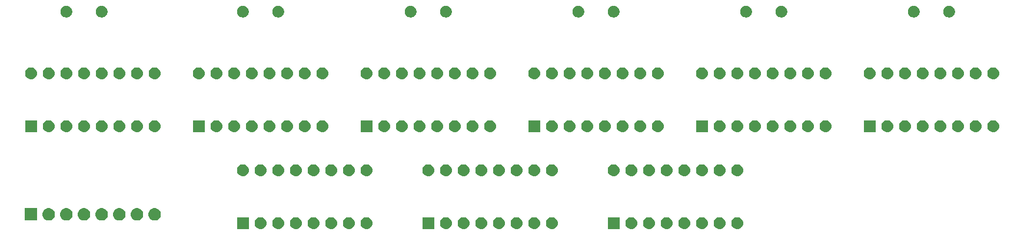
<source format=gbr>
G04 #@! TF.GenerationSoftware,KiCad,Pcbnew,(5.0.2)-1*
G04 #@! TF.CreationDate,2019-01-06T13:33:06-08:00*
G04 #@! TF.ProjectId,banana-nixie-clock,62616e61-6e61-42d6-9e69-7869652d636c,rev?*
G04 #@! TF.SameCoordinates,Original*
G04 #@! TF.FileFunction,Soldermask,Bot*
G04 #@! TF.FilePolarity,Negative*
%FSLAX46Y46*%
G04 Gerber Fmt 4.6, Leading zero omitted, Abs format (unit mm)*
G04 Created by KiCad (PCBNEW (5.0.2)-1) date 1/6/2019 1:33:06 PM*
%MOMM*%
%LPD*%
G01*
G04 APERTURE LIST*
%ADD10C,0.100000*%
G04 APERTURE END LIST*
D10*
G36*
X125896821Y-98221313D02*
X125896824Y-98221314D01*
X125896825Y-98221314D01*
X126057239Y-98269975D01*
X126057241Y-98269976D01*
X126057244Y-98269977D01*
X126205078Y-98348995D01*
X126334659Y-98455341D01*
X126441005Y-98584922D01*
X126520023Y-98732756D01*
X126568687Y-98893179D01*
X126585117Y-99060000D01*
X126568687Y-99226821D01*
X126520023Y-99387244D01*
X126441005Y-99535078D01*
X126334659Y-99664659D01*
X126205078Y-99771005D01*
X126057244Y-99850023D01*
X126057241Y-99850024D01*
X126057239Y-99850025D01*
X125896825Y-99898686D01*
X125896824Y-99898686D01*
X125896821Y-99898687D01*
X125771804Y-99911000D01*
X125688196Y-99911000D01*
X125563179Y-99898687D01*
X125563176Y-99898686D01*
X125563175Y-99898686D01*
X125402761Y-99850025D01*
X125402759Y-99850024D01*
X125402756Y-99850023D01*
X125254922Y-99771005D01*
X125125341Y-99664659D01*
X125018995Y-99535078D01*
X124939977Y-99387244D01*
X124891313Y-99226821D01*
X124874883Y-99060000D01*
X124891313Y-98893179D01*
X124939977Y-98732756D01*
X125018995Y-98584922D01*
X125125341Y-98455341D01*
X125254922Y-98348995D01*
X125402756Y-98269977D01*
X125402759Y-98269976D01*
X125402761Y-98269975D01*
X125563175Y-98221314D01*
X125563176Y-98221314D01*
X125563179Y-98221313D01*
X125688196Y-98209000D01*
X125771804Y-98209000D01*
X125896821Y-98221313D01*
X125896821Y-98221313D01*
G37*
G36*
X62396821Y-98221313D02*
X62396824Y-98221314D01*
X62396825Y-98221314D01*
X62557239Y-98269975D01*
X62557241Y-98269976D01*
X62557244Y-98269977D01*
X62705078Y-98348995D01*
X62834659Y-98455341D01*
X62941005Y-98584922D01*
X63020023Y-98732756D01*
X63068687Y-98893179D01*
X63085117Y-99060000D01*
X63068687Y-99226821D01*
X63020023Y-99387244D01*
X62941005Y-99535078D01*
X62834659Y-99664659D01*
X62705078Y-99771005D01*
X62557244Y-99850023D01*
X62557241Y-99850024D01*
X62557239Y-99850025D01*
X62396825Y-99898686D01*
X62396824Y-99898686D01*
X62396821Y-99898687D01*
X62271804Y-99911000D01*
X62188196Y-99911000D01*
X62063179Y-99898687D01*
X62063176Y-99898686D01*
X62063175Y-99898686D01*
X61902761Y-99850025D01*
X61902759Y-99850024D01*
X61902756Y-99850023D01*
X61754922Y-99771005D01*
X61625341Y-99664659D01*
X61518995Y-99535078D01*
X61439977Y-99387244D01*
X61391313Y-99226821D01*
X61374883Y-99060000D01*
X61391313Y-98893179D01*
X61439977Y-98732756D01*
X61518995Y-98584922D01*
X61625341Y-98455341D01*
X61754922Y-98348995D01*
X61902756Y-98269977D01*
X61902759Y-98269976D01*
X61902761Y-98269975D01*
X62063175Y-98221314D01*
X62063176Y-98221314D01*
X62063179Y-98221313D01*
X62188196Y-98209000D01*
X62271804Y-98209000D01*
X62396821Y-98221313D01*
X62396821Y-98221313D01*
G37*
G36*
X128436821Y-98221313D02*
X128436824Y-98221314D01*
X128436825Y-98221314D01*
X128597239Y-98269975D01*
X128597241Y-98269976D01*
X128597244Y-98269977D01*
X128745078Y-98348995D01*
X128874659Y-98455341D01*
X128981005Y-98584922D01*
X129060023Y-98732756D01*
X129108687Y-98893179D01*
X129125117Y-99060000D01*
X129108687Y-99226821D01*
X129060023Y-99387244D01*
X128981005Y-99535078D01*
X128874659Y-99664659D01*
X128745078Y-99771005D01*
X128597244Y-99850023D01*
X128597241Y-99850024D01*
X128597239Y-99850025D01*
X128436825Y-99898686D01*
X128436824Y-99898686D01*
X128436821Y-99898687D01*
X128311804Y-99911000D01*
X128228196Y-99911000D01*
X128103179Y-99898687D01*
X128103176Y-99898686D01*
X128103175Y-99898686D01*
X127942761Y-99850025D01*
X127942759Y-99850024D01*
X127942756Y-99850023D01*
X127794922Y-99771005D01*
X127665341Y-99664659D01*
X127558995Y-99535078D01*
X127479977Y-99387244D01*
X127431313Y-99226821D01*
X127414883Y-99060000D01*
X127431313Y-98893179D01*
X127479977Y-98732756D01*
X127558995Y-98584922D01*
X127665341Y-98455341D01*
X127794922Y-98348995D01*
X127942756Y-98269977D01*
X127942759Y-98269976D01*
X127942761Y-98269975D01*
X128103175Y-98221314D01*
X128103176Y-98221314D01*
X128103179Y-98221313D01*
X128228196Y-98209000D01*
X128311804Y-98209000D01*
X128436821Y-98221313D01*
X128436821Y-98221313D01*
G37*
G36*
X84671000Y-99911000D02*
X82969000Y-99911000D01*
X82969000Y-98209000D01*
X84671000Y-98209000D01*
X84671000Y-99911000D01*
X84671000Y-99911000D01*
G37*
G36*
X86526821Y-98221313D02*
X86526824Y-98221314D01*
X86526825Y-98221314D01*
X86687239Y-98269975D01*
X86687241Y-98269976D01*
X86687244Y-98269977D01*
X86835078Y-98348995D01*
X86964659Y-98455341D01*
X87071005Y-98584922D01*
X87150023Y-98732756D01*
X87198687Y-98893179D01*
X87215117Y-99060000D01*
X87198687Y-99226821D01*
X87150023Y-99387244D01*
X87071005Y-99535078D01*
X86964659Y-99664659D01*
X86835078Y-99771005D01*
X86687244Y-99850023D01*
X86687241Y-99850024D01*
X86687239Y-99850025D01*
X86526825Y-99898686D01*
X86526824Y-99898686D01*
X86526821Y-99898687D01*
X86401804Y-99911000D01*
X86318196Y-99911000D01*
X86193179Y-99898687D01*
X86193176Y-99898686D01*
X86193175Y-99898686D01*
X86032761Y-99850025D01*
X86032759Y-99850024D01*
X86032756Y-99850023D01*
X85884922Y-99771005D01*
X85755341Y-99664659D01*
X85648995Y-99535078D01*
X85569977Y-99387244D01*
X85521313Y-99226821D01*
X85504883Y-99060000D01*
X85521313Y-98893179D01*
X85569977Y-98732756D01*
X85648995Y-98584922D01*
X85755341Y-98455341D01*
X85884922Y-98348995D01*
X86032756Y-98269977D01*
X86032759Y-98269976D01*
X86032761Y-98269975D01*
X86193175Y-98221314D01*
X86193176Y-98221314D01*
X86193179Y-98221313D01*
X86318196Y-98209000D01*
X86401804Y-98209000D01*
X86526821Y-98221313D01*
X86526821Y-98221313D01*
G37*
G36*
X89066821Y-98221313D02*
X89066824Y-98221314D01*
X89066825Y-98221314D01*
X89227239Y-98269975D01*
X89227241Y-98269976D01*
X89227244Y-98269977D01*
X89375078Y-98348995D01*
X89504659Y-98455341D01*
X89611005Y-98584922D01*
X89690023Y-98732756D01*
X89738687Y-98893179D01*
X89755117Y-99060000D01*
X89738687Y-99226821D01*
X89690023Y-99387244D01*
X89611005Y-99535078D01*
X89504659Y-99664659D01*
X89375078Y-99771005D01*
X89227244Y-99850023D01*
X89227241Y-99850024D01*
X89227239Y-99850025D01*
X89066825Y-99898686D01*
X89066824Y-99898686D01*
X89066821Y-99898687D01*
X88941804Y-99911000D01*
X88858196Y-99911000D01*
X88733179Y-99898687D01*
X88733176Y-99898686D01*
X88733175Y-99898686D01*
X88572761Y-99850025D01*
X88572759Y-99850024D01*
X88572756Y-99850023D01*
X88424922Y-99771005D01*
X88295341Y-99664659D01*
X88188995Y-99535078D01*
X88109977Y-99387244D01*
X88061313Y-99226821D01*
X88044883Y-99060000D01*
X88061313Y-98893179D01*
X88109977Y-98732756D01*
X88188995Y-98584922D01*
X88295341Y-98455341D01*
X88424922Y-98348995D01*
X88572756Y-98269977D01*
X88572759Y-98269976D01*
X88572761Y-98269975D01*
X88733175Y-98221314D01*
X88733176Y-98221314D01*
X88733179Y-98221313D01*
X88858196Y-98209000D01*
X88941804Y-98209000D01*
X89066821Y-98221313D01*
X89066821Y-98221313D01*
G37*
G36*
X91606821Y-98221313D02*
X91606824Y-98221314D01*
X91606825Y-98221314D01*
X91767239Y-98269975D01*
X91767241Y-98269976D01*
X91767244Y-98269977D01*
X91915078Y-98348995D01*
X92044659Y-98455341D01*
X92151005Y-98584922D01*
X92230023Y-98732756D01*
X92278687Y-98893179D01*
X92295117Y-99060000D01*
X92278687Y-99226821D01*
X92230023Y-99387244D01*
X92151005Y-99535078D01*
X92044659Y-99664659D01*
X91915078Y-99771005D01*
X91767244Y-99850023D01*
X91767241Y-99850024D01*
X91767239Y-99850025D01*
X91606825Y-99898686D01*
X91606824Y-99898686D01*
X91606821Y-99898687D01*
X91481804Y-99911000D01*
X91398196Y-99911000D01*
X91273179Y-99898687D01*
X91273176Y-99898686D01*
X91273175Y-99898686D01*
X91112761Y-99850025D01*
X91112759Y-99850024D01*
X91112756Y-99850023D01*
X90964922Y-99771005D01*
X90835341Y-99664659D01*
X90728995Y-99535078D01*
X90649977Y-99387244D01*
X90601313Y-99226821D01*
X90584883Y-99060000D01*
X90601313Y-98893179D01*
X90649977Y-98732756D01*
X90728995Y-98584922D01*
X90835341Y-98455341D01*
X90964922Y-98348995D01*
X91112756Y-98269977D01*
X91112759Y-98269976D01*
X91112761Y-98269975D01*
X91273175Y-98221314D01*
X91273176Y-98221314D01*
X91273179Y-98221313D01*
X91398196Y-98209000D01*
X91481804Y-98209000D01*
X91606821Y-98221313D01*
X91606821Y-98221313D01*
G37*
G36*
X94146821Y-98221313D02*
X94146824Y-98221314D01*
X94146825Y-98221314D01*
X94307239Y-98269975D01*
X94307241Y-98269976D01*
X94307244Y-98269977D01*
X94455078Y-98348995D01*
X94584659Y-98455341D01*
X94691005Y-98584922D01*
X94770023Y-98732756D01*
X94818687Y-98893179D01*
X94835117Y-99060000D01*
X94818687Y-99226821D01*
X94770023Y-99387244D01*
X94691005Y-99535078D01*
X94584659Y-99664659D01*
X94455078Y-99771005D01*
X94307244Y-99850023D01*
X94307241Y-99850024D01*
X94307239Y-99850025D01*
X94146825Y-99898686D01*
X94146824Y-99898686D01*
X94146821Y-99898687D01*
X94021804Y-99911000D01*
X93938196Y-99911000D01*
X93813179Y-99898687D01*
X93813176Y-99898686D01*
X93813175Y-99898686D01*
X93652761Y-99850025D01*
X93652759Y-99850024D01*
X93652756Y-99850023D01*
X93504922Y-99771005D01*
X93375341Y-99664659D01*
X93268995Y-99535078D01*
X93189977Y-99387244D01*
X93141313Y-99226821D01*
X93124883Y-99060000D01*
X93141313Y-98893179D01*
X93189977Y-98732756D01*
X93268995Y-98584922D01*
X93375341Y-98455341D01*
X93504922Y-98348995D01*
X93652756Y-98269977D01*
X93652759Y-98269976D01*
X93652761Y-98269975D01*
X93813175Y-98221314D01*
X93813176Y-98221314D01*
X93813179Y-98221313D01*
X93938196Y-98209000D01*
X94021804Y-98209000D01*
X94146821Y-98221313D01*
X94146821Y-98221313D01*
G37*
G36*
X96686821Y-98221313D02*
X96686824Y-98221314D01*
X96686825Y-98221314D01*
X96847239Y-98269975D01*
X96847241Y-98269976D01*
X96847244Y-98269977D01*
X96995078Y-98348995D01*
X97124659Y-98455341D01*
X97231005Y-98584922D01*
X97310023Y-98732756D01*
X97358687Y-98893179D01*
X97375117Y-99060000D01*
X97358687Y-99226821D01*
X97310023Y-99387244D01*
X97231005Y-99535078D01*
X97124659Y-99664659D01*
X96995078Y-99771005D01*
X96847244Y-99850023D01*
X96847241Y-99850024D01*
X96847239Y-99850025D01*
X96686825Y-99898686D01*
X96686824Y-99898686D01*
X96686821Y-99898687D01*
X96561804Y-99911000D01*
X96478196Y-99911000D01*
X96353179Y-99898687D01*
X96353176Y-99898686D01*
X96353175Y-99898686D01*
X96192761Y-99850025D01*
X96192759Y-99850024D01*
X96192756Y-99850023D01*
X96044922Y-99771005D01*
X95915341Y-99664659D01*
X95808995Y-99535078D01*
X95729977Y-99387244D01*
X95681313Y-99226821D01*
X95664883Y-99060000D01*
X95681313Y-98893179D01*
X95729977Y-98732756D01*
X95808995Y-98584922D01*
X95915341Y-98455341D01*
X96044922Y-98348995D01*
X96192756Y-98269977D01*
X96192759Y-98269976D01*
X96192761Y-98269975D01*
X96353175Y-98221314D01*
X96353176Y-98221314D01*
X96353179Y-98221313D01*
X96478196Y-98209000D01*
X96561804Y-98209000D01*
X96686821Y-98221313D01*
X96686821Y-98221313D01*
G37*
G36*
X99226821Y-98221313D02*
X99226824Y-98221314D01*
X99226825Y-98221314D01*
X99387239Y-98269975D01*
X99387241Y-98269976D01*
X99387244Y-98269977D01*
X99535078Y-98348995D01*
X99664659Y-98455341D01*
X99771005Y-98584922D01*
X99850023Y-98732756D01*
X99898687Y-98893179D01*
X99915117Y-99060000D01*
X99898687Y-99226821D01*
X99850023Y-99387244D01*
X99771005Y-99535078D01*
X99664659Y-99664659D01*
X99535078Y-99771005D01*
X99387244Y-99850023D01*
X99387241Y-99850024D01*
X99387239Y-99850025D01*
X99226825Y-99898686D01*
X99226824Y-99898686D01*
X99226821Y-99898687D01*
X99101804Y-99911000D01*
X99018196Y-99911000D01*
X98893179Y-99898687D01*
X98893176Y-99898686D01*
X98893175Y-99898686D01*
X98732761Y-99850025D01*
X98732759Y-99850024D01*
X98732756Y-99850023D01*
X98584922Y-99771005D01*
X98455341Y-99664659D01*
X98348995Y-99535078D01*
X98269977Y-99387244D01*
X98221313Y-99226821D01*
X98204883Y-99060000D01*
X98221313Y-98893179D01*
X98269977Y-98732756D01*
X98348995Y-98584922D01*
X98455341Y-98455341D01*
X98584922Y-98348995D01*
X98732756Y-98269977D01*
X98732759Y-98269976D01*
X98732761Y-98269975D01*
X98893175Y-98221314D01*
X98893176Y-98221314D01*
X98893179Y-98221313D01*
X99018196Y-98209000D01*
X99101804Y-98209000D01*
X99226821Y-98221313D01*
X99226821Y-98221313D01*
G37*
G36*
X101766821Y-98221313D02*
X101766824Y-98221314D01*
X101766825Y-98221314D01*
X101927239Y-98269975D01*
X101927241Y-98269976D01*
X101927244Y-98269977D01*
X102075078Y-98348995D01*
X102204659Y-98455341D01*
X102311005Y-98584922D01*
X102390023Y-98732756D01*
X102438687Y-98893179D01*
X102455117Y-99060000D01*
X102438687Y-99226821D01*
X102390023Y-99387244D01*
X102311005Y-99535078D01*
X102204659Y-99664659D01*
X102075078Y-99771005D01*
X101927244Y-99850023D01*
X101927241Y-99850024D01*
X101927239Y-99850025D01*
X101766825Y-99898686D01*
X101766824Y-99898686D01*
X101766821Y-99898687D01*
X101641804Y-99911000D01*
X101558196Y-99911000D01*
X101433179Y-99898687D01*
X101433176Y-99898686D01*
X101433175Y-99898686D01*
X101272761Y-99850025D01*
X101272759Y-99850024D01*
X101272756Y-99850023D01*
X101124922Y-99771005D01*
X100995341Y-99664659D01*
X100888995Y-99535078D01*
X100809977Y-99387244D01*
X100761313Y-99226821D01*
X100744883Y-99060000D01*
X100761313Y-98893179D01*
X100809977Y-98732756D01*
X100888995Y-98584922D01*
X100995341Y-98455341D01*
X101124922Y-98348995D01*
X101272756Y-98269977D01*
X101272759Y-98269976D01*
X101272761Y-98269975D01*
X101433175Y-98221314D01*
X101433176Y-98221314D01*
X101433179Y-98221313D01*
X101558196Y-98209000D01*
X101641804Y-98209000D01*
X101766821Y-98221313D01*
X101766821Y-98221313D01*
G37*
G36*
X58001000Y-99911000D02*
X56299000Y-99911000D01*
X56299000Y-98209000D01*
X58001000Y-98209000D01*
X58001000Y-99911000D01*
X58001000Y-99911000D01*
G37*
G36*
X59856821Y-98221313D02*
X59856824Y-98221314D01*
X59856825Y-98221314D01*
X60017239Y-98269975D01*
X60017241Y-98269976D01*
X60017244Y-98269977D01*
X60165078Y-98348995D01*
X60294659Y-98455341D01*
X60401005Y-98584922D01*
X60480023Y-98732756D01*
X60528687Y-98893179D01*
X60545117Y-99060000D01*
X60528687Y-99226821D01*
X60480023Y-99387244D01*
X60401005Y-99535078D01*
X60294659Y-99664659D01*
X60165078Y-99771005D01*
X60017244Y-99850023D01*
X60017241Y-99850024D01*
X60017239Y-99850025D01*
X59856825Y-99898686D01*
X59856824Y-99898686D01*
X59856821Y-99898687D01*
X59731804Y-99911000D01*
X59648196Y-99911000D01*
X59523179Y-99898687D01*
X59523176Y-99898686D01*
X59523175Y-99898686D01*
X59362761Y-99850025D01*
X59362759Y-99850024D01*
X59362756Y-99850023D01*
X59214922Y-99771005D01*
X59085341Y-99664659D01*
X58978995Y-99535078D01*
X58899977Y-99387244D01*
X58851313Y-99226821D01*
X58834883Y-99060000D01*
X58851313Y-98893179D01*
X58899977Y-98732756D01*
X58978995Y-98584922D01*
X59085341Y-98455341D01*
X59214922Y-98348995D01*
X59362756Y-98269977D01*
X59362759Y-98269976D01*
X59362761Y-98269975D01*
X59523175Y-98221314D01*
X59523176Y-98221314D01*
X59523179Y-98221313D01*
X59648196Y-98209000D01*
X59731804Y-98209000D01*
X59856821Y-98221313D01*
X59856821Y-98221313D01*
G37*
G36*
X64936821Y-98221313D02*
X64936824Y-98221314D01*
X64936825Y-98221314D01*
X65097239Y-98269975D01*
X65097241Y-98269976D01*
X65097244Y-98269977D01*
X65245078Y-98348995D01*
X65374659Y-98455341D01*
X65481005Y-98584922D01*
X65560023Y-98732756D01*
X65608687Y-98893179D01*
X65625117Y-99060000D01*
X65608687Y-99226821D01*
X65560023Y-99387244D01*
X65481005Y-99535078D01*
X65374659Y-99664659D01*
X65245078Y-99771005D01*
X65097244Y-99850023D01*
X65097241Y-99850024D01*
X65097239Y-99850025D01*
X64936825Y-99898686D01*
X64936824Y-99898686D01*
X64936821Y-99898687D01*
X64811804Y-99911000D01*
X64728196Y-99911000D01*
X64603179Y-99898687D01*
X64603176Y-99898686D01*
X64603175Y-99898686D01*
X64442761Y-99850025D01*
X64442759Y-99850024D01*
X64442756Y-99850023D01*
X64294922Y-99771005D01*
X64165341Y-99664659D01*
X64058995Y-99535078D01*
X63979977Y-99387244D01*
X63931313Y-99226821D01*
X63914883Y-99060000D01*
X63931313Y-98893179D01*
X63979977Y-98732756D01*
X64058995Y-98584922D01*
X64165341Y-98455341D01*
X64294922Y-98348995D01*
X64442756Y-98269977D01*
X64442759Y-98269976D01*
X64442761Y-98269975D01*
X64603175Y-98221314D01*
X64603176Y-98221314D01*
X64603179Y-98221313D01*
X64728196Y-98209000D01*
X64811804Y-98209000D01*
X64936821Y-98221313D01*
X64936821Y-98221313D01*
G37*
G36*
X67476821Y-98221313D02*
X67476824Y-98221314D01*
X67476825Y-98221314D01*
X67637239Y-98269975D01*
X67637241Y-98269976D01*
X67637244Y-98269977D01*
X67785078Y-98348995D01*
X67914659Y-98455341D01*
X68021005Y-98584922D01*
X68100023Y-98732756D01*
X68148687Y-98893179D01*
X68165117Y-99060000D01*
X68148687Y-99226821D01*
X68100023Y-99387244D01*
X68021005Y-99535078D01*
X67914659Y-99664659D01*
X67785078Y-99771005D01*
X67637244Y-99850023D01*
X67637241Y-99850024D01*
X67637239Y-99850025D01*
X67476825Y-99898686D01*
X67476824Y-99898686D01*
X67476821Y-99898687D01*
X67351804Y-99911000D01*
X67268196Y-99911000D01*
X67143179Y-99898687D01*
X67143176Y-99898686D01*
X67143175Y-99898686D01*
X66982761Y-99850025D01*
X66982759Y-99850024D01*
X66982756Y-99850023D01*
X66834922Y-99771005D01*
X66705341Y-99664659D01*
X66598995Y-99535078D01*
X66519977Y-99387244D01*
X66471313Y-99226821D01*
X66454883Y-99060000D01*
X66471313Y-98893179D01*
X66519977Y-98732756D01*
X66598995Y-98584922D01*
X66705341Y-98455341D01*
X66834922Y-98348995D01*
X66982756Y-98269977D01*
X66982759Y-98269976D01*
X66982761Y-98269975D01*
X67143175Y-98221314D01*
X67143176Y-98221314D01*
X67143179Y-98221313D01*
X67268196Y-98209000D01*
X67351804Y-98209000D01*
X67476821Y-98221313D01*
X67476821Y-98221313D01*
G37*
G36*
X70016821Y-98221313D02*
X70016824Y-98221314D01*
X70016825Y-98221314D01*
X70177239Y-98269975D01*
X70177241Y-98269976D01*
X70177244Y-98269977D01*
X70325078Y-98348995D01*
X70454659Y-98455341D01*
X70561005Y-98584922D01*
X70640023Y-98732756D01*
X70688687Y-98893179D01*
X70705117Y-99060000D01*
X70688687Y-99226821D01*
X70640023Y-99387244D01*
X70561005Y-99535078D01*
X70454659Y-99664659D01*
X70325078Y-99771005D01*
X70177244Y-99850023D01*
X70177241Y-99850024D01*
X70177239Y-99850025D01*
X70016825Y-99898686D01*
X70016824Y-99898686D01*
X70016821Y-99898687D01*
X69891804Y-99911000D01*
X69808196Y-99911000D01*
X69683179Y-99898687D01*
X69683176Y-99898686D01*
X69683175Y-99898686D01*
X69522761Y-99850025D01*
X69522759Y-99850024D01*
X69522756Y-99850023D01*
X69374922Y-99771005D01*
X69245341Y-99664659D01*
X69138995Y-99535078D01*
X69059977Y-99387244D01*
X69011313Y-99226821D01*
X68994883Y-99060000D01*
X69011313Y-98893179D01*
X69059977Y-98732756D01*
X69138995Y-98584922D01*
X69245341Y-98455341D01*
X69374922Y-98348995D01*
X69522756Y-98269977D01*
X69522759Y-98269976D01*
X69522761Y-98269975D01*
X69683175Y-98221314D01*
X69683176Y-98221314D01*
X69683179Y-98221313D01*
X69808196Y-98209000D01*
X69891804Y-98209000D01*
X70016821Y-98221313D01*
X70016821Y-98221313D01*
G37*
G36*
X72556821Y-98221313D02*
X72556824Y-98221314D01*
X72556825Y-98221314D01*
X72717239Y-98269975D01*
X72717241Y-98269976D01*
X72717244Y-98269977D01*
X72865078Y-98348995D01*
X72994659Y-98455341D01*
X73101005Y-98584922D01*
X73180023Y-98732756D01*
X73228687Y-98893179D01*
X73245117Y-99060000D01*
X73228687Y-99226821D01*
X73180023Y-99387244D01*
X73101005Y-99535078D01*
X72994659Y-99664659D01*
X72865078Y-99771005D01*
X72717244Y-99850023D01*
X72717241Y-99850024D01*
X72717239Y-99850025D01*
X72556825Y-99898686D01*
X72556824Y-99898686D01*
X72556821Y-99898687D01*
X72431804Y-99911000D01*
X72348196Y-99911000D01*
X72223179Y-99898687D01*
X72223176Y-99898686D01*
X72223175Y-99898686D01*
X72062761Y-99850025D01*
X72062759Y-99850024D01*
X72062756Y-99850023D01*
X71914922Y-99771005D01*
X71785341Y-99664659D01*
X71678995Y-99535078D01*
X71599977Y-99387244D01*
X71551313Y-99226821D01*
X71534883Y-99060000D01*
X71551313Y-98893179D01*
X71599977Y-98732756D01*
X71678995Y-98584922D01*
X71785341Y-98455341D01*
X71914922Y-98348995D01*
X72062756Y-98269977D01*
X72062759Y-98269976D01*
X72062761Y-98269975D01*
X72223175Y-98221314D01*
X72223176Y-98221314D01*
X72223179Y-98221313D01*
X72348196Y-98209000D01*
X72431804Y-98209000D01*
X72556821Y-98221313D01*
X72556821Y-98221313D01*
G37*
G36*
X75096821Y-98221313D02*
X75096824Y-98221314D01*
X75096825Y-98221314D01*
X75257239Y-98269975D01*
X75257241Y-98269976D01*
X75257244Y-98269977D01*
X75405078Y-98348995D01*
X75534659Y-98455341D01*
X75641005Y-98584922D01*
X75720023Y-98732756D01*
X75768687Y-98893179D01*
X75785117Y-99060000D01*
X75768687Y-99226821D01*
X75720023Y-99387244D01*
X75641005Y-99535078D01*
X75534659Y-99664659D01*
X75405078Y-99771005D01*
X75257244Y-99850023D01*
X75257241Y-99850024D01*
X75257239Y-99850025D01*
X75096825Y-99898686D01*
X75096824Y-99898686D01*
X75096821Y-99898687D01*
X74971804Y-99911000D01*
X74888196Y-99911000D01*
X74763179Y-99898687D01*
X74763176Y-99898686D01*
X74763175Y-99898686D01*
X74602761Y-99850025D01*
X74602759Y-99850024D01*
X74602756Y-99850023D01*
X74454922Y-99771005D01*
X74325341Y-99664659D01*
X74218995Y-99535078D01*
X74139977Y-99387244D01*
X74091313Y-99226821D01*
X74074883Y-99060000D01*
X74091313Y-98893179D01*
X74139977Y-98732756D01*
X74218995Y-98584922D01*
X74325341Y-98455341D01*
X74454922Y-98348995D01*
X74602756Y-98269977D01*
X74602759Y-98269976D01*
X74602761Y-98269975D01*
X74763175Y-98221314D01*
X74763176Y-98221314D01*
X74763179Y-98221313D01*
X74888196Y-98209000D01*
X74971804Y-98209000D01*
X75096821Y-98221313D01*
X75096821Y-98221313D01*
G37*
G36*
X111341000Y-99911000D02*
X109639000Y-99911000D01*
X109639000Y-98209000D01*
X111341000Y-98209000D01*
X111341000Y-99911000D01*
X111341000Y-99911000D01*
G37*
G36*
X113196821Y-98221313D02*
X113196824Y-98221314D01*
X113196825Y-98221314D01*
X113357239Y-98269975D01*
X113357241Y-98269976D01*
X113357244Y-98269977D01*
X113505078Y-98348995D01*
X113634659Y-98455341D01*
X113741005Y-98584922D01*
X113820023Y-98732756D01*
X113868687Y-98893179D01*
X113885117Y-99060000D01*
X113868687Y-99226821D01*
X113820023Y-99387244D01*
X113741005Y-99535078D01*
X113634659Y-99664659D01*
X113505078Y-99771005D01*
X113357244Y-99850023D01*
X113357241Y-99850024D01*
X113357239Y-99850025D01*
X113196825Y-99898686D01*
X113196824Y-99898686D01*
X113196821Y-99898687D01*
X113071804Y-99911000D01*
X112988196Y-99911000D01*
X112863179Y-99898687D01*
X112863176Y-99898686D01*
X112863175Y-99898686D01*
X112702761Y-99850025D01*
X112702759Y-99850024D01*
X112702756Y-99850023D01*
X112554922Y-99771005D01*
X112425341Y-99664659D01*
X112318995Y-99535078D01*
X112239977Y-99387244D01*
X112191313Y-99226821D01*
X112174883Y-99060000D01*
X112191313Y-98893179D01*
X112239977Y-98732756D01*
X112318995Y-98584922D01*
X112425341Y-98455341D01*
X112554922Y-98348995D01*
X112702756Y-98269977D01*
X112702759Y-98269976D01*
X112702761Y-98269975D01*
X112863175Y-98221314D01*
X112863176Y-98221314D01*
X112863179Y-98221313D01*
X112988196Y-98209000D01*
X113071804Y-98209000D01*
X113196821Y-98221313D01*
X113196821Y-98221313D01*
G37*
G36*
X115736821Y-98221313D02*
X115736824Y-98221314D01*
X115736825Y-98221314D01*
X115897239Y-98269975D01*
X115897241Y-98269976D01*
X115897244Y-98269977D01*
X116045078Y-98348995D01*
X116174659Y-98455341D01*
X116281005Y-98584922D01*
X116360023Y-98732756D01*
X116408687Y-98893179D01*
X116425117Y-99060000D01*
X116408687Y-99226821D01*
X116360023Y-99387244D01*
X116281005Y-99535078D01*
X116174659Y-99664659D01*
X116045078Y-99771005D01*
X115897244Y-99850023D01*
X115897241Y-99850024D01*
X115897239Y-99850025D01*
X115736825Y-99898686D01*
X115736824Y-99898686D01*
X115736821Y-99898687D01*
X115611804Y-99911000D01*
X115528196Y-99911000D01*
X115403179Y-99898687D01*
X115403176Y-99898686D01*
X115403175Y-99898686D01*
X115242761Y-99850025D01*
X115242759Y-99850024D01*
X115242756Y-99850023D01*
X115094922Y-99771005D01*
X114965341Y-99664659D01*
X114858995Y-99535078D01*
X114779977Y-99387244D01*
X114731313Y-99226821D01*
X114714883Y-99060000D01*
X114731313Y-98893179D01*
X114779977Y-98732756D01*
X114858995Y-98584922D01*
X114965341Y-98455341D01*
X115094922Y-98348995D01*
X115242756Y-98269977D01*
X115242759Y-98269976D01*
X115242761Y-98269975D01*
X115403175Y-98221314D01*
X115403176Y-98221314D01*
X115403179Y-98221313D01*
X115528196Y-98209000D01*
X115611804Y-98209000D01*
X115736821Y-98221313D01*
X115736821Y-98221313D01*
G37*
G36*
X120816821Y-98221313D02*
X120816824Y-98221314D01*
X120816825Y-98221314D01*
X120977239Y-98269975D01*
X120977241Y-98269976D01*
X120977244Y-98269977D01*
X121125078Y-98348995D01*
X121254659Y-98455341D01*
X121361005Y-98584922D01*
X121440023Y-98732756D01*
X121488687Y-98893179D01*
X121505117Y-99060000D01*
X121488687Y-99226821D01*
X121440023Y-99387244D01*
X121361005Y-99535078D01*
X121254659Y-99664659D01*
X121125078Y-99771005D01*
X120977244Y-99850023D01*
X120977241Y-99850024D01*
X120977239Y-99850025D01*
X120816825Y-99898686D01*
X120816824Y-99898686D01*
X120816821Y-99898687D01*
X120691804Y-99911000D01*
X120608196Y-99911000D01*
X120483179Y-99898687D01*
X120483176Y-99898686D01*
X120483175Y-99898686D01*
X120322761Y-99850025D01*
X120322759Y-99850024D01*
X120322756Y-99850023D01*
X120174922Y-99771005D01*
X120045341Y-99664659D01*
X119938995Y-99535078D01*
X119859977Y-99387244D01*
X119811313Y-99226821D01*
X119794883Y-99060000D01*
X119811313Y-98893179D01*
X119859977Y-98732756D01*
X119938995Y-98584922D01*
X120045341Y-98455341D01*
X120174922Y-98348995D01*
X120322756Y-98269977D01*
X120322759Y-98269976D01*
X120322761Y-98269975D01*
X120483175Y-98221314D01*
X120483176Y-98221314D01*
X120483179Y-98221313D01*
X120608196Y-98209000D01*
X120691804Y-98209000D01*
X120816821Y-98221313D01*
X120816821Y-98221313D01*
G37*
G36*
X123356821Y-98221313D02*
X123356824Y-98221314D01*
X123356825Y-98221314D01*
X123517239Y-98269975D01*
X123517241Y-98269976D01*
X123517244Y-98269977D01*
X123665078Y-98348995D01*
X123794659Y-98455341D01*
X123901005Y-98584922D01*
X123980023Y-98732756D01*
X124028687Y-98893179D01*
X124045117Y-99060000D01*
X124028687Y-99226821D01*
X123980023Y-99387244D01*
X123901005Y-99535078D01*
X123794659Y-99664659D01*
X123665078Y-99771005D01*
X123517244Y-99850023D01*
X123517241Y-99850024D01*
X123517239Y-99850025D01*
X123356825Y-99898686D01*
X123356824Y-99898686D01*
X123356821Y-99898687D01*
X123231804Y-99911000D01*
X123148196Y-99911000D01*
X123023179Y-99898687D01*
X123023176Y-99898686D01*
X123023175Y-99898686D01*
X122862761Y-99850025D01*
X122862759Y-99850024D01*
X122862756Y-99850023D01*
X122714922Y-99771005D01*
X122585341Y-99664659D01*
X122478995Y-99535078D01*
X122399977Y-99387244D01*
X122351313Y-99226821D01*
X122334883Y-99060000D01*
X122351313Y-98893179D01*
X122399977Y-98732756D01*
X122478995Y-98584922D01*
X122585341Y-98455341D01*
X122714922Y-98348995D01*
X122862756Y-98269977D01*
X122862759Y-98269976D01*
X122862761Y-98269975D01*
X123023175Y-98221314D01*
X123023176Y-98221314D01*
X123023179Y-98221313D01*
X123148196Y-98209000D01*
X123231804Y-98209000D01*
X123356821Y-98221313D01*
X123356821Y-98221313D01*
G37*
G36*
X118276821Y-98221313D02*
X118276824Y-98221314D01*
X118276825Y-98221314D01*
X118437239Y-98269975D01*
X118437241Y-98269976D01*
X118437244Y-98269977D01*
X118585078Y-98348995D01*
X118714659Y-98455341D01*
X118821005Y-98584922D01*
X118900023Y-98732756D01*
X118948687Y-98893179D01*
X118965117Y-99060000D01*
X118948687Y-99226821D01*
X118900023Y-99387244D01*
X118821005Y-99535078D01*
X118714659Y-99664659D01*
X118585078Y-99771005D01*
X118437244Y-99850023D01*
X118437241Y-99850024D01*
X118437239Y-99850025D01*
X118276825Y-99898686D01*
X118276824Y-99898686D01*
X118276821Y-99898687D01*
X118151804Y-99911000D01*
X118068196Y-99911000D01*
X117943179Y-99898687D01*
X117943176Y-99898686D01*
X117943175Y-99898686D01*
X117782761Y-99850025D01*
X117782759Y-99850024D01*
X117782756Y-99850023D01*
X117634922Y-99771005D01*
X117505341Y-99664659D01*
X117398995Y-99535078D01*
X117319977Y-99387244D01*
X117271313Y-99226821D01*
X117254883Y-99060000D01*
X117271313Y-98893179D01*
X117319977Y-98732756D01*
X117398995Y-98584922D01*
X117505341Y-98455341D01*
X117634922Y-98348995D01*
X117782756Y-98269977D01*
X117782759Y-98269976D01*
X117782761Y-98269975D01*
X117943175Y-98221314D01*
X117943176Y-98221314D01*
X117943179Y-98221313D01*
X118068196Y-98209000D01*
X118151804Y-98209000D01*
X118276821Y-98221313D01*
X118276821Y-98221313D01*
G37*
G36*
X36940442Y-96895518D02*
X37006627Y-96902037D01*
X37119853Y-96936384D01*
X37176467Y-96953557D01*
X37315087Y-97027652D01*
X37332991Y-97037222D01*
X37368729Y-97066552D01*
X37470186Y-97149814D01*
X37553448Y-97251271D01*
X37582778Y-97287009D01*
X37582779Y-97287011D01*
X37666443Y-97443533D01*
X37666443Y-97443534D01*
X37717963Y-97613373D01*
X37735359Y-97790000D01*
X37717963Y-97966627D01*
X37683616Y-98079853D01*
X37666443Y-98136467D01*
X37595080Y-98269975D01*
X37582778Y-98292991D01*
X37553448Y-98328729D01*
X37470186Y-98430186D01*
X37368729Y-98513448D01*
X37332991Y-98542778D01*
X37332989Y-98542779D01*
X37176467Y-98626443D01*
X37119853Y-98643616D01*
X37006627Y-98677963D01*
X36940442Y-98684482D01*
X36874260Y-98691000D01*
X36785740Y-98691000D01*
X36719558Y-98684482D01*
X36653373Y-98677963D01*
X36540147Y-98643616D01*
X36483533Y-98626443D01*
X36327011Y-98542779D01*
X36327009Y-98542778D01*
X36291271Y-98513448D01*
X36189814Y-98430186D01*
X36106552Y-98328729D01*
X36077222Y-98292991D01*
X36064920Y-98269975D01*
X35993557Y-98136467D01*
X35976384Y-98079853D01*
X35942037Y-97966627D01*
X35924641Y-97790000D01*
X35942037Y-97613373D01*
X35993557Y-97443534D01*
X35993557Y-97443533D01*
X36077221Y-97287011D01*
X36077222Y-97287009D01*
X36106552Y-97251271D01*
X36189814Y-97149814D01*
X36291271Y-97066552D01*
X36327009Y-97037222D01*
X36344913Y-97027652D01*
X36483533Y-96953557D01*
X36540147Y-96936384D01*
X36653373Y-96902037D01*
X36719558Y-96895518D01*
X36785740Y-96889000D01*
X36874260Y-96889000D01*
X36940442Y-96895518D01*
X36940442Y-96895518D01*
G37*
G36*
X29320442Y-96895518D02*
X29386627Y-96902037D01*
X29499853Y-96936384D01*
X29556467Y-96953557D01*
X29695087Y-97027652D01*
X29712991Y-97037222D01*
X29748729Y-97066552D01*
X29850186Y-97149814D01*
X29933448Y-97251271D01*
X29962778Y-97287009D01*
X29962779Y-97287011D01*
X30046443Y-97443533D01*
X30046443Y-97443534D01*
X30097963Y-97613373D01*
X30115359Y-97790000D01*
X30097963Y-97966627D01*
X30063616Y-98079853D01*
X30046443Y-98136467D01*
X29975080Y-98269975D01*
X29962778Y-98292991D01*
X29933448Y-98328729D01*
X29850186Y-98430186D01*
X29748729Y-98513448D01*
X29712991Y-98542778D01*
X29712989Y-98542779D01*
X29556467Y-98626443D01*
X29499853Y-98643616D01*
X29386627Y-98677963D01*
X29320442Y-98684482D01*
X29254260Y-98691000D01*
X29165740Y-98691000D01*
X29099558Y-98684482D01*
X29033373Y-98677963D01*
X28920147Y-98643616D01*
X28863533Y-98626443D01*
X28707011Y-98542779D01*
X28707009Y-98542778D01*
X28671271Y-98513448D01*
X28569814Y-98430186D01*
X28486552Y-98328729D01*
X28457222Y-98292991D01*
X28444920Y-98269975D01*
X28373557Y-98136467D01*
X28356384Y-98079853D01*
X28322037Y-97966627D01*
X28304641Y-97790000D01*
X28322037Y-97613373D01*
X28373557Y-97443534D01*
X28373557Y-97443533D01*
X28457221Y-97287011D01*
X28457222Y-97287009D01*
X28486552Y-97251271D01*
X28569814Y-97149814D01*
X28671271Y-97066552D01*
X28707009Y-97037222D01*
X28724913Y-97027652D01*
X28863533Y-96953557D01*
X28920147Y-96936384D01*
X29033373Y-96902037D01*
X29099558Y-96895518D01*
X29165740Y-96889000D01*
X29254260Y-96889000D01*
X29320442Y-96895518D01*
X29320442Y-96895518D01*
G37*
G36*
X31860442Y-96895518D02*
X31926627Y-96902037D01*
X32039853Y-96936384D01*
X32096467Y-96953557D01*
X32235087Y-97027652D01*
X32252991Y-97037222D01*
X32288729Y-97066552D01*
X32390186Y-97149814D01*
X32473448Y-97251271D01*
X32502778Y-97287009D01*
X32502779Y-97287011D01*
X32586443Y-97443533D01*
X32586443Y-97443534D01*
X32637963Y-97613373D01*
X32655359Y-97790000D01*
X32637963Y-97966627D01*
X32603616Y-98079853D01*
X32586443Y-98136467D01*
X32515080Y-98269975D01*
X32502778Y-98292991D01*
X32473448Y-98328729D01*
X32390186Y-98430186D01*
X32288729Y-98513448D01*
X32252991Y-98542778D01*
X32252989Y-98542779D01*
X32096467Y-98626443D01*
X32039853Y-98643616D01*
X31926627Y-98677963D01*
X31860442Y-98684482D01*
X31794260Y-98691000D01*
X31705740Y-98691000D01*
X31639558Y-98684482D01*
X31573373Y-98677963D01*
X31460147Y-98643616D01*
X31403533Y-98626443D01*
X31247011Y-98542779D01*
X31247009Y-98542778D01*
X31211271Y-98513448D01*
X31109814Y-98430186D01*
X31026552Y-98328729D01*
X30997222Y-98292991D01*
X30984920Y-98269975D01*
X30913557Y-98136467D01*
X30896384Y-98079853D01*
X30862037Y-97966627D01*
X30844641Y-97790000D01*
X30862037Y-97613373D01*
X30913557Y-97443534D01*
X30913557Y-97443533D01*
X30997221Y-97287011D01*
X30997222Y-97287009D01*
X31026552Y-97251271D01*
X31109814Y-97149814D01*
X31211271Y-97066552D01*
X31247009Y-97037222D01*
X31264913Y-97027652D01*
X31403533Y-96953557D01*
X31460147Y-96936384D01*
X31573373Y-96902037D01*
X31639558Y-96895518D01*
X31705740Y-96889000D01*
X31794260Y-96889000D01*
X31860442Y-96895518D01*
X31860442Y-96895518D01*
G37*
G36*
X34400442Y-96895518D02*
X34466627Y-96902037D01*
X34579853Y-96936384D01*
X34636467Y-96953557D01*
X34775087Y-97027652D01*
X34792991Y-97037222D01*
X34828729Y-97066552D01*
X34930186Y-97149814D01*
X35013448Y-97251271D01*
X35042778Y-97287009D01*
X35042779Y-97287011D01*
X35126443Y-97443533D01*
X35126443Y-97443534D01*
X35177963Y-97613373D01*
X35195359Y-97790000D01*
X35177963Y-97966627D01*
X35143616Y-98079853D01*
X35126443Y-98136467D01*
X35055080Y-98269975D01*
X35042778Y-98292991D01*
X35013448Y-98328729D01*
X34930186Y-98430186D01*
X34828729Y-98513448D01*
X34792991Y-98542778D01*
X34792989Y-98542779D01*
X34636467Y-98626443D01*
X34579853Y-98643616D01*
X34466627Y-98677963D01*
X34400442Y-98684482D01*
X34334260Y-98691000D01*
X34245740Y-98691000D01*
X34179558Y-98684482D01*
X34113373Y-98677963D01*
X34000147Y-98643616D01*
X33943533Y-98626443D01*
X33787011Y-98542779D01*
X33787009Y-98542778D01*
X33751271Y-98513448D01*
X33649814Y-98430186D01*
X33566552Y-98328729D01*
X33537222Y-98292991D01*
X33524920Y-98269975D01*
X33453557Y-98136467D01*
X33436384Y-98079853D01*
X33402037Y-97966627D01*
X33384641Y-97790000D01*
X33402037Y-97613373D01*
X33453557Y-97443534D01*
X33453557Y-97443533D01*
X33537221Y-97287011D01*
X33537222Y-97287009D01*
X33566552Y-97251271D01*
X33649814Y-97149814D01*
X33751271Y-97066552D01*
X33787009Y-97037222D01*
X33804913Y-97027652D01*
X33943533Y-96953557D01*
X34000147Y-96936384D01*
X34113373Y-96902037D01*
X34179558Y-96895518D01*
X34245740Y-96889000D01*
X34334260Y-96889000D01*
X34400442Y-96895518D01*
X34400442Y-96895518D01*
G37*
G36*
X39480442Y-96895518D02*
X39546627Y-96902037D01*
X39659853Y-96936384D01*
X39716467Y-96953557D01*
X39855087Y-97027652D01*
X39872991Y-97037222D01*
X39908729Y-97066552D01*
X40010186Y-97149814D01*
X40093448Y-97251271D01*
X40122778Y-97287009D01*
X40122779Y-97287011D01*
X40206443Y-97443533D01*
X40206443Y-97443534D01*
X40257963Y-97613373D01*
X40275359Y-97790000D01*
X40257963Y-97966627D01*
X40223616Y-98079853D01*
X40206443Y-98136467D01*
X40135080Y-98269975D01*
X40122778Y-98292991D01*
X40093448Y-98328729D01*
X40010186Y-98430186D01*
X39908729Y-98513448D01*
X39872991Y-98542778D01*
X39872989Y-98542779D01*
X39716467Y-98626443D01*
X39659853Y-98643616D01*
X39546627Y-98677963D01*
X39480442Y-98684482D01*
X39414260Y-98691000D01*
X39325740Y-98691000D01*
X39259558Y-98684482D01*
X39193373Y-98677963D01*
X39080147Y-98643616D01*
X39023533Y-98626443D01*
X38867011Y-98542779D01*
X38867009Y-98542778D01*
X38831271Y-98513448D01*
X38729814Y-98430186D01*
X38646552Y-98328729D01*
X38617222Y-98292991D01*
X38604920Y-98269975D01*
X38533557Y-98136467D01*
X38516384Y-98079853D01*
X38482037Y-97966627D01*
X38464641Y-97790000D01*
X38482037Y-97613373D01*
X38533557Y-97443534D01*
X38533557Y-97443533D01*
X38617221Y-97287011D01*
X38617222Y-97287009D01*
X38646552Y-97251271D01*
X38729814Y-97149814D01*
X38831271Y-97066552D01*
X38867009Y-97037222D01*
X38884913Y-97027652D01*
X39023533Y-96953557D01*
X39080147Y-96936384D01*
X39193373Y-96902037D01*
X39259558Y-96895518D01*
X39325740Y-96889000D01*
X39414260Y-96889000D01*
X39480442Y-96895518D01*
X39480442Y-96895518D01*
G37*
G36*
X42020442Y-96895518D02*
X42086627Y-96902037D01*
X42199853Y-96936384D01*
X42256467Y-96953557D01*
X42395087Y-97027652D01*
X42412991Y-97037222D01*
X42448729Y-97066552D01*
X42550186Y-97149814D01*
X42633448Y-97251271D01*
X42662778Y-97287009D01*
X42662779Y-97287011D01*
X42746443Y-97443533D01*
X42746443Y-97443534D01*
X42797963Y-97613373D01*
X42815359Y-97790000D01*
X42797963Y-97966627D01*
X42763616Y-98079853D01*
X42746443Y-98136467D01*
X42675080Y-98269975D01*
X42662778Y-98292991D01*
X42633448Y-98328729D01*
X42550186Y-98430186D01*
X42448729Y-98513448D01*
X42412991Y-98542778D01*
X42412989Y-98542779D01*
X42256467Y-98626443D01*
X42199853Y-98643616D01*
X42086627Y-98677963D01*
X42020442Y-98684482D01*
X41954260Y-98691000D01*
X41865740Y-98691000D01*
X41799558Y-98684482D01*
X41733373Y-98677963D01*
X41620147Y-98643616D01*
X41563533Y-98626443D01*
X41407011Y-98542779D01*
X41407009Y-98542778D01*
X41371271Y-98513448D01*
X41269814Y-98430186D01*
X41186552Y-98328729D01*
X41157222Y-98292991D01*
X41144920Y-98269975D01*
X41073557Y-98136467D01*
X41056384Y-98079853D01*
X41022037Y-97966627D01*
X41004641Y-97790000D01*
X41022037Y-97613373D01*
X41073557Y-97443534D01*
X41073557Y-97443533D01*
X41157221Y-97287011D01*
X41157222Y-97287009D01*
X41186552Y-97251271D01*
X41269814Y-97149814D01*
X41371271Y-97066552D01*
X41407009Y-97037222D01*
X41424913Y-97027652D01*
X41563533Y-96953557D01*
X41620147Y-96936384D01*
X41733373Y-96902037D01*
X41799558Y-96895518D01*
X41865740Y-96889000D01*
X41954260Y-96889000D01*
X42020442Y-96895518D01*
X42020442Y-96895518D01*
G37*
G36*
X44560442Y-96895518D02*
X44626627Y-96902037D01*
X44739853Y-96936384D01*
X44796467Y-96953557D01*
X44935087Y-97027652D01*
X44952991Y-97037222D01*
X44988729Y-97066552D01*
X45090186Y-97149814D01*
X45173448Y-97251271D01*
X45202778Y-97287009D01*
X45202779Y-97287011D01*
X45286443Y-97443533D01*
X45286443Y-97443534D01*
X45337963Y-97613373D01*
X45355359Y-97790000D01*
X45337963Y-97966627D01*
X45303616Y-98079853D01*
X45286443Y-98136467D01*
X45215080Y-98269975D01*
X45202778Y-98292991D01*
X45173448Y-98328729D01*
X45090186Y-98430186D01*
X44988729Y-98513448D01*
X44952991Y-98542778D01*
X44952989Y-98542779D01*
X44796467Y-98626443D01*
X44739853Y-98643616D01*
X44626627Y-98677963D01*
X44560442Y-98684482D01*
X44494260Y-98691000D01*
X44405740Y-98691000D01*
X44339558Y-98684482D01*
X44273373Y-98677963D01*
X44160147Y-98643616D01*
X44103533Y-98626443D01*
X43947011Y-98542779D01*
X43947009Y-98542778D01*
X43911271Y-98513448D01*
X43809814Y-98430186D01*
X43726552Y-98328729D01*
X43697222Y-98292991D01*
X43684920Y-98269975D01*
X43613557Y-98136467D01*
X43596384Y-98079853D01*
X43562037Y-97966627D01*
X43544641Y-97790000D01*
X43562037Y-97613373D01*
X43613557Y-97443534D01*
X43613557Y-97443533D01*
X43697221Y-97287011D01*
X43697222Y-97287009D01*
X43726552Y-97251271D01*
X43809814Y-97149814D01*
X43911271Y-97066552D01*
X43947009Y-97037222D01*
X43964913Y-97027652D01*
X44103533Y-96953557D01*
X44160147Y-96936384D01*
X44273373Y-96902037D01*
X44339558Y-96895518D01*
X44405740Y-96889000D01*
X44494260Y-96889000D01*
X44560442Y-96895518D01*
X44560442Y-96895518D01*
G37*
G36*
X27571000Y-98691000D02*
X25769000Y-98691000D01*
X25769000Y-96889000D01*
X27571000Y-96889000D01*
X27571000Y-98691000D01*
X27571000Y-98691000D01*
G37*
G36*
X91606821Y-90601313D02*
X91606824Y-90601314D01*
X91606825Y-90601314D01*
X91767239Y-90649975D01*
X91767241Y-90649976D01*
X91767244Y-90649977D01*
X91915078Y-90728995D01*
X92044659Y-90835341D01*
X92151005Y-90964922D01*
X92230023Y-91112756D01*
X92278687Y-91273179D01*
X92295117Y-91440000D01*
X92278687Y-91606821D01*
X92230023Y-91767244D01*
X92151005Y-91915078D01*
X92044659Y-92044659D01*
X91915078Y-92151005D01*
X91767244Y-92230023D01*
X91767241Y-92230024D01*
X91767239Y-92230025D01*
X91606825Y-92278686D01*
X91606824Y-92278686D01*
X91606821Y-92278687D01*
X91481804Y-92291000D01*
X91398196Y-92291000D01*
X91273179Y-92278687D01*
X91273176Y-92278686D01*
X91273175Y-92278686D01*
X91112761Y-92230025D01*
X91112759Y-92230024D01*
X91112756Y-92230023D01*
X90964922Y-92151005D01*
X90835341Y-92044659D01*
X90728995Y-91915078D01*
X90649977Y-91767244D01*
X90601313Y-91606821D01*
X90584883Y-91440000D01*
X90601313Y-91273179D01*
X90649977Y-91112756D01*
X90728995Y-90964922D01*
X90835341Y-90835341D01*
X90964922Y-90728995D01*
X91112756Y-90649977D01*
X91112759Y-90649976D01*
X91112761Y-90649975D01*
X91273175Y-90601314D01*
X91273176Y-90601314D01*
X91273179Y-90601313D01*
X91398196Y-90589000D01*
X91481804Y-90589000D01*
X91606821Y-90601313D01*
X91606821Y-90601313D01*
G37*
G36*
X115736821Y-90601313D02*
X115736824Y-90601314D01*
X115736825Y-90601314D01*
X115897239Y-90649975D01*
X115897241Y-90649976D01*
X115897244Y-90649977D01*
X116045078Y-90728995D01*
X116174659Y-90835341D01*
X116281005Y-90964922D01*
X116360023Y-91112756D01*
X116408687Y-91273179D01*
X116425117Y-91440000D01*
X116408687Y-91606821D01*
X116360023Y-91767244D01*
X116281005Y-91915078D01*
X116174659Y-92044659D01*
X116045078Y-92151005D01*
X115897244Y-92230023D01*
X115897241Y-92230024D01*
X115897239Y-92230025D01*
X115736825Y-92278686D01*
X115736824Y-92278686D01*
X115736821Y-92278687D01*
X115611804Y-92291000D01*
X115528196Y-92291000D01*
X115403179Y-92278687D01*
X115403176Y-92278686D01*
X115403175Y-92278686D01*
X115242761Y-92230025D01*
X115242759Y-92230024D01*
X115242756Y-92230023D01*
X115094922Y-92151005D01*
X114965341Y-92044659D01*
X114858995Y-91915078D01*
X114779977Y-91767244D01*
X114731313Y-91606821D01*
X114714883Y-91440000D01*
X114731313Y-91273179D01*
X114779977Y-91112756D01*
X114858995Y-90964922D01*
X114965341Y-90835341D01*
X115094922Y-90728995D01*
X115242756Y-90649977D01*
X115242759Y-90649976D01*
X115242761Y-90649975D01*
X115403175Y-90601314D01*
X115403176Y-90601314D01*
X115403179Y-90601313D01*
X115528196Y-90589000D01*
X115611804Y-90589000D01*
X115736821Y-90601313D01*
X115736821Y-90601313D01*
G37*
G36*
X118276821Y-90601313D02*
X118276824Y-90601314D01*
X118276825Y-90601314D01*
X118437239Y-90649975D01*
X118437241Y-90649976D01*
X118437244Y-90649977D01*
X118585078Y-90728995D01*
X118714659Y-90835341D01*
X118821005Y-90964922D01*
X118900023Y-91112756D01*
X118948687Y-91273179D01*
X118965117Y-91440000D01*
X118948687Y-91606821D01*
X118900023Y-91767244D01*
X118821005Y-91915078D01*
X118714659Y-92044659D01*
X118585078Y-92151005D01*
X118437244Y-92230023D01*
X118437241Y-92230024D01*
X118437239Y-92230025D01*
X118276825Y-92278686D01*
X118276824Y-92278686D01*
X118276821Y-92278687D01*
X118151804Y-92291000D01*
X118068196Y-92291000D01*
X117943179Y-92278687D01*
X117943176Y-92278686D01*
X117943175Y-92278686D01*
X117782761Y-92230025D01*
X117782759Y-92230024D01*
X117782756Y-92230023D01*
X117634922Y-92151005D01*
X117505341Y-92044659D01*
X117398995Y-91915078D01*
X117319977Y-91767244D01*
X117271313Y-91606821D01*
X117254883Y-91440000D01*
X117271313Y-91273179D01*
X117319977Y-91112756D01*
X117398995Y-90964922D01*
X117505341Y-90835341D01*
X117634922Y-90728995D01*
X117782756Y-90649977D01*
X117782759Y-90649976D01*
X117782761Y-90649975D01*
X117943175Y-90601314D01*
X117943176Y-90601314D01*
X117943179Y-90601313D01*
X118068196Y-90589000D01*
X118151804Y-90589000D01*
X118276821Y-90601313D01*
X118276821Y-90601313D01*
G37*
G36*
X120816821Y-90601313D02*
X120816824Y-90601314D01*
X120816825Y-90601314D01*
X120977239Y-90649975D01*
X120977241Y-90649976D01*
X120977244Y-90649977D01*
X121125078Y-90728995D01*
X121254659Y-90835341D01*
X121361005Y-90964922D01*
X121440023Y-91112756D01*
X121488687Y-91273179D01*
X121505117Y-91440000D01*
X121488687Y-91606821D01*
X121440023Y-91767244D01*
X121361005Y-91915078D01*
X121254659Y-92044659D01*
X121125078Y-92151005D01*
X120977244Y-92230023D01*
X120977241Y-92230024D01*
X120977239Y-92230025D01*
X120816825Y-92278686D01*
X120816824Y-92278686D01*
X120816821Y-92278687D01*
X120691804Y-92291000D01*
X120608196Y-92291000D01*
X120483179Y-92278687D01*
X120483176Y-92278686D01*
X120483175Y-92278686D01*
X120322761Y-92230025D01*
X120322759Y-92230024D01*
X120322756Y-92230023D01*
X120174922Y-92151005D01*
X120045341Y-92044659D01*
X119938995Y-91915078D01*
X119859977Y-91767244D01*
X119811313Y-91606821D01*
X119794883Y-91440000D01*
X119811313Y-91273179D01*
X119859977Y-91112756D01*
X119938995Y-90964922D01*
X120045341Y-90835341D01*
X120174922Y-90728995D01*
X120322756Y-90649977D01*
X120322759Y-90649976D01*
X120322761Y-90649975D01*
X120483175Y-90601314D01*
X120483176Y-90601314D01*
X120483179Y-90601313D01*
X120608196Y-90589000D01*
X120691804Y-90589000D01*
X120816821Y-90601313D01*
X120816821Y-90601313D01*
G37*
G36*
X123356821Y-90601313D02*
X123356824Y-90601314D01*
X123356825Y-90601314D01*
X123517239Y-90649975D01*
X123517241Y-90649976D01*
X123517244Y-90649977D01*
X123665078Y-90728995D01*
X123794659Y-90835341D01*
X123901005Y-90964922D01*
X123980023Y-91112756D01*
X124028687Y-91273179D01*
X124045117Y-91440000D01*
X124028687Y-91606821D01*
X123980023Y-91767244D01*
X123901005Y-91915078D01*
X123794659Y-92044659D01*
X123665078Y-92151005D01*
X123517244Y-92230023D01*
X123517241Y-92230024D01*
X123517239Y-92230025D01*
X123356825Y-92278686D01*
X123356824Y-92278686D01*
X123356821Y-92278687D01*
X123231804Y-92291000D01*
X123148196Y-92291000D01*
X123023179Y-92278687D01*
X123023176Y-92278686D01*
X123023175Y-92278686D01*
X122862761Y-92230025D01*
X122862759Y-92230024D01*
X122862756Y-92230023D01*
X122714922Y-92151005D01*
X122585341Y-92044659D01*
X122478995Y-91915078D01*
X122399977Y-91767244D01*
X122351313Y-91606821D01*
X122334883Y-91440000D01*
X122351313Y-91273179D01*
X122399977Y-91112756D01*
X122478995Y-90964922D01*
X122585341Y-90835341D01*
X122714922Y-90728995D01*
X122862756Y-90649977D01*
X122862759Y-90649976D01*
X122862761Y-90649975D01*
X123023175Y-90601314D01*
X123023176Y-90601314D01*
X123023179Y-90601313D01*
X123148196Y-90589000D01*
X123231804Y-90589000D01*
X123356821Y-90601313D01*
X123356821Y-90601313D01*
G37*
G36*
X128436821Y-90601313D02*
X128436824Y-90601314D01*
X128436825Y-90601314D01*
X128597239Y-90649975D01*
X128597241Y-90649976D01*
X128597244Y-90649977D01*
X128745078Y-90728995D01*
X128874659Y-90835341D01*
X128981005Y-90964922D01*
X129060023Y-91112756D01*
X129108687Y-91273179D01*
X129125117Y-91440000D01*
X129108687Y-91606821D01*
X129060023Y-91767244D01*
X128981005Y-91915078D01*
X128874659Y-92044659D01*
X128745078Y-92151005D01*
X128597244Y-92230023D01*
X128597241Y-92230024D01*
X128597239Y-92230025D01*
X128436825Y-92278686D01*
X128436824Y-92278686D01*
X128436821Y-92278687D01*
X128311804Y-92291000D01*
X128228196Y-92291000D01*
X128103179Y-92278687D01*
X128103176Y-92278686D01*
X128103175Y-92278686D01*
X127942761Y-92230025D01*
X127942759Y-92230024D01*
X127942756Y-92230023D01*
X127794922Y-92151005D01*
X127665341Y-92044659D01*
X127558995Y-91915078D01*
X127479977Y-91767244D01*
X127431313Y-91606821D01*
X127414883Y-91440000D01*
X127431313Y-91273179D01*
X127479977Y-91112756D01*
X127558995Y-90964922D01*
X127665341Y-90835341D01*
X127794922Y-90728995D01*
X127942756Y-90649977D01*
X127942759Y-90649976D01*
X127942761Y-90649975D01*
X128103175Y-90601314D01*
X128103176Y-90601314D01*
X128103179Y-90601313D01*
X128228196Y-90589000D01*
X128311804Y-90589000D01*
X128436821Y-90601313D01*
X128436821Y-90601313D01*
G37*
G36*
X125896821Y-90601313D02*
X125896824Y-90601314D01*
X125896825Y-90601314D01*
X126057239Y-90649975D01*
X126057241Y-90649976D01*
X126057244Y-90649977D01*
X126205078Y-90728995D01*
X126334659Y-90835341D01*
X126441005Y-90964922D01*
X126520023Y-91112756D01*
X126568687Y-91273179D01*
X126585117Y-91440000D01*
X126568687Y-91606821D01*
X126520023Y-91767244D01*
X126441005Y-91915078D01*
X126334659Y-92044659D01*
X126205078Y-92151005D01*
X126057244Y-92230023D01*
X126057241Y-92230024D01*
X126057239Y-92230025D01*
X125896825Y-92278686D01*
X125896824Y-92278686D01*
X125896821Y-92278687D01*
X125771804Y-92291000D01*
X125688196Y-92291000D01*
X125563179Y-92278687D01*
X125563176Y-92278686D01*
X125563175Y-92278686D01*
X125402761Y-92230025D01*
X125402759Y-92230024D01*
X125402756Y-92230023D01*
X125254922Y-92151005D01*
X125125341Y-92044659D01*
X125018995Y-91915078D01*
X124939977Y-91767244D01*
X124891313Y-91606821D01*
X124874883Y-91440000D01*
X124891313Y-91273179D01*
X124939977Y-91112756D01*
X125018995Y-90964922D01*
X125125341Y-90835341D01*
X125254922Y-90728995D01*
X125402756Y-90649977D01*
X125402759Y-90649976D01*
X125402761Y-90649975D01*
X125563175Y-90601314D01*
X125563176Y-90601314D01*
X125563179Y-90601313D01*
X125688196Y-90589000D01*
X125771804Y-90589000D01*
X125896821Y-90601313D01*
X125896821Y-90601313D01*
G37*
G36*
X57316821Y-90601313D02*
X57316824Y-90601314D01*
X57316825Y-90601314D01*
X57477239Y-90649975D01*
X57477241Y-90649976D01*
X57477244Y-90649977D01*
X57625078Y-90728995D01*
X57754659Y-90835341D01*
X57861005Y-90964922D01*
X57940023Y-91112756D01*
X57988687Y-91273179D01*
X58005117Y-91440000D01*
X57988687Y-91606821D01*
X57940023Y-91767244D01*
X57861005Y-91915078D01*
X57754659Y-92044659D01*
X57625078Y-92151005D01*
X57477244Y-92230023D01*
X57477241Y-92230024D01*
X57477239Y-92230025D01*
X57316825Y-92278686D01*
X57316824Y-92278686D01*
X57316821Y-92278687D01*
X57191804Y-92291000D01*
X57108196Y-92291000D01*
X56983179Y-92278687D01*
X56983176Y-92278686D01*
X56983175Y-92278686D01*
X56822761Y-92230025D01*
X56822759Y-92230024D01*
X56822756Y-92230023D01*
X56674922Y-92151005D01*
X56545341Y-92044659D01*
X56438995Y-91915078D01*
X56359977Y-91767244D01*
X56311313Y-91606821D01*
X56294883Y-91440000D01*
X56311313Y-91273179D01*
X56359977Y-91112756D01*
X56438995Y-90964922D01*
X56545341Y-90835341D01*
X56674922Y-90728995D01*
X56822756Y-90649977D01*
X56822759Y-90649976D01*
X56822761Y-90649975D01*
X56983175Y-90601314D01*
X56983176Y-90601314D01*
X56983179Y-90601313D01*
X57108196Y-90589000D01*
X57191804Y-90589000D01*
X57316821Y-90601313D01*
X57316821Y-90601313D01*
G37*
G36*
X59856821Y-90601313D02*
X59856824Y-90601314D01*
X59856825Y-90601314D01*
X60017239Y-90649975D01*
X60017241Y-90649976D01*
X60017244Y-90649977D01*
X60165078Y-90728995D01*
X60294659Y-90835341D01*
X60401005Y-90964922D01*
X60480023Y-91112756D01*
X60528687Y-91273179D01*
X60545117Y-91440000D01*
X60528687Y-91606821D01*
X60480023Y-91767244D01*
X60401005Y-91915078D01*
X60294659Y-92044659D01*
X60165078Y-92151005D01*
X60017244Y-92230023D01*
X60017241Y-92230024D01*
X60017239Y-92230025D01*
X59856825Y-92278686D01*
X59856824Y-92278686D01*
X59856821Y-92278687D01*
X59731804Y-92291000D01*
X59648196Y-92291000D01*
X59523179Y-92278687D01*
X59523176Y-92278686D01*
X59523175Y-92278686D01*
X59362761Y-92230025D01*
X59362759Y-92230024D01*
X59362756Y-92230023D01*
X59214922Y-92151005D01*
X59085341Y-92044659D01*
X58978995Y-91915078D01*
X58899977Y-91767244D01*
X58851313Y-91606821D01*
X58834883Y-91440000D01*
X58851313Y-91273179D01*
X58899977Y-91112756D01*
X58978995Y-90964922D01*
X59085341Y-90835341D01*
X59214922Y-90728995D01*
X59362756Y-90649977D01*
X59362759Y-90649976D01*
X59362761Y-90649975D01*
X59523175Y-90601314D01*
X59523176Y-90601314D01*
X59523179Y-90601313D01*
X59648196Y-90589000D01*
X59731804Y-90589000D01*
X59856821Y-90601313D01*
X59856821Y-90601313D01*
G37*
G36*
X62396821Y-90601313D02*
X62396824Y-90601314D01*
X62396825Y-90601314D01*
X62557239Y-90649975D01*
X62557241Y-90649976D01*
X62557244Y-90649977D01*
X62705078Y-90728995D01*
X62834659Y-90835341D01*
X62941005Y-90964922D01*
X63020023Y-91112756D01*
X63068687Y-91273179D01*
X63085117Y-91440000D01*
X63068687Y-91606821D01*
X63020023Y-91767244D01*
X62941005Y-91915078D01*
X62834659Y-92044659D01*
X62705078Y-92151005D01*
X62557244Y-92230023D01*
X62557241Y-92230024D01*
X62557239Y-92230025D01*
X62396825Y-92278686D01*
X62396824Y-92278686D01*
X62396821Y-92278687D01*
X62271804Y-92291000D01*
X62188196Y-92291000D01*
X62063179Y-92278687D01*
X62063176Y-92278686D01*
X62063175Y-92278686D01*
X61902761Y-92230025D01*
X61902759Y-92230024D01*
X61902756Y-92230023D01*
X61754922Y-92151005D01*
X61625341Y-92044659D01*
X61518995Y-91915078D01*
X61439977Y-91767244D01*
X61391313Y-91606821D01*
X61374883Y-91440000D01*
X61391313Y-91273179D01*
X61439977Y-91112756D01*
X61518995Y-90964922D01*
X61625341Y-90835341D01*
X61754922Y-90728995D01*
X61902756Y-90649977D01*
X61902759Y-90649976D01*
X61902761Y-90649975D01*
X62063175Y-90601314D01*
X62063176Y-90601314D01*
X62063179Y-90601313D01*
X62188196Y-90589000D01*
X62271804Y-90589000D01*
X62396821Y-90601313D01*
X62396821Y-90601313D01*
G37*
G36*
X64936821Y-90601313D02*
X64936824Y-90601314D01*
X64936825Y-90601314D01*
X65097239Y-90649975D01*
X65097241Y-90649976D01*
X65097244Y-90649977D01*
X65245078Y-90728995D01*
X65374659Y-90835341D01*
X65481005Y-90964922D01*
X65560023Y-91112756D01*
X65608687Y-91273179D01*
X65625117Y-91440000D01*
X65608687Y-91606821D01*
X65560023Y-91767244D01*
X65481005Y-91915078D01*
X65374659Y-92044659D01*
X65245078Y-92151005D01*
X65097244Y-92230023D01*
X65097241Y-92230024D01*
X65097239Y-92230025D01*
X64936825Y-92278686D01*
X64936824Y-92278686D01*
X64936821Y-92278687D01*
X64811804Y-92291000D01*
X64728196Y-92291000D01*
X64603179Y-92278687D01*
X64603176Y-92278686D01*
X64603175Y-92278686D01*
X64442761Y-92230025D01*
X64442759Y-92230024D01*
X64442756Y-92230023D01*
X64294922Y-92151005D01*
X64165341Y-92044659D01*
X64058995Y-91915078D01*
X63979977Y-91767244D01*
X63931313Y-91606821D01*
X63914883Y-91440000D01*
X63931313Y-91273179D01*
X63979977Y-91112756D01*
X64058995Y-90964922D01*
X64165341Y-90835341D01*
X64294922Y-90728995D01*
X64442756Y-90649977D01*
X64442759Y-90649976D01*
X64442761Y-90649975D01*
X64603175Y-90601314D01*
X64603176Y-90601314D01*
X64603179Y-90601313D01*
X64728196Y-90589000D01*
X64811804Y-90589000D01*
X64936821Y-90601313D01*
X64936821Y-90601313D01*
G37*
G36*
X67476821Y-90601313D02*
X67476824Y-90601314D01*
X67476825Y-90601314D01*
X67637239Y-90649975D01*
X67637241Y-90649976D01*
X67637244Y-90649977D01*
X67785078Y-90728995D01*
X67914659Y-90835341D01*
X68021005Y-90964922D01*
X68100023Y-91112756D01*
X68148687Y-91273179D01*
X68165117Y-91440000D01*
X68148687Y-91606821D01*
X68100023Y-91767244D01*
X68021005Y-91915078D01*
X67914659Y-92044659D01*
X67785078Y-92151005D01*
X67637244Y-92230023D01*
X67637241Y-92230024D01*
X67637239Y-92230025D01*
X67476825Y-92278686D01*
X67476824Y-92278686D01*
X67476821Y-92278687D01*
X67351804Y-92291000D01*
X67268196Y-92291000D01*
X67143179Y-92278687D01*
X67143176Y-92278686D01*
X67143175Y-92278686D01*
X66982761Y-92230025D01*
X66982759Y-92230024D01*
X66982756Y-92230023D01*
X66834922Y-92151005D01*
X66705341Y-92044659D01*
X66598995Y-91915078D01*
X66519977Y-91767244D01*
X66471313Y-91606821D01*
X66454883Y-91440000D01*
X66471313Y-91273179D01*
X66519977Y-91112756D01*
X66598995Y-90964922D01*
X66705341Y-90835341D01*
X66834922Y-90728995D01*
X66982756Y-90649977D01*
X66982759Y-90649976D01*
X66982761Y-90649975D01*
X67143175Y-90601314D01*
X67143176Y-90601314D01*
X67143179Y-90601313D01*
X67268196Y-90589000D01*
X67351804Y-90589000D01*
X67476821Y-90601313D01*
X67476821Y-90601313D01*
G37*
G36*
X72556821Y-90601313D02*
X72556824Y-90601314D01*
X72556825Y-90601314D01*
X72717239Y-90649975D01*
X72717241Y-90649976D01*
X72717244Y-90649977D01*
X72865078Y-90728995D01*
X72994659Y-90835341D01*
X73101005Y-90964922D01*
X73180023Y-91112756D01*
X73228687Y-91273179D01*
X73245117Y-91440000D01*
X73228687Y-91606821D01*
X73180023Y-91767244D01*
X73101005Y-91915078D01*
X72994659Y-92044659D01*
X72865078Y-92151005D01*
X72717244Y-92230023D01*
X72717241Y-92230024D01*
X72717239Y-92230025D01*
X72556825Y-92278686D01*
X72556824Y-92278686D01*
X72556821Y-92278687D01*
X72431804Y-92291000D01*
X72348196Y-92291000D01*
X72223179Y-92278687D01*
X72223176Y-92278686D01*
X72223175Y-92278686D01*
X72062761Y-92230025D01*
X72062759Y-92230024D01*
X72062756Y-92230023D01*
X71914922Y-92151005D01*
X71785341Y-92044659D01*
X71678995Y-91915078D01*
X71599977Y-91767244D01*
X71551313Y-91606821D01*
X71534883Y-91440000D01*
X71551313Y-91273179D01*
X71599977Y-91112756D01*
X71678995Y-90964922D01*
X71785341Y-90835341D01*
X71914922Y-90728995D01*
X72062756Y-90649977D01*
X72062759Y-90649976D01*
X72062761Y-90649975D01*
X72223175Y-90601314D01*
X72223176Y-90601314D01*
X72223179Y-90601313D01*
X72348196Y-90589000D01*
X72431804Y-90589000D01*
X72556821Y-90601313D01*
X72556821Y-90601313D01*
G37*
G36*
X113196821Y-90601313D02*
X113196824Y-90601314D01*
X113196825Y-90601314D01*
X113357239Y-90649975D01*
X113357241Y-90649976D01*
X113357244Y-90649977D01*
X113505078Y-90728995D01*
X113634659Y-90835341D01*
X113741005Y-90964922D01*
X113820023Y-91112756D01*
X113868687Y-91273179D01*
X113885117Y-91440000D01*
X113868687Y-91606821D01*
X113820023Y-91767244D01*
X113741005Y-91915078D01*
X113634659Y-92044659D01*
X113505078Y-92151005D01*
X113357244Y-92230023D01*
X113357241Y-92230024D01*
X113357239Y-92230025D01*
X113196825Y-92278686D01*
X113196824Y-92278686D01*
X113196821Y-92278687D01*
X113071804Y-92291000D01*
X112988196Y-92291000D01*
X112863179Y-92278687D01*
X112863176Y-92278686D01*
X112863175Y-92278686D01*
X112702761Y-92230025D01*
X112702759Y-92230024D01*
X112702756Y-92230023D01*
X112554922Y-92151005D01*
X112425341Y-92044659D01*
X112318995Y-91915078D01*
X112239977Y-91767244D01*
X112191313Y-91606821D01*
X112174883Y-91440000D01*
X112191313Y-91273179D01*
X112239977Y-91112756D01*
X112318995Y-90964922D01*
X112425341Y-90835341D01*
X112554922Y-90728995D01*
X112702756Y-90649977D01*
X112702759Y-90649976D01*
X112702761Y-90649975D01*
X112863175Y-90601314D01*
X112863176Y-90601314D01*
X112863179Y-90601313D01*
X112988196Y-90589000D01*
X113071804Y-90589000D01*
X113196821Y-90601313D01*
X113196821Y-90601313D01*
G37*
G36*
X83986821Y-90601313D02*
X83986824Y-90601314D01*
X83986825Y-90601314D01*
X84147239Y-90649975D01*
X84147241Y-90649976D01*
X84147244Y-90649977D01*
X84295078Y-90728995D01*
X84424659Y-90835341D01*
X84531005Y-90964922D01*
X84610023Y-91112756D01*
X84658687Y-91273179D01*
X84675117Y-91440000D01*
X84658687Y-91606821D01*
X84610023Y-91767244D01*
X84531005Y-91915078D01*
X84424659Y-92044659D01*
X84295078Y-92151005D01*
X84147244Y-92230023D01*
X84147241Y-92230024D01*
X84147239Y-92230025D01*
X83986825Y-92278686D01*
X83986824Y-92278686D01*
X83986821Y-92278687D01*
X83861804Y-92291000D01*
X83778196Y-92291000D01*
X83653179Y-92278687D01*
X83653176Y-92278686D01*
X83653175Y-92278686D01*
X83492761Y-92230025D01*
X83492759Y-92230024D01*
X83492756Y-92230023D01*
X83344922Y-92151005D01*
X83215341Y-92044659D01*
X83108995Y-91915078D01*
X83029977Y-91767244D01*
X82981313Y-91606821D01*
X82964883Y-91440000D01*
X82981313Y-91273179D01*
X83029977Y-91112756D01*
X83108995Y-90964922D01*
X83215341Y-90835341D01*
X83344922Y-90728995D01*
X83492756Y-90649977D01*
X83492759Y-90649976D01*
X83492761Y-90649975D01*
X83653175Y-90601314D01*
X83653176Y-90601314D01*
X83653179Y-90601313D01*
X83778196Y-90589000D01*
X83861804Y-90589000D01*
X83986821Y-90601313D01*
X83986821Y-90601313D01*
G37*
G36*
X110656821Y-90601313D02*
X110656824Y-90601314D01*
X110656825Y-90601314D01*
X110817239Y-90649975D01*
X110817241Y-90649976D01*
X110817244Y-90649977D01*
X110965078Y-90728995D01*
X111094659Y-90835341D01*
X111201005Y-90964922D01*
X111280023Y-91112756D01*
X111328687Y-91273179D01*
X111345117Y-91440000D01*
X111328687Y-91606821D01*
X111280023Y-91767244D01*
X111201005Y-91915078D01*
X111094659Y-92044659D01*
X110965078Y-92151005D01*
X110817244Y-92230023D01*
X110817241Y-92230024D01*
X110817239Y-92230025D01*
X110656825Y-92278686D01*
X110656824Y-92278686D01*
X110656821Y-92278687D01*
X110531804Y-92291000D01*
X110448196Y-92291000D01*
X110323179Y-92278687D01*
X110323176Y-92278686D01*
X110323175Y-92278686D01*
X110162761Y-92230025D01*
X110162759Y-92230024D01*
X110162756Y-92230023D01*
X110014922Y-92151005D01*
X109885341Y-92044659D01*
X109778995Y-91915078D01*
X109699977Y-91767244D01*
X109651313Y-91606821D01*
X109634883Y-91440000D01*
X109651313Y-91273179D01*
X109699977Y-91112756D01*
X109778995Y-90964922D01*
X109885341Y-90835341D01*
X110014922Y-90728995D01*
X110162756Y-90649977D01*
X110162759Y-90649976D01*
X110162761Y-90649975D01*
X110323175Y-90601314D01*
X110323176Y-90601314D01*
X110323179Y-90601313D01*
X110448196Y-90589000D01*
X110531804Y-90589000D01*
X110656821Y-90601313D01*
X110656821Y-90601313D01*
G37*
G36*
X101766821Y-90601313D02*
X101766824Y-90601314D01*
X101766825Y-90601314D01*
X101927239Y-90649975D01*
X101927241Y-90649976D01*
X101927244Y-90649977D01*
X102075078Y-90728995D01*
X102204659Y-90835341D01*
X102311005Y-90964922D01*
X102390023Y-91112756D01*
X102438687Y-91273179D01*
X102455117Y-91440000D01*
X102438687Y-91606821D01*
X102390023Y-91767244D01*
X102311005Y-91915078D01*
X102204659Y-92044659D01*
X102075078Y-92151005D01*
X101927244Y-92230023D01*
X101927241Y-92230024D01*
X101927239Y-92230025D01*
X101766825Y-92278686D01*
X101766824Y-92278686D01*
X101766821Y-92278687D01*
X101641804Y-92291000D01*
X101558196Y-92291000D01*
X101433179Y-92278687D01*
X101433176Y-92278686D01*
X101433175Y-92278686D01*
X101272761Y-92230025D01*
X101272759Y-92230024D01*
X101272756Y-92230023D01*
X101124922Y-92151005D01*
X100995341Y-92044659D01*
X100888995Y-91915078D01*
X100809977Y-91767244D01*
X100761313Y-91606821D01*
X100744883Y-91440000D01*
X100761313Y-91273179D01*
X100809977Y-91112756D01*
X100888995Y-90964922D01*
X100995341Y-90835341D01*
X101124922Y-90728995D01*
X101272756Y-90649977D01*
X101272759Y-90649976D01*
X101272761Y-90649975D01*
X101433175Y-90601314D01*
X101433176Y-90601314D01*
X101433179Y-90601313D01*
X101558196Y-90589000D01*
X101641804Y-90589000D01*
X101766821Y-90601313D01*
X101766821Y-90601313D01*
G37*
G36*
X86526821Y-90601313D02*
X86526824Y-90601314D01*
X86526825Y-90601314D01*
X86687239Y-90649975D01*
X86687241Y-90649976D01*
X86687244Y-90649977D01*
X86835078Y-90728995D01*
X86964659Y-90835341D01*
X87071005Y-90964922D01*
X87150023Y-91112756D01*
X87198687Y-91273179D01*
X87215117Y-91440000D01*
X87198687Y-91606821D01*
X87150023Y-91767244D01*
X87071005Y-91915078D01*
X86964659Y-92044659D01*
X86835078Y-92151005D01*
X86687244Y-92230023D01*
X86687241Y-92230024D01*
X86687239Y-92230025D01*
X86526825Y-92278686D01*
X86526824Y-92278686D01*
X86526821Y-92278687D01*
X86401804Y-92291000D01*
X86318196Y-92291000D01*
X86193179Y-92278687D01*
X86193176Y-92278686D01*
X86193175Y-92278686D01*
X86032761Y-92230025D01*
X86032759Y-92230024D01*
X86032756Y-92230023D01*
X85884922Y-92151005D01*
X85755341Y-92044659D01*
X85648995Y-91915078D01*
X85569977Y-91767244D01*
X85521313Y-91606821D01*
X85504883Y-91440000D01*
X85521313Y-91273179D01*
X85569977Y-91112756D01*
X85648995Y-90964922D01*
X85755341Y-90835341D01*
X85884922Y-90728995D01*
X86032756Y-90649977D01*
X86032759Y-90649976D01*
X86032761Y-90649975D01*
X86193175Y-90601314D01*
X86193176Y-90601314D01*
X86193179Y-90601313D01*
X86318196Y-90589000D01*
X86401804Y-90589000D01*
X86526821Y-90601313D01*
X86526821Y-90601313D01*
G37*
G36*
X99226821Y-90601313D02*
X99226824Y-90601314D01*
X99226825Y-90601314D01*
X99387239Y-90649975D01*
X99387241Y-90649976D01*
X99387244Y-90649977D01*
X99535078Y-90728995D01*
X99664659Y-90835341D01*
X99771005Y-90964922D01*
X99850023Y-91112756D01*
X99898687Y-91273179D01*
X99915117Y-91440000D01*
X99898687Y-91606821D01*
X99850023Y-91767244D01*
X99771005Y-91915078D01*
X99664659Y-92044659D01*
X99535078Y-92151005D01*
X99387244Y-92230023D01*
X99387241Y-92230024D01*
X99387239Y-92230025D01*
X99226825Y-92278686D01*
X99226824Y-92278686D01*
X99226821Y-92278687D01*
X99101804Y-92291000D01*
X99018196Y-92291000D01*
X98893179Y-92278687D01*
X98893176Y-92278686D01*
X98893175Y-92278686D01*
X98732761Y-92230025D01*
X98732759Y-92230024D01*
X98732756Y-92230023D01*
X98584922Y-92151005D01*
X98455341Y-92044659D01*
X98348995Y-91915078D01*
X98269977Y-91767244D01*
X98221313Y-91606821D01*
X98204883Y-91440000D01*
X98221313Y-91273179D01*
X98269977Y-91112756D01*
X98348995Y-90964922D01*
X98455341Y-90835341D01*
X98584922Y-90728995D01*
X98732756Y-90649977D01*
X98732759Y-90649976D01*
X98732761Y-90649975D01*
X98893175Y-90601314D01*
X98893176Y-90601314D01*
X98893179Y-90601313D01*
X99018196Y-90589000D01*
X99101804Y-90589000D01*
X99226821Y-90601313D01*
X99226821Y-90601313D01*
G37*
G36*
X89066821Y-90601313D02*
X89066824Y-90601314D01*
X89066825Y-90601314D01*
X89227239Y-90649975D01*
X89227241Y-90649976D01*
X89227244Y-90649977D01*
X89375078Y-90728995D01*
X89504659Y-90835341D01*
X89611005Y-90964922D01*
X89690023Y-91112756D01*
X89738687Y-91273179D01*
X89755117Y-91440000D01*
X89738687Y-91606821D01*
X89690023Y-91767244D01*
X89611005Y-91915078D01*
X89504659Y-92044659D01*
X89375078Y-92151005D01*
X89227244Y-92230023D01*
X89227241Y-92230024D01*
X89227239Y-92230025D01*
X89066825Y-92278686D01*
X89066824Y-92278686D01*
X89066821Y-92278687D01*
X88941804Y-92291000D01*
X88858196Y-92291000D01*
X88733179Y-92278687D01*
X88733176Y-92278686D01*
X88733175Y-92278686D01*
X88572761Y-92230025D01*
X88572759Y-92230024D01*
X88572756Y-92230023D01*
X88424922Y-92151005D01*
X88295341Y-92044659D01*
X88188995Y-91915078D01*
X88109977Y-91767244D01*
X88061313Y-91606821D01*
X88044883Y-91440000D01*
X88061313Y-91273179D01*
X88109977Y-91112756D01*
X88188995Y-90964922D01*
X88295341Y-90835341D01*
X88424922Y-90728995D01*
X88572756Y-90649977D01*
X88572759Y-90649976D01*
X88572761Y-90649975D01*
X88733175Y-90601314D01*
X88733176Y-90601314D01*
X88733179Y-90601313D01*
X88858196Y-90589000D01*
X88941804Y-90589000D01*
X89066821Y-90601313D01*
X89066821Y-90601313D01*
G37*
G36*
X96686821Y-90601313D02*
X96686824Y-90601314D01*
X96686825Y-90601314D01*
X96847239Y-90649975D01*
X96847241Y-90649976D01*
X96847244Y-90649977D01*
X96995078Y-90728995D01*
X97124659Y-90835341D01*
X97231005Y-90964922D01*
X97310023Y-91112756D01*
X97358687Y-91273179D01*
X97375117Y-91440000D01*
X97358687Y-91606821D01*
X97310023Y-91767244D01*
X97231005Y-91915078D01*
X97124659Y-92044659D01*
X96995078Y-92151005D01*
X96847244Y-92230023D01*
X96847241Y-92230024D01*
X96847239Y-92230025D01*
X96686825Y-92278686D01*
X96686824Y-92278686D01*
X96686821Y-92278687D01*
X96561804Y-92291000D01*
X96478196Y-92291000D01*
X96353179Y-92278687D01*
X96353176Y-92278686D01*
X96353175Y-92278686D01*
X96192761Y-92230025D01*
X96192759Y-92230024D01*
X96192756Y-92230023D01*
X96044922Y-92151005D01*
X95915341Y-92044659D01*
X95808995Y-91915078D01*
X95729977Y-91767244D01*
X95681313Y-91606821D01*
X95664883Y-91440000D01*
X95681313Y-91273179D01*
X95729977Y-91112756D01*
X95808995Y-90964922D01*
X95915341Y-90835341D01*
X96044922Y-90728995D01*
X96192756Y-90649977D01*
X96192759Y-90649976D01*
X96192761Y-90649975D01*
X96353175Y-90601314D01*
X96353176Y-90601314D01*
X96353179Y-90601313D01*
X96478196Y-90589000D01*
X96561804Y-90589000D01*
X96686821Y-90601313D01*
X96686821Y-90601313D01*
G37*
G36*
X70016821Y-90601313D02*
X70016824Y-90601314D01*
X70016825Y-90601314D01*
X70177239Y-90649975D01*
X70177241Y-90649976D01*
X70177244Y-90649977D01*
X70325078Y-90728995D01*
X70454659Y-90835341D01*
X70561005Y-90964922D01*
X70640023Y-91112756D01*
X70688687Y-91273179D01*
X70705117Y-91440000D01*
X70688687Y-91606821D01*
X70640023Y-91767244D01*
X70561005Y-91915078D01*
X70454659Y-92044659D01*
X70325078Y-92151005D01*
X70177244Y-92230023D01*
X70177241Y-92230024D01*
X70177239Y-92230025D01*
X70016825Y-92278686D01*
X70016824Y-92278686D01*
X70016821Y-92278687D01*
X69891804Y-92291000D01*
X69808196Y-92291000D01*
X69683179Y-92278687D01*
X69683176Y-92278686D01*
X69683175Y-92278686D01*
X69522761Y-92230025D01*
X69522759Y-92230024D01*
X69522756Y-92230023D01*
X69374922Y-92151005D01*
X69245341Y-92044659D01*
X69138995Y-91915078D01*
X69059977Y-91767244D01*
X69011313Y-91606821D01*
X68994883Y-91440000D01*
X69011313Y-91273179D01*
X69059977Y-91112756D01*
X69138995Y-90964922D01*
X69245341Y-90835341D01*
X69374922Y-90728995D01*
X69522756Y-90649977D01*
X69522759Y-90649976D01*
X69522761Y-90649975D01*
X69683175Y-90601314D01*
X69683176Y-90601314D01*
X69683179Y-90601313D01*
X69808196Y-90589000D01*
X69891804Y-90589000D01*
X70016821Y-90601313D01*
X70016821Y-90601313D01*
G37*
G36*
X94146821Y-90601313D02*
X94146824Y-90601314D01*
X94146825Y-90601314D01*
X94307239Y-90649975D01*
X94307241Y-90649976D01*
X94307244Y-90649977D01*
X94455078Y-90728995D01*
X94584659Y-90835341D01*
X94691005Y-90964922D01*
X94770023Y-91112756D01*
X94818687Y-91273179D01*
X94835117Y-91440000D01*
X94818687Y-91606821D01*
X94770023Y-91767244D01*
X94691005Y-91915078D01*
X94584659Y-92044659D01*
X94455078Y-92151005D01*
X94307244Y-92230023D01*
X94307241Y-92230024D01*
X94307239Y-92230025D01*
X94146825Y-92278686D01*
X94146824Y-92278686D01*
X94146821Y-92278687D01*
X94021804Y-92291000D01*
X93938196Y-92291000D01*
X93813179Y-92278687D01*
X93813176Y-92278686D01*
X93813175Y-92278686D01*
X93652761Y-92230025D01*
X93652759Y-92230024D01*
X93652756Y-92230023D01*
X93504922Y-92151005D01*
X93375341Y-92044659D01*
X93268995Y-91915078D01*
X93189977Y-91767244D01*
X93141313Y-91606821D01*
X93124883Y-91440000D01*
X93141313Y-91273179D01*
X93189977Y-91112756D01*
X93268995Y-90964922D01*
X93375341Y-90835341D01*
X93504922Y-90728995D01*
X93652756Y-90649977D01*
X93652759Y-90649976D01*
X93652761Y-90649975D01*
X93813175Y-90601314D01*
X93813176Y-90601314D01*
X93813179Y-90601313D01*
X93938196Y-90589000D01*
X94021804Y-90589000D01*
X94146821Y-90601313D01*
X94146821Y-90601313D01*
G37*
G36*
X75096821Y-90601313D02*
X75096824Y-90601314D01*
X75096825Y-90601314D01*
X75257239Y-90649975D01*
X75257241Y-90649976D01*
X75257244Y-90649977D01*
X75405078Y-90728995D01*
X75534659Y-90835341D01*
X75641005Y-90964922D01*
X75720023Y-91112756D01*
X75768687Y-91273179D01*
X75785117Y-91440000D01*
X75768687Y-91606821D01*
X75720023Y-91767244D01*
X75641005Y-91915078D01*
X75534659Y-92044659D01*
X75405078Y-92151005D01*
X75257244Y-92230023D01*
X75257241Y-92230024D01*
X75257239Y-92230025D01*
X75096825Y-92278686D01*
X75096824Y-92278686D01*
X75096821Y-92278687D01*
X74971804Y-92291000D01*
X74888196Y-92291000D01*
X74763179Y-92278687D01*
X74763176Y-92278686D01*
X74763175Y-92278686D01*
X74602761Y-92230025D01*
X74602759Y-92230024D01*
X74602756Y-92230023D01*
X74454922Y-92151005D01*
X74325341Y-92044659D01*
X74218995Y-91915078D01*
X74139977Y-91767244D01*
X74091313Y-91606821D01*
X74074883Y-91440000D01*
X74091313Y-91273179D01*
X74139977Y-91112756D01*
X74218995Y-90964922D01*
X74325341Y-90835341D01*
X74454922Y-90728995D01*
X74602756Y-90649977D01*
X74602759Y-90649976D01*
X74602761Y-90649975D01*
X74763175Y-90601314D01*
X74763176Y-90601314D01*
X74763179Y-90601313D01*
X74888196Y-90589000D01*
X74971804Y-90589000D01*
X75096821Y-90601313D01*
X75096821Y-90601313D01*
G37*
G36*
X117006821Y-84251313D02*
X117006824Y-84251314D01*
X117006825Y-84251314D01*
X117167239Y-84299975D01*
X117167241Y-84299976D01*
X117167244Y-84299977D01*
X117315078Y-84378995D01*
X117444659Y-84485341D01*
X117551005Y-84614922D01*
X117630023Y-84762756D01*
X117678687Y-84923179D01*
X117695117Y-85090000D01*
X117678687Y-85256821D01*
X117630023Y-85417244D01*
X117551005Y-85565078D01*
X117444659Y-85694659D01*
X117315078Y-85801005D01*
X117167244Y-85880023D01*
X117167241Y-85880024D01*
X117167239Y-85880025D01*
X117006825Y-85928686D01*
X117006824Y-85928686D01*
X117006821Y-85928687D01*
X116881804Y-85941000D01*
X116798196Y-85941000D01*
X116673179Y-85928687D01*
X116673176Y-85928686D01*
X116673175Y-85928686D01*
X116512761Y-85880025D01*
X116512759Y-85880024D01*
X116512756Y-85880023D01*
X116364922Y-85801005D01*
X116235341Y-85694659D01*
X116128995Y-85565078D01*
X116049977Y-85417244D01*
X116001313Y-85256821D01*
X115984883Y-85090000D01*
X116001313Y-84923179D01*
X116049977Y-84762756D01*
X116128995Y-84614922D01*
X116235341Y-84485341D01*
X116364922Y-84378995D01*
X116512756Y-84299977D01*
X116512759Y-84299976D01*
X116512761Y-84299975D01*
X116673175Y-84251314D01*
X116673176Y-84251314D01*
X116673179Y-84251313D01*
X116798196Y-84239000D01*
X116881804Y-84239000D01*
X117006821Y-84251313D01*
X117006821Y-84251313D01*
G37*
G36*
X36996821Y-84251313D02*
X36996824Y-84251314D01*
X36996825Y-84251314D01*
X37157239Y-84299975D01*
X37157241Y-84299976D01*
X37157244Y-84299977D01*
X37305078Y-84378995D01*
X37434659Y-84485341D01*
X37541005Y-84614922D01*
X37620023Y-84762756D01*
X37668687Y-84923179D01*
X37685117Y-85090000D01*
X37668687Y-85256821D01*
X37620023Y-85417244D01*
X37541005Y-85565078D01*
X37434659Y-85694659D01*
X37305078Y-85801005D01*
X37157244Y-85880023D01*
X37157241Y-85880024D01*
X37157239Y-85880025D01*
X36996825Y-85928686D01*
X36996824Y-85928686D01*
X36996821Y-85928687D01*
X36871804Y-85941000D01*
X36788196Y-85941000D01*
X36663179Y-85928687D01*
X36663176Y-85928686D01*
X36663175Y-85928686D01*
X36502761Y-85880025D01*
X36502759Y-85880024D01*
X36502756Y-85880023D01*
X36354922Y-85801005D01*
X36225341Y-85694659D01*
X36118995Y-85565078D01*
X36039977Y-85417244D01*
X35991313Y-85256821D01*
X35974883Y-85090000D01*
X35991313Y-84923179D01*
X36039977Y-84762756D01*
X36118995Y-84614922D01*
X36225341Y-84485341D01*
X36354922Y-84378995D01*
X36502756Y-84299977D01*
X36502759Y-84299976D01*
X36502761Y-84299975D01*
X36663175Y-84251314D01*
X36663176Y-84251314D01*
X36663179Y-84251313D01*
X36788196Y-84239000D01*
X36871804Y-84239000D01*
X36996821Y-84251313D01*
X36996821Y-84251313D01*
G37*
G36*
X165266821Y-84251313D02*
X165266824Y-84251314D01*
X165266825Y-84251314D01*
X165427239Y-84299975D01*
X165427241Y-84299976D01*
X165427244Y-84299977D01*
X165575078Y-84378995D01*
X165704659Y-84485341D01*
X165811005Y-84614922D01*
X165890023Y-84762756D01*
X165938687Y-84923179D01*
X165955117Y-85090000D01*
X165938687Y-85256821D01*
X165890023Y-85417244D01*
X165811005Y-85565078D01*
X165704659Y-85694659D01*
X165575078Y-85801005D01*
X165427244Y-85880023D01*
X165427241Y-85880024D01*
X165427239Y-85880025D01*
X165266825Y-85928686D01*
X165266824Y-85928686D01*
X165266821Y-85928687D01*
X165141804Y-85941000D01*
X165058196Y-85941000D01*
X164933179Y-85928687D01*
X164933176Y-85928686D01*
X164933175Y-85928686D01*
X164772761Y-85880025D01*
X164772759Y-85880024D01*
X164772756Y-85880023D01*
X164624922Y-85801005D01*
X164495341Y-85694659D01*
X164388995Y-85565078D01*
X164309977Y-85417244D01*
X164261313Y-85256821D01*
X164244883Y-85090000D01*
X164261313Y-84923179D01*
X164309977Y-84762756D01*
X164388995Y-84614922D01*
X164495341Y-84485341D01*
X164624922Y-84378995D01*
X164772756Y-84299977D01*
X164772759Y-84299976D01*
X164772761Y-84299975D01*
X164933175Y-84251314D01*
X164933176Y-84251314D01*
X164933179Y-84251313D01*
X165058196Y-84239000D01*
X165141804Y-84239000D01*
X165266821Y-84251313D01*
X165266821Y-84251313D01*
G37*
G36*
X42076821Y-84251313D02*
X42076824Y-84251314D01*
X42076825Y-84251314D01*
X42237239Y-84299975D01*
X42237241Y-84299976D01*
X42237244Y-84299977D01*
X42385078Y-84378995D01*
X42514659Y-84485341D01*
X42621005Y-84614922D01*
X42700023Y-84762756D01*
X42748687Y-84923179D01*
X42765117Y-85090000D01*
X42748687Y-85256821D01*
X42700023Y-85417244D01*
X42621005Y-85565078D01*
X42514659Y-85694659D01*
X42385078Y-85801005D01*
X42237244Y-85880023D01*
X42237241Y-85880024D01*
X42237239Y-85880025D01*
X42076825Y-85928686D01*
X42076824Y-85928686D01*
X42076821Y-85928687D01*
X41951804Y-85941000D01*
X41868196Y-85941000D01*
X41743179Y-85928687D01*
X41743176Y-85928686D01*
X41743175Y-85928686D01*
X41582761Y-85880025D01*
X41582759Y-85880024D01*
X41582756Y-85880023D01*
X41434922Y-85801005D01*
X41305341Y-85694659D01*
X41198995Y-85565078D01*
X41119977Y-85417244D01*
X41071313Y-85256821D01*
X41054883Y-85090000D01*
X41071313Y-84923179D01*
X41119977Y-84762756D01*
X41198995Y-84614922D01*
X41305341Y-84485341D01*
X41434922Y-84378995D01*
X41582756Y-84299977D01*
X41582759Y-84299976D01*
X41582761Y-84299975D01*
X41743175Y-84251314D01*
X41743176Y-84251314D01*
X41743179Y-84251313D01*
X41868196Y-84239000D01*
X41951804Y-84239000D01*
X42076821Y-84251313D01*
X42076821Y-84251313D01*
G37*
G36*
X44616821Y-84251313D02*
X44616824Y-84251314D01*
X44616825Y-84251314D01*
X44777239Y-84299975D01*
X44777241Y-84299976D01*
X44777244Y-84299977D01*
X44925078Y-84378995D01*
X45054659Y-84485341D01*
X45161005Y-84614922D01*
X45240023Y-84762756D01*
X45288687Y-84923179D01*
X45305117Y-85090000D01*
X45288687Y-85256821D01*
X45240023Y-85417244D01*
X45161005Y-85565078D01*
X45054659Y-85694659D01*
X44925078Y-85801005D01*
X44777244Y-85880023D01*
X44777241Y-85880024D01*
X44777239Y-85880025D01*
X44616825Y-85928686D01*
X44616824Y-85928686D01*
X44616821Y-85928687D01*
X44491804Y-85941000D01*
X44408196Y-85941000D01*
X44283179Y-85928687D01*
X44283176Y-85928686D01*
X44283175Y-85928686D01*
X44122761Y-85880025D01*
X44122759Y-85880024D01*
X44122756Y-85880023D01*
X43974922Y-85801005D01*
X43845341Y-85694659D01*
X43738995Y-85565078D01*
X43659977Y-85417244D01*
X43611313Y-85256821D01*
X43594883Y-85090000D01*
X43611313Y-84923179D01*
X43659977Y-84762756D01*
X43738995Y-84614922D01*
X43845341Y-84485341D01*
X43974922Y-84378995D01*
X44122756Y-84299977D01*
X44122759Y-84299976D01*
X44122761Y-84299975D01*
X44283175Y-84251314D01*
X44283176Y-84251314D01*
X44283179Y-84251313D01*
X44408196Y-84239000D01*
X44491804Y-84239000D01*
X44616821Y-84251313D01*
X44616821Y-84251313D01*
G37*
G36*
X114466821Y-84251313D02*
X114466824Y-84251314D01*
X114466825Y-84251314D01*
X114627239Y-84299975D01*
X114627241Y-84299976D01*
X114627244Y-84299977D01*
X114775078Y-84378995D01*
X114904659Y-84485341D01*
X115011005Y-84614922D01*
X115090023Y-84762756D01*
X115138687Y-84923179D01*
X115155117Y-85090000D01*
X115138687Y-85256821D01*
X115090023Y-85417244D01*
X115011005Y-85565078D01*
X114904659Y-85694659D01*
X114775078Y-85801005D01*
X114627244Y-85880023D01*
X114627241Y-85880024D01*
X114627239Y-85880025D01*
X114466825Y-85928686D01*
X114466824Y-85928686D01*
X114466821Y-85928687D01*
X114341804Y-85941000D01*
X114258196Y-85941000D01*
X114133179Y-85928687D01*
X114133176Y-85928686D01*
X114133175Y-85928686D01*
X113972761Y-85880025D01*
X113972759Y-85880024D01*
X113972756Y-85880023D01*
X113824922Y-85801005D01*
X113695341Y-85694659D01*
X113588995Y-85565078D01*
X113509977Y-85417244D01*
X113461313Y-85256821D01*
X113444883Y-85090000D01*
X113461313Y-84923179D01*
X113509977Y-84762756D01*
X113588995Y-84614922D01*
X113695341Y-84485341D01*
X113824922Y-84378995D01*
X113972756Y-84299977D01*
X113972759Y-84299976D01*
X113972761Y-84299975D01*
X114133175Y-84251314D01*
X114133176Y-84251314D01*
X114133179Y-84251313D01*
X114258196Y-84239000D01*
X114341804Y-84239000D01*
X114466821Y-84251313D01*
X114466821Y-84251313D01*
G37*
G36*
X85256821Y-84251313D02*
X85256824Y-84251314D01*
X85256825Y-84251314D01*
X85417239Y-84299975D01*
X85417241Y-84299976D01*
X85417244Y-84299977D01*
X85565078Y-84378995D01*
X85694659Y-84485341D01*
X85801005Y-84614922D01*
X85880023Y-84762756D01*
X85928687Y-84923179D01*
X85945117Y-85090000D01*
X85928687Y-85256821D01*
X85880023Y-85417244D01*
X85801005Y-85565078D01*
X85694659Y-85694659D01*
X85565078Y-85801005D01*
X85417244Y-85880023D01*
X85417241Y-85880024D01*
X85417239Y-85880025D01*
X85256825Y-85928686D01*
X85256824Y-85928686D01*
X85256821Y-85928687D01*
X85131804Y-85941000D01*
X85048196Y-85941000D01*
X84923179Y-85928687D01*
X84923176Y-85928686D01*
X84923175Y-85928686D01*
X84762761Y-85880025D01*
X84762759Y-85880024D01*
X84762756Y-85880023D01*
X84614922Y-85801005D01*
X84485341Y-85694659D01*
X84378995Y-85565078D01*
X84299977Y-85417244D01*
X84251313Y-85256821D01*
X84234883Y-85090000D01*
X84251313Y-84923179D01*
X84299977Y-84762756D01*
X84378995Y-84614922D01*
X84485341Y-84485341D01*
X84614922Y-84378995D01*
X84762756Y-84299977D01*
X84762759Y-84299976D01*
X84762761Y-84299975D01*
X84923175Y-84251314D01*
X84923176Y-84251314D01*
X84923179Y-84251313D01*
X85048196Y-84239000D01*
X85131804Y-84239000D01*
X85256821Y-84251313D01*
X85256821Y-84251313D01*
G37*
G36*
X77636821Y-84251313D02*
X77636824Y-84251314D01*
X77636825Y-84251314D01*
X77797239Y-84299975D01*
X77797241Y-84299976D01*
X77797244Y-84299977D01*
X77945078Y-84378995D01*
X78074659Y-84485341D01*
X78181005Y-84614922D01*
X78260023Y-84762756D01*
X78308687Y-84923179D01*
X78325117Y-85090000D01*
X78308687Y-85256821D01*
X78260023Y-85417244D01*
X78181005Y-85565078D01*
X78074659Y-85694659D01*
X77945078Y-85801005D01*
X77797244Y-85880023D01*
X77797241Y-85880024D01*
X77797239Y-85880025D01*
X77636825Y-85928686D01*
X77636824Y-85928686D01*
X77636821Y-85928687D01*
X77511804Y-85941000D01*
X77428196Y-85941000D01*
X77303179Y-85928687D01*
X77303176Y-85928686D01*
X77303175Y-85928686D01*
X77142761Y-85880025D01*
X77142759Y-85880024D01*
X77142756Y-85880023D01*
X76994922Y-85801005D01*
X76865341Y-85694659D01*
X76758995Y-85565078D01*
X76679977Y-85417244D01*
X76631313Y-85256821D01*
X76614883Y-85090000D01*
X76631313Y-84923179D01*
X76679977Y-84762756D01*
X76758995Y-84614922D01*
X76865341Y-84485341D01*
X76994922Y-84378995D01*
X77142756Y-84299977D01*
X77142759Y-84299976D01*
X77142761Y-84299975D01*
X77303175Y-84251314D01*
X77303176Y-84251314D01*
X77303179Y-84251313D01*
X77428196Y-84239000D01*
X77511804Y-84239000D01*
X77636821Y-84251313D01*
X77636821Y-84251313D01*
G37*
G36*
X92876821Y-84251313D02*
X92876824Y-84251314D01*
X92876825Y-84251314D01*
X93037239Y-84299975D01*
X93037241Y-84299976D01*
X93037244Y-84299977D01*
X93185078Y-84378995D01*
X93314659Y-84485341D01*
X93421005Y-84614922D01*
X93500023Y-84762756D01*
X93548687Y-84923179D01*
X93565117Y-85090000D01*
X93548687Y-85256821D01*
X93500023Y-85417244D01*
X93421005Y-85565078D01*
X93314659Y-85694659D01*
X93185078Y-85801005D01*
X93037244Y-85880023D01*
X93037241Y-85880024D01*
X93037239Y-85880025D01*
X92876825Y-85928686D01*
X92876824Y-85928686D01*
X92876821Y-85928687D01*
X92751804Y-85941000D01*
X92668196Y-85941000D01*
X92543179Y-85928687D01*
X92543176Y-85928686D01*
X92543175Y-85928686D01*
X92382761Y-85880025D01*
X92382759Y-85880024D01*
X92382756Y-85880023D01*
X92234922Y-85801005D01*
X92105341Y-85694659D01*
X91998995Y-85565078D01*
X91919977Y-85417244D01*
X91871313Y-85256821D01*
X91854883Y-85090000D01*
X91871313Y-84923179D01*
X91919977Y-84762756D01*
X91998995Y-84614922D01*
X92105341Y-84485341D01*
X92234922Y-84378995D01*
X92382756Y-84299977D01*
X92382759Y-84299976D01*
X92382761Y-84299975D01*
X92543175Y-84251314D01*
X92543176Y-84251314D01*
X92543179Y-84251313D01*
X92668196Y-84239000D01*
X92751804Y-84239000D01*
X92876821Y-84251313D01*
X92876821Y-84251313D01*
G37*
G36*
X80176821Y-84251313D02*
X80176824Y-84251314D01*
X80176825Y-84251314D01*
X80337239Y-84299975D01*
X80337241Y-84299976D01*
X80337244Y-84299977D01*
X80485078Y-84378995D01*
X80614659Y-84485341D01*
X80721005Y-84614922D01*
X80800023Y-84762756D01*
X80848687Y-84923179D01*
X80865117Y-85090000D01*
X80848687Y-85256821D01*
X80800023Y-85417244D01*
X80721005Y-85565078D01*
X80614659Y-85694659D01*
X80485078Y-85801005D01*
X80337244Y-85880023D01*
X80337241Y-85880024D01*
X80337239Y-85880025D01*
X80176825Y-85928686D01*
X80176824Y-85928686D01*
X80176821Y-85928687D01*
X80051804Y-85941000D01*
X79968196Y-85941000D01*
X79843179Y-85928687D01*
X79843176Y-85928686D01*
X79843175Y-85928686D01*
X79682761Y-85880025D01*
X79682759Y-85880024D01*
X79682756Y-85880023D01*
X79534922Y-85801005D01*
X79405341Y-85694659D01*
X79298995Y-85565078D01*
X79219977Y-85417244D01*
X79171313Y-85256821D01*
X79154883Y-85090000D01*
X79171313Y-84923179D01*
X79219977Y-84762756D01*
X79298995Y-84614922D01*
X79405341Y-84485341D01*
X79534922Y-84378995D01*
X79682756Y-84299977D01*
X79682759Y-84299976D01*
X79682761Y-84299975D01*
X79843175Y-84251314D01*
X79843176Y-84251314D01*
X79843179Y-84251313D01*
X79968196Y-84239000D01*
X80051804Y-84239000D01*
X80176821Y-84251313D01*
X80176821Y-84251313D01*
G37*
G36*
X82716821Y-84251313D02*
X82716824Y-84251314D01*
X82716825Y-84251314D01*
X82877239Y-84299975D01*
X82877241Y-84299976D01*
X82877244Y-84299977D01*
X83025078Y-84378995D01*
X83154659Y-84485341D01*
X83261005Y-84614922D01*
X83340023Y-84762756D01*
X83388687Y-84923179D01*
X83405117Y-85090000D01*
X83388687Y-85256821D01*
X83340023Y-85417244D01*
X83261005Y-85565078D01*
X83154659Y-85694659D01*
X83025078Y-85801005D01*
X82877244Y-85880023D01*
X82877241Y-85880024D01*
X82877239Y-85880025D01*
X82716825Y-85928686D01*
X82716824Y-85928686D01*
X82716821Y-85928687D01*
X82591804Y-85941000D01*
X82508196Y-85941000D01*
X82383179Y-85928687D01*
X82383176Y-85928686D01*
X82383175Y-85928686D01*
X82222761Y-85880025D01*
X82222759Y-85880024D01*
X82222756Y-85880023D01*
X82074922Y-85801005D01*
X81945341Y-85694659D01*
X81838995Y-85565078D01*
X81759977Y-85417244D01*
X81711313Y-85256821D01*
X81694883Y-85090000D01*
X81711313Y-84923179D01*
X81759977Y-84762756D01*
X81838995Y-84614922D01*
X81945341Y-84485341D01*
X82074922Y-84378995D01*
X82222756Y-84299977D01*
X82222759Y-84299976D01*
X82222761Y-84299975D01*
X82383175Y-84251314D01*
X82383176Y-84251314D01*
X82383179Y-84251313D01*
X82508196Y-84239000D01*
X82591804Y-84239000D01*
X82716821Y-84251313D01*
X82716821Y-84251313D01*
G37*
G36*
X90336821Y-84251313D02*
X90336824Y-84251314D01*
X90336825Y-84251314D01*
X90497239Y-84299975D01*
X90497241Y-84299976D01*
X90497244Y-84299977D01*
X90645078Y-84378995D01*
X90774659Y-84485341D01*
X90881005Y-84614922D01*
X90960023Y-84762756D01*
X91008687Y-84923179D01*
X91025117Y-85090000D01*
X91008687Y-85256821D01*
X90960023Y-85417244D01*
X90881005Y-85565078D01*
X90774659Y-85694659D01*
X90645078Y-85801005D01*
X90497244Y-85880023D01*
X90497241Y-85880024D01*
X90497239Y-85880025D01*
X90336825Y-85928686D01*
X90336824Y-85928686D01*
X90336821Y-85928687D01*
X90211804Y-85941000D01*
X90128196Y-85941000D01*
X90003179Y-85928687D01*
X90003176Y-85928686D01*
X90003175Y-85928686D01*
X89842761Y-85880025D01*
X89842759Y-85880024D01*
X89842756Y-85880023D01*
X89694922Y-85801005D01*
X89565341Y-85694659D01*
X89458995Y-85565078D01*
X89379977Y-85417244D01*
X89331313Y-85256821D01*
X89314883Y-85090000D01*
X89331313Y-84923179D01*
X89379977Y-84762756D01*
X89458995Y-84614922D01*
X89565341Y-84485341D01*
X89694922Y-84378995D01*
X89842756Y-84299977D01*
X89842759Y-84299976D01*
X89842761Y-84299975D01*
X90003175Y-84251314D01*
X90003176Y-84251314D01*
X90003179Y-84251313D01*
X90128196Y-84239000D01*
X90211804Y-84239000D01*
X90336821Y-84251313D01*
X90336821Y-84251313D01*
G37*
G36*
X87796821Y-84251313D02*
X87796824Y-84251314D01*
X87796825Y-84251314D01*
X87957239Y-84299975D01*
X87957241Y-84299976D01*
X87957244Y-84299977D01*
X88105078Y-84378995D01*
X88234659Y-84485341D01*
X88341005Y-84614922D01*
X88420023Y-84762756D01*
X88468687Y-84923179D01*
X88485117Y-85090000D01*
X88468687Y-85256821D01*
X88420023Y-85417244D01*
X88341005Y-85565078D01*
X88234659Y-85694659D01*
X88105078Y-85801005D01*
X87957244Y-85880023D01*
X87957241Y-85880024D01*
X87957239Y-85880025D01*
X87796825Y-85928686D01*
X87796824Y-85928686D01*
X87796821Y-85928687D01*
X87671804Y-85941000D01*
X87588196Y-85941000D01*
X87463179Y-85928687D01*
X87463176Y-85928686D01*
X87463175Y-85928686D01*
X87302761Y-85880025D01*
X87302759Y-85880024D01*
X87302756Y-85880023D01*
X87154922Y-85801005D01*
X87025341Y-85694659D01*
X86918995Y-85565078D01*
X86839977Y-85417244D01*
X86791313Y-85256821D01*
X86774883Y-85090000D01*
X86791313Y-84923179D01*
X86839977Y-84762756D01*
X86918995Y-84614922D01*
X87025341Y-84485341D01*
X87154922Y-84378995D01*
X87302756Y-84299977D01*
X87302759Y-84299976D01*
X87302761Y-84299975D01*
X87463175Y-84251314D01*
X87463176Y-84251314D01*
X87463179Y-84251313D01*
X87588196Y-84239000D01*
X87671804Y-84239000D01*
X87796821Y-84251313D01*
X87796821Y-84251313D01*
G37*
G36*
X75781000Y-85941000D02*
X74079000Y-85941000D01*
X74079000Y-84239000D01*
X75781000Y-84239000D01*
X75781000Y-85941000D01*
X75781000Y-85941000D01*
G37*
G36*
X148171000Y-85941000D02*
X146469000Y-85941000D01*
X146469000Y-84239000D01*
X148171000Y-84239000D01*
X148171000Y-85941000D01*
X148171000Y-85941000D01*
G37*
G36*
X136056821Y-84251313D02*
X136056824Y-84251314D01*
X136056825Y-84251314D01*
X136217239Y-84299975D01*
X136217241Y-84299976D01*
X136217244Y-84299977D01*
X136365078Y-84378995D01*
X136494659Y-84485341D01*
X136601005Y-84614922D01*
X136680023Y-84762756D01*
X136728687Y-84923179D01*
X136745117Y-85090000D01*
X136728687Y-85256821D01*
X136680023Y-85417244D01*
X136601005Y-85565078D01*
X136494659Y-85694659D01*
X136365078Y-85801005D01*
X136217244Y-85880023D01*
X136217241Y-85880024D01*
X136217239Y-85880025D01*
X136056825Y-85928686D01*
X136056824Y-85928686D01*
X136056821Y-85928687D01*
X135931804Y-85941000D01*
X135848196Y-85941000D01*
X135723179Y-85928687D01*
X135723176Y-85928686D01*
X135723175Y-85928686D01*
X135562761Y-85880025D01*
X135562759Y-85880024D01*
X135562756Y-85880023D01*
X135414922Y-85801005D01*
X135285341Y-85694659D01*
X135178995Y-85565078D01*
X135099977Y-85417244D01*
X135051313Y-85256821D01*
X135034883Y-85090000D01*
X135051313Y-84923179D01*
X135099977Y-84762756D01*
X135178995Y-84614922D01*
X135285341Y-84485341D01*
X135414922Y-84378995D01*
X135562756Y-84299977D01*
X135562759Y-84299976D01*
X135562761Y-84299975D01*
X135723175Y-84251314D01*
X135723176Y-84251314D01*
X135723179Y-84251313D01*
X135848196Y-84239000D01*
X135931804Y-84239000D01*
X136056821Y-84251313D01*
X136056821Y-84251313D01*
G37*
G36*
X160186821Y-84251313D02*
X160186824Y-84251314D01*
X160186825Y-84251314D01*
X160347239Y-84299975D01*
X160347241Y-84299976D01*
X160347244Y-84299977D01*
X160495078Y-84378995D01*
X160624659Y-84485341D01*
X160731005Y-84614922D01*
X160810023Y-84762756D01*
X160858687Y-84923179D01*
X160875117Y-85090000D01*
X160858687Y-85256821D01*
X160810023Y-85417244D01*
X160731005Y-85565078D01*
X160624659Y-85694659D01*
X160495078Y-85801005D01*
X160347244Y-85880023D01*
X160347241Y-85880024D01*
X160347239Y-85880025D01*
X160186825Y-85928686D01*
X160186824Y-85928686D01*
X160186821Y-85928687D01*
X160061804Y-85941000D01*
X159978196Y-85941000D01*
X159853179Y-85928687D01*
X159853176Y-85928686D01*
X159853175Y-85928686D01*
X159692761Y-85880025D01*
X159692759Y-85880024D01*
X159692756Y-85880023D01*
X159544922Y-85801005D01*
X159415341Y-85694659D01*
X159308995Y-85565078D01*
X159229977Y-85417244D01*
X159181313Y-85256821D01*
X159164883Y-85090000D01*
X159181313Y-84923179D01*
X159229977Y-84762756D01*
X159308995Y-84614922D01*
X159415341Y-84485341D01*
X159544922Y-84378995D01*
X159692756Y-84299977D01*
X159692759Y-84299976D01*
X159692761Y-84299975D01*
X159853175Y-84251314D01*
X159853176Y-84251314D01*
X159853179Y-84251313D01*
X159978196Y-84239000D01*
X160061804Y-84239000D01*
X160186821Y-84251313D01*
X160186821Y-84251313D01*
G37*
G36*
X157646821Y-84251313D02*
X157646824Y-84251314D01*
X157646825Y-84251314D01*
X157807239Y-84299975D01*
X157807241Y-84299976D01*
X157807244Y-84299977D01*
X157955078Y-84378995D01*
X158084659Y-84485341D01*
X158191005Y-84614922D01*
X158270023Y-84762756D01*
X158318687Y-84923179D01*
X158335117Y-85090000D01*
X158318687Y-85256821D01*
X158270023Y-85417244D01*
X158191005Y-85565078D01*
X158084659Y-85694659D01*
X157955078Y-85801005D01*
X157807244Y-85880023D01*
X157807241Y-85880024D01*
X157807239Y-85880025D01*
X157646825Y-85928686D01*
X157646824Y-85928686D01*
X157646821Y-85928687D01*
X157521804Y-85941000D01*
X157438196Y-85941000D01*
X157313179Y-85928687D01*
X157313176Y-85928686D01*
X157313175Y-85928686D01*
X157152761Y-85880025D01*
X157152759Y-85880024D01*
X157152756Y-85880023D01*
X157004922Y-85801005D01*
X156875341Y-85694659D01*
X156768995Y-85565078D01*
X156689977Y-85417244D01*
X156641313Y-85256821D01*
X156624883Y-85090000D01*
X156641313Y-84923179D01*
X156689977Y-84762756D01*
X156768995Y-84614922D01*
X156875341Y-84485341D01*
X157004922Y-84378995D01*
X157152756Y-84299977D01*
X157152759Y-84299976D01*
X157152761Y-84299975D01*
X157313175Y-84251314D01*
X157313176Y-84251314D01*
X157313179Y-84251313D01*
X157438196Y-84239000D01*
X157521804Y-84239000D01*
X157646821Y-84251313D01*
X157646821Y-84251313D01*
G37*
G36*
X155106821Y-84251313D02*
X155106824Y-84251314D01*
X155106825Y-84251314D01*
X155267239Y-84299975D01*
X155267241Y-84299976D01*
X155267244Y-84299977D01*
X155415078Y-84378995D01*
X155544659Y-84485341D01*
X155651005Y-84614922D01*
X155730023Y-84762756D01*
X155778687Y-84923179D01*
X155795117Y-85090000D01*
X155778687Y-85256821D01*
X155730023Y-85417244D01*
X155651005Y-85565078D01*
X155544659Y-85694659D01*
X155415078Y-85801005D01*
X155267244Y-85880023D01*
X155267241Y-85880024D01*
X155267239Y-85880025D01*
X155106825Y-85928686D01*
X155106824Y-85928686D01*
X155106821Y-85928687D01*
X154981804Y-85941000D01*
X154898196Y-85941000D01*
X154773179Y-85928687D01*
X154773176Y-85928686D01*
X154773175Y-85928686D01*
X154612761Y-85880025D01*
X154612759Y-85880024D01*
X154612756Y-85880023D01*
X154464922Y-85801005D01*
X154335341Y-85694659D01*
X154228995Y-85565078D01*
X154149977Y-85417244D01*
X154101313Y-85256821D01*
X154084883Y-85090000D01*
X154101313Y-84923179D01*
X154149977Y-84762756D01*
X154228995Y-84614922D01*
X154335341Y-84485341D01*
X154464922Y-84378995D01*
X154612756Y-84299977D01*
X154612759Y-84299976D01*
X154612761Y-84299975D01*
X154773175Y-84251314D01*
X154773176Y-84251314D01*
X154773179Y-84251313D01*
X154898196Y-84239000D01*
X154981804Y-84239000D01*
X155106821Y-84251313D01*
X155106821Y-84251313D01*
G37*
G36*
X138596821Y-84251313D02*
X138596824Y-84251314D01*
X138596825Y-84251314D01*
X138757239Y-84299975D01*
X138757241Y-84299976D01*
X138757244Y-84299977D01*
X138905078Y-84378995D01*
X139034659Y-84485341D01*
X139141005Y-84614922D01*
X139220023Y-84762756D01*
X139268687Y-84923179D01*
X139285117Y-85090000D01*
X139268687Y-85256821D01*
X139220023Y-85417244D01*
X139141005Y-85565078D01*
X139034659Y-85694659D01*
X138905078Y-85801005D01*
X138757244Y-85880023D01*
X138757241Y-85880024D01*
X138757239Y-85880025D01*
X138596825Y-85928686D01*
X138596824Y-85928686D01*
X138596821Y-85928687D01*
X138471804Y-85941000D01*
X138388196Y-85941000D01*
X138263179Y-85928687D01*
X138263176Y-85928686D01*
X138263175Y-85928686D01*
X138102761Y-85880025D01*
X138102759Y-85880024D01*
X138102756Y-85880023D01*
X137954922Y-85801005D01*
X137825341Y-85694659D01*
X137718995Y-85565078D01*
X137639977Y-85417244D01*
X137591313Y-85256821D01*
X137574883Y-85090000D01*
X137591313Y-84923179D01*
X137639977Y-84762756D01*
X137718995Y-84614922D01*
X137825341Y-84485341D01*
X137954922Y-84378995D01*
X138102756Y-84299977D01*
X138102759Y-84299976D01*
X138102761Y-84299975D01*
X138263175Y-84251314D01*
X138263176Y-84251314D01*
X138263179Y-84251313D01*
X138388196Y-84239000D01*
X138471804Y-84239000D01*
X138596821Y-84251313D01*
X138596821Y-84251313D01*
G37*
G36*
X152566821Y-84251313D02*
X152566824Y-84251314D01*
X152566825Y-84251314D01*
X152727239Y-84299975D01*
X152727241Y-84299976D01*
X152727244Y-84299977D01*
X152875078Y-84378995D01*
X153004659Y-84485341D01*
X153111005Y-84614922D01*
X153190023Y-84762756D01*
X153238687Y-84923179D01*
X153255117Y-85090000D01*
X153238687Y-85256821D01*
X153190023Y-85417244D01*
X153111005Y-85565078D01*
X153004659Y-85694659D01*
X152875078Y-85801005D01*
X152727244Y-85880023D01*
X152727241Y-85880024D01*
X152727239Y-85880025D01*
X152566825Y-85928686D01*
X152566824Y-85928686D01*
X152566821Y-85928687D01*
X152441804Y-85941000D01*
X152358196Y-85941000D01*
X152233179Y-85928687D01*
X152233176Y-85928686D01*
X152233175Y-85928686D01*
X152072761Y-85880025D01*
X152072759Y-85880024D01*
X152072756Y-85880023D01*
X151924922Y-85801005D01*
X151795341Y-85694659D01*
X151688995Y-85565078D01*
X151609977Y-85417244D01*
X151561313Y-85256821D01*
X151544883Y-85090000D01*
X151561313Y-84923179D01*
X151609977Y-84762756D01*
X151688995Y-84614922D01*
X151795341Y-84485341D01*
X151924922Y-84378995D01*
X152072756Y-84299977D01*
X152072759Y-84299976D01*
X152072761Y-84299975D01*
X152233175Y-84251314D01*
X152233176Y-84251314D01*
X152233179Y-84251313D01*
X152358196Y-84239000D01*
X152441804Y-84239000D01*
X152566821Y-84251313D01*
X152566821Y-84251313D01*
G37*
G36*
X150026821Y-84251313D02*
X150026824Y-84251314D01*
X150026825Y-84251314D01*
X150187239Y-84299975D01*
X150187241Y-84299976D01*
X150187244Y-84299977D01*
X150335078Y-84378995D01*
X150464659Y-84485341D01*
X150571005Y-84614922D01*
X150650023Y-84762756D01*
X150698687Y-84923179D01*
X150715117Y-85090000D01*
X150698687Y-85256821D01*
X150650023Y-85417244D01*
X150571005Y-85565078D01*
X150464659Y-85694659D01*
X150335078Y-85801005D01*
X150187244Y-85880023D01*
X150187241Y-85880024D01*
X150187239Y-85880025D01*
X150026825Y-85928686D01*
X150026824Y-85928686D01*
X150026821Y-85928687D01*
X149901804Y-85941000D01*
X149818196Y-85941000D01*
X149693179Y-85928687D01*
X149693176Y-85928686D01*
X149693175Y-85928686D01*
X149532761Y-85880025D01*
X149532759Y-85880024D01*
X149532756Y-85880023D01*
X149384922Y-85801005D01*
X149255341Y-85694659D01*
X149148995Y-85565078D01*
X149069977Y-85417244D01*
X149021313Y-85256821D01*
X149004883Y-85090000D01*
X149021313Y-84923179D01*
X149069977Y-84762756D01*
X149148995Y-84614922D01*
X149255341Y-84485341D01*
X149384922Y-84378995D01*
X149532756Y-84299977D01*
X149532759Y-84299976D01*
X149532761Y-84299975D01*
X149693175Y-84251314D01*
X149693176Y-84251314D01*
X149693179Y-84251313D01*
X149818196Y-84239000D01*
X149901804Y-84239000D01*
X150026821Y-84251313D01*
X150026821Y-84251313D01*
G37*
G36*
X141136821Y-84251313D02*
X141136824Y-84251314D01*
X141136825Y-84251314D01*
X141297239Y-84299975D01*
X141297241Y-84299976D01*
X141297244Y-84299977D01*
X141445078Y-84378995D01*
X141574659Y-84485341D01*
X141681005Y-84614922D01*
X141760023Y-84762756D01*
X141808687Y-84923179D01*
X141825117Y-85090000D01*
X141808687Y-85256821D01*
X141760023Y-85417244D01*
X141681005Y-85565078D01*
X141574659Y-85694659D01*
X141445078Y-85801005D01*
X141297244Y-85880023D01*
X141297241Y-85880024D01*
X141297239Y-85880025D01*
X141136825Y-85928686D01*
X141136824Y-85928686D01*
X141136821Y-85928687D01*
X141011804Y-85941000D01*
X140928196Y-85941000D01*
X140803179Y-85928687D01*
X140803176Y-85928686D01*
X140803175Y-85928686D01*
X140642761Y-85880025D01*
X140642759Y-85880024D01*
X140642756Y-85880023D01*
X140494922Y-85801005D01*
X140365341Y-85694659D01*
X140258995Y-85565078D01*
X140179977Y-85417244D01*
X140131313Y-85256821D01*
X140114883Y-85090000D01*
X140131313Y-84923179D01*
X140179977Y-84762756D01*
X140258995Y-84614922D01*
X140365341Y-84485341D01*
X140494922Y-84378995D01*
X140642756Y-84299977D01*
X140642759Y-84299976D01*
X140642761Y-84299975D01*
X140803175Y-84251314D01*
X140803176Y-84251314D01*
X140803179Y-84251313D01*
X140928196Y-84239000D01*
X141011804Y-84239000D01*
X141136821Y-84251313D01*
X141136821Y-84251313D01*
G37*
G36*
X39536821Y-84251313D02*
X39536824Y-84251314D01*
X39536825Y-84251314D01*
X39697239Y-84299975D01*
X39697241Y-84299976D01*
X39697244Y-84299977D01*
X39845078Y-84378995D01*
X39974659Y-84485341D01*
X40081005Y-84614922D01*
X40160023Y-84762756D01*
X40208687Y-84923179D01*
X40225117Y-85090000D01*
X40208687Y-85256821D01*
X40160023Y-85417244D01*
X40081005Y-85565078D01*
X39974659Y-85694659D01*
X39845078Y-85801005D01*
X39697244Y-85880023D01*
X39697241Y-85880024D01*
X39697239Y-85880025D01*
X39536825Y-85928686D01*
X39536824Y-85928686D01*
X39536821Y-85928687D01*
X39411804Y-85941000D01*
X39328196Y-85941000D01*
X39203179Y-85928687D01*
X39203176Y-85928686D01*
X39203175Y-85928686D01*
X39042761Y-85880025D01*
X39042759Y-85880024D01*
X39042756Y-85880023D01*
X38894922Y-85801005D01*
X38765341Y-85694659D01*
X38658995Y-85565078D01*
X38579977Y-85417244D01*
X38531313Y-85256821D01*
X38514883Y-85090000D01*
X38531313Y-84923179D01*
X38579977Y-84762756D01*
X38658995Y-84614922D01*
X38765341Y-84485341D01*
X38894922Y-84378995D01*
X39042756Y-84299977D01*
X39042759Y-84299976D01*
X39042761Y-84299975D01*
X39203175Y-84251314D01*
X39203176Y-84251314D01*
X39203179Y-84251313D01*
X39328196Y-84239000D01*
X39411804Y-84239000D01*
X39536821Y-84251313D01*
X39536821Y-84251313D01*
G37*
G36*
X162726821Y-84251313D02*
X162726824Y-84251314D01*
X162726825Y-84251314D01*
X162887239Y-84299975D01*
X162887241Y-84299976D01*
X162887244Y-84299977D01*
X163035078Y-84378995D01*
X163164659Y-84485341D01*
X163271005Y-84614922D01*
X163350023Y-84762756D01*
X163398687Y-84923179D01*
X163415117Y-85090000D01*
X163398687Y-85256821D01*
X163350023Y-85417244D01*
X163271005Y-85565078D01*
X163164659Y-85694659D01*
X163035078Y-85801005D01*
X162887244Y-85880023D01*
X162887241Y-85880024D01*
X162887239Y-85880025D01*
X162726825Y-85928686D01*
X162726824Y-85928686D01*
X162726821Y-85928687D01*
X162601804Y-85941000D01*
X162518196Y-85941000D01*
X162393179Y-85928687D01*
X162393176Y-85928686D01*
X162393175Y-85928686D01*
X162232761Y-85880025D01*
X162232759Y-85880024D01*
X162232756Y-85880023D01*
X162084922Y-85801005D01*
X161955341Y-85694659D01*
X161848995Y-85565078D01*
X161769977Y-85417244D01*
X161721313Y-85256821D01*
X161704883Y-85090000D01*
X161721313Y-84923179D01*
X161769977Y-84762756D01*
X161848995Y-84614922D01*
X161955341Y-84485341D01*
X162084922Y-84378995D01*
X162232756Y-84299977D01*
X162232759Y-84299976D01*
X162232761Y-84299975D01*
X162393175Y-84251314D01*
X162393176Y-84251314D01*
X162393179Y-84251313D01*
X162518196Y-84239000D01*
X162601804Y-84239000D01*
X162726821Y-84251313D01*
X162726821Y-84251313D01*
G37*
G36*
X34456821Y-84251313D02*
X34456824Y-84251314D01*
X34456825Y-84251314D01*
X34617239Y-84299975D01*
X34617241Y-84299976D01*
X34617244Y-84299977D01*
X34765078Y-84378995D01*
X34894659Y-84485341D01*
X35001005Y-84614922D01*
X35080023Y-84762756D01*
X35128687Y-84923179D01*
X35145117Y-85090000D01*
X35128687Y-85256821D01*
X35080023Y-85417244D01*
X35001005Y-85565078D01*
X34894659Y-85694659D01*
X34765078Y-85801005D01*
X34617244Y-85880023D01*
X34617241Y-85880024D01*
X34617239Y-85880025D01*
X34456825Y-85928686D01*
X34456824Y-85928686D01*
X34456821Y-85928687D01*
X34331804Y-85941000D01*
X34248196Y-85941000D01*
X34123179Y-85928687D01*
X34123176Y-85928686D01*
X34123175Y-85928686D01*
X33962761Y-85880025D01*
X33962759Y-85880024D01*
X33962756Y-85880023D01*
X33814922Y-85801005D01*
X33685341Y-85694659D01*
X33578995Y-85565078D01*
X33499977Y-85417244D01*
X33451313Y-85256821D01*
X33434883Y-85090000D01*
X33451313Y-84923179D01*
X33499977Y-84762756D01*
X33578995Y-84614922D01*
X33685341Y-84485341D01*
X33814922Y-84378995D01*
X33962756Y-84299977D01*
X33962759Y-84299976D01*
X33962761Y-84299975D01*
X34123175Y-84251314D01*
X34123176Y-84251314D01*
X34123179Y-84251313D01*
X34248196Y-84239000D01*
X34331804Y-84239000D01*
X34456821Y-84251313D01*
X34456821Y-84251313D01*
G37*
G36*
X106846821Y-84251313D02*
X106846824Y-84251314D01*
X106846825Y-84251314D01*
X107007239Y-84299975D01*
X107007241Y-84299976D01*
X107007244Y-84299977D01*
X107155078Y-84378995D01*
X107284659Y-84485341D01*
X107391005Y-84614922D01*
X107470023Y-84762756D01*
X107518687Y-84923179D01*
X107535117Y-85090000D01*
X107518687Y-85256821D01*
X107470023Y-85417244D01*
X107391005Y-85565078D01*
X107284659Y-85694659D01*
X107155078Y-85801005D01*
X107007244Y-85880023D01*
X107007241Y-85880024D01*
X107007239Y-85880025D01*
X106846825Y-85928686D01*
X106846824Y-85928686D01*
X106846821Y-85928687D01*
X106721804Y-85941000D01*
X106638196Y-85941000D01*
X106513179Y-85928687D01*
X106513176Y-85928686D01*
X106513175Y-85928686D01*
X106352761Y-85880025D01*
X106352759Y-85880024D01*
X106352756Y-85880023D01*
X106204922Y-85801005D01*
X106075341Y-85694659D01*
X105968995Y-85565078D01*
X105889977Y-85417244D01*
X105841313Y-85256821D01*
X105824883Y-85090000D01*
X105841313Y-84923179D01*
X105889977Y-84762756D01*
X105968995Y-84614922D01*
X106075341Y-84485341D01*
X106204922Y-84378995D01*
X106352756Y-84299977D01*
X106352759Y-84299976D01*
X106352761Y-84299975D01*
X106513175Y-84251314D01*
X106513176Y-84251314D01*
X106513179Y-84251313D01*
X106638196Y-84239000D01*
X106721804Y-84239000D01*
X106846821Y-84251313D01*
X106846821Y-84251313D01*
G37*
G36*
X53506821Y-84251313D02*
X53506824Y-84251314D01*
X53506825Y-84251314D01*
X53667239Y-84299975D01*
X53667241Y-84299976D01*
X53667244Y-84299977D01*
X53815078Y-84378995D01*
X53944659Y-84485341D01*
X54051005Y-84614922D01*
X54130023Y-84762756D01*
X54178687Y-84923179D01*
X54195117Y-85090000D01*
X54178687Y-85256821D01*
X54130023Y-85417244D01*
X54051005Y-85565078D01*
X53944659Y-85694659D01*
X53815078Y-85801005D01*
X53667244Y-85880023D01*
X53667241Y-85880024D01*
X53667239Y-85880025D01*
X53506825Y-85928686D01*
X53506824Y-85928686D01*
X53506821Y-85928687D01*
X53381804Y-85941000D01*
X53298196Y-85941000D01*
X53173179Y-85928687D01*
X53173176Y-85928686D01*
X53173175Y-85928686D01*
X53012761Y-85880025D01*
X53012759Y-85880024D01*
X53012756Y-85880023D01*
X52864922Y-85801005D01*
X52735341Y-85694659D01*
X52628995Y-85565078D01*
X52549977Y-85417244D01*
X52501313Y-85256821D01*
X52484883Y-85090000D01*
X52501313Y-84923179D01*
X52549977Y-84762756D01*
X52628995Y-84614922D01*
X52735341Y-84485341D01*
X52864922Y-84378995D01*
X53012756Y-84299977D01*
X53012759Y-84299976D01*
X53012761Y-84299975D01*
X53173175Y-84251314D01*
X53173176Y-84251314D01*
X53173179Y-84251313D01*
X53298196Y-84239000D01*
X53381804Y-84239000D01*
X53506821Y-84251313D01*
X53506821Y-84251313D01*
G37*
G36*
X51651000Y-85941000D02*
X49949000Y-85941000D01*
X49949000Y-84239000D01*
X51651000Y-84239000D01*
X51651000Y-85941000D01*
X51651000Y-85941000D01*
G37*
G36*
X27521000Y-85941000D02*
X25819000Y-85941000D01*
X25819000Y-84239000D01*
X27521000Y-84239000D01*
X27521000Y-85941000D01*
X27521000Y-85941000D01*
G37*
G36*
X111926821Y-84251313D02*
X111926824Y-84251314D01*
X111926825Y-84251314D01*
X112087239Y-84299975D01*
X112087241Y-84299976D01*
X112087244Y-84299977D01*
X112235078Y-84378995D01*
X112364659Y-84485341D01*
X112471005Y-84614922D01*
X112550023Y-84762756D01*
X112598687Y-84923179D01*
X112615117Y-85090000D01*
X112598687Y-85256821D01*
X112550023Y-85417244D01*
X112471005Y-85565078D01*
X112364659Y-85694659D01*
X112235078Y-85801005D01*
X112087244Y-85880023D01*
X112087241Y-85880024D01*
X112087239Y-85880025D01*
X111926825Y-85928686D01*
X111926824Y-85928686D01*
X111926821Y-85928687D01*
X111801804Y-85941000D01*
X111718196Y-85941000D01*
X111593179Y-85928687D01*
X111593176Y-85928686D01*
X111593175Y-85928686D01*
X111432761Y-85880025D01*
X111432759Y-85880024D01*
X111432756Y-85880023D01*
X111284922Y-85801005D01*
X111155341Y-85694659D01*
X111048995Y-85565078D01*
X110969977Y-85417244D01*
X110921313Y-85256821D01*
X110904883Y-85090000D01*
X110921313Y-84923179D01*
X110969977Y-84762756D01*
X111048995Y-84614922D01*
X111155341Y-84485341D01*
X111284922Y-84378995D01*
X111432756Y-84299977D01*
X111432759Y-84299976D01*
X111432761Y-84299975D01*
X111593175Y-84251314D01*
X111593176Y-84251314D01*
X111593179Y-84251313D01*
X111718196Y-84239000D01*
X111801804Y-84239000D01*
X111926821Y-84251313D01*
X111926821Y-84251313D01*
G37*
G36*
X109386821Y-84251313D02*
X109386824Y-84251314D01*
X109386825Y-84251314D01*
X109547239Y-84299975D01*
X109547241Y-84299976D01*
X109547244Y-84299977D01*
X109695078Y-84378995D01*
X109824659Y-84485341D01*
X109931005Y-84614922D01*
X110010023Y-84762756D01*
X110058687Y-84923179D01*
X110075117Y-85090000D01*
X110058687Y-85256821D01*
X110010023Y-85417244D01*
X109931005Y-85565078D01*
X109824659Y-85694659D01*
X109695078Y-85801005D01*
X109547244Y-85880023D01*
X109547241Y-85880024D01*
X109547239Y-85880025D01*
X109386825Y-85928686D01*
X109386824Y-85928686D01*
X109386821Y-85928687D01*
X109261804Y-85941000D01*
X109178196Y-85941000D01*
X109053179Y-85928687D01*
X109053176Y-85928686D01*
X109053175Y-85928686D01*
X108892761Y-85880025D01*
X108892759Y-85880024D01*
X108892756Y-85880023D01*
X108744922Y-85801005D01*
X108615341Y-85694659D01*
X108508995Y-85565078D01*
X108429977Y-85417244D01*
X108381313Y-85256821D01*
X108364883Y-85090000D01*
X108381313Y-84923179D01*
X108429977Y-84762756D01*
X108508995Y-84614922D01*
X108615341Y-84485341D01*
X108744922Y-84378995D01*
X108892756Y-84299977D01*
X108892759Y-84299976D01*
X108892761Y-84299975D01*
X109053175Y-84251314D01*
X109053176Y-84251314D01*
X109053179Y-84251313D01*
X109178196Y-84239000D01*
X109261804Y-84239000D01*
X109386821Y-84251313D01*
X109386821Y-84251313D01*
G37*
G36*
X29376821Y-84251313D02*
X29376824Y-84251314D01*
X29376825Y-84251314D01*
X29537239Y-84299975D01*
X29537241Y-84299976D01*
X29537244Y-84299977D01*
X29685078Y-84378995D01*
X29814659Y-84485341D01*
X29921005Y-84614922D01*
X30000023Y-84762756D01*
X30048687Y-84923179D01*
X30065117Y-85090000D01*
X30048687Y-85256821D01*
X30000023Y-85417244D01*
X29921005Y-85565078D01*
X29814659Y-85694659D01*
X29685078Y-85801005D01*
X29537244Y-85880023D01*
X29537241Y-85880024D01*
X29537239Y-85880025D01*
X29376825Y-85928686D01*
X29376824Y-85928686D01*
X29376821Y-85928687D01*
X29251804Y-85941000D01*
X29168196Y-85941000D01*
X29043179Y-85928687D01*
X29043176Y-85928686D01*
X29043175Y-85928686D01*
X28882761Y-85880025D01*
X28882759Y-85880024D01*
X28882756Y-85880023D01*
X28734922Y-85801005D01*
X28605341Y-85694659D01*
X28498995Y-85565078D01*
X28419977Y-85417244D01*
X28371313Y-85256821D01*
X28354883Y-85090000D01*
X28371313Y-84923179D01*
X28419977Y-84762756D01*
X28498995Y-84614922D01*
X28605341Y-84485341D01*
X28734922Y-84378995D01*
X28882756Y-84299977D01*
X28882759Y-84299976D01*
X28882761Y-84299975D01*
X29043175Y-84251314D01*
X29043176Y-84251314D01*
X29043179Y-84251313D01*
X29168196Y-84239000D01*
X29251804Y-84239000D01*
X29376821Y-84251313D01*
X29376821Y-84251313D01*
G37*
G36*
X104306821Y-84251313D02*
X104306824Y-84251314D01*
X104306825Y-84251314D01*
X104467239Y-84299975D01*
X104467241Y-84299976D01*
X104467244Y-84299977D01*
X104615078Y-84378995D01*
X104744659Y-84485341D01*
X104851005Y-84614922D01*
X104930023Y-84762756D01*
X104978687Y-84923179D01*
X104995117Y-85090000D01*
X104978687Y-85256821D01*
X104930023Y-85417244D01*
X104851005Y-85565078D01*
X104744659Y-85694659D01*
X104615078Y-85801005D01*
X104467244Y-85880023D01*
X104467241Y-85880024D01*
X104467239Y-85880025D01*
X104306825Y-85928686D01*
X104306824Y-85928686D01*
X104306821Y-85928687D01*
X104181804Y-85941000D01*
X104098196Y-85941000D01*
X103973179Y-85928687D01*
X103973176Y-85928686D01*
X103973175Y-85928686D01*
X103812761Y-85880025D01*
X103812759Y-85880024D01*
X103812756Y-85880023D01*
X103664922Y-85801005D01*
X103535341Y-85694659D01*
X103428995Y-85565078D01*
X103349977Y-85417244D01*
X103301313Y-85256821D01*
X103284883Y-85090000D01*
X103301313Y-84923179D01*
X103349977Y-84762756D01*
X103428995Y-84614922D01*
X103535341Y-84485341D01*
X103664922Y-84378995D01*
X103812756Y-84299977D01*
X103812759Y-84299976D01*
X103812761Y-84299975D01*
X103973175Y-84251314D01*
X103973176Y-84251314D01*
X103973179Y-84251313D01*
X104098196Y-84239000D01*
X104181804Y-84239000D01*
X104306821Y-84251313D01*
X104306821Y-84251313D01*
G37*
G36*
X101766821Y-84251313D02*
X101766824Y-84251314D01*
X101766825Y-84251314D01*
X101927239Y-84299975D01*
X101927241Y-84299976D01*
X101927244Y-84299977D01*
X102075078Y-84378995D01*
X102204659Y-84485341D01*
X102311005Y-84614922D01*
X102390023Y-84762756D01*
X102438687Y-84923179D01*
X102455117Y-85090000D01*
X102438687Y-85256821D01*
X102390023Y-85417244D01*
X102311005Y-85565078D01*
X102204659Y-85694659D01*
X102075078Y-85801005D01*
X101927244Y-85880023D01*
X101927241Y-85880024D01*
X101927239Y-85880025D01*
X101766825Y-85928686D01*
X101766824Y-85928686D01*
X101766821Y-85928687D01*
X101641804Y-85941000D01*
X101558196Y-85941000D01*
X101433179Y-85928687D01*
X101433176Y-85928686D01*
X101433175Y-85928686D01*
X101272761Y-85880025D01*
X101272759Y-85880024D01*
X101272756Y-85880023D01*
X101124922Y-85801005D01*
X100995341Y-85694659D01*
X100888995Y-85565078D01*
X100809977Y-85417244D01*
X100761313Y-85256821D01*
X100744883Y-85090000D01*
X100761313Y-84923179D01*
X100809977Y-84762756D01*
X100888995Y-84614922D01*
X100995341Y-84485341D01*
X101124922Y-84378995D01*
X101272756Y-84299977D01*
X101272759Y-84299976D01*
X101272761Y-84299975D01*
X101433175Y-84251314D01*
X101433176Y-84251314D01*
X101433179Y-84251313D01*
X101558196Y-84239000D01*
X101641804Y-84239000D01*
X101766821Y-84251313D01*
X101766821Y-84251313D01*
G37*
G36*
X99911000Y-85941000D02*
X98209000Y-85941000D01*
X98209000Y-84239000D01*
X99911000Y-84239000D01*
X99911000Y-85941000D01*
X99911000Y-85941000D01*
G37*
G36*
X124041000Y-85941000D02*
X122339000Y-85941000D01*
X122339000Y-84239000D01*
X124041000Y-84239000D01*
X124041000Y-85941000D01*
X124041000Y-85941000D01*
G37*
G36*
X128436821Y-84251313D02*
X128436824Y-84251314D01*
X128436825Y-84251314D01*
X128597239Y-84299975D01*
X128597241Y-84299976D01*
X128597244Y-84299977D01*
X128745078Y-84378995D01*
X128874659Y-84485341D01*
X128981005Y-84614922D01*
X129060023Y-84762756D01*
X129108687Y-84923179D01*
X129125117Y-85090000D01*
X129108687Y-85256821D01*
X129060023Y-85417244D01*
X128981005Y-85565078D01*
X128874659Y-85694659D01*
X128745078Y-85801005D01*
X128597244Y-85880023D01*
X128597241Y-85880024D01*
X128597239Y-85880025D01*
X128436825Y-85928686D01*
X128436824Y-85928686D01*
X128436821Y-85928687D01*
X128311804Y-85941000D01*
X128228196Y-85941000D01*
X128103179Y-85928687D01*
X128103176Y-85928686D01*
X128103175Y-85928686D01*
X127942761Y-85880025D01*
X127942759Y-85880024D01*
X127942756Y-85880023D01*
X127794922Y-85801005D01*
X127665341Y-85694659D01*
X127558995Y-85565078D01*
X127479977Y-85417244D01*
X127431313Y-85256821D01*
X127414883Y-85090000D01*
X127431313Y-84923179D01*
X127479977Y-84762756D01*
X127558995Y-84614922D01*
X127665341Y-84485341D01*
X127794922Y-84378995D01*
X127942756Y-84299977D01*
X127942759Y-84299976D01*
X127942761Y-84299975D01*
X128103175Y-84251314D01*
X128103176Y-84251314D01*
X128103179Y-84251313D01*
X128228196Y-84239000D01*
X128311804Y-84239000D01*
X128436821Y-84251313D01*
X128436821Y-84251313D01*
G37*
G36*
X125896821Y-84251313D02*
X125896824Y-84251314D01*
X125896825Y-84251314D01*
X126057239Y-84299975D01*
X126057241Y-84299976D01*
X126057244Y-84299977D01*
X126205078Y-84378995D01*
X126334659Y-84485341D01*
X126441005Y-84614922D01*
X126520023Y-84762756D01*
X126568687Y-84923179D01*
X126585117Y-85090000D01*
X126568687Y-85256821D01*
X126520023Y-85417244D01*
X126441005Y-85565078D01*
X126334659Y-85694659D01*
X126205078Y-85801005D01*
X126057244Y-85880023D01*
X126057241Y-85880024D01*
X126057239Y-85880025D01*
X125896825Y-85928686D01*
X125896824Y-85928686D01*
X125896821Y-85928687D01*
X125771804Y-85941000D01*
X125688196Y-85941000D01*
X125563179Y-85928687D01*
X125563176Y-85928686D01*
X125563175Y-85928686D01*
X125402761Y-85880025D01*
X125402759Y-85880024D01*
X125402756Y-85880023D01*
X125254922Y-85801005D01*
X125125341Y-85694659D01*
X125018995Y-85565078D01*
X124939977Y-85417244D01*
X124891313Y-85256821D01*
X124874883Y-85090000D01*
X124891313Y-84923179D01*
X124939977Y-84762756D01*
X125018995Y-84614922D01*
X125125341Y-84485341D01*
X125254922Y-84378995D01*
X125402756Y-84299977D01*
X125402759Y-84299976D01*
X125402761Y-84299975D01*
X125563175Y-84251314D01*
X125563176Y-84251314D01*
X125563179Y-84251313D01*
X125688196Y-84239000D01*
X125771804Y-84239000D01*
X125896821Y-84251313D01*
X125896821Y-84251313D01*
G37*
G36*
X68746821Y-84251313D02*
X68746824Y-84251314D01*
X68746825Y-84251314D01*
X68907239Y-84299975D01*
X68907241Y-84299976D01*
X68907244Y-84299977D01*
X69055078Y-84378995D01*
X69184659Y-84485341D01*
X69291005Y-84614922D01*
X69370023Y-84762756D01*
X69418687Y-84923179D01*
X69435117Y-85090000D01*
X69418687Y-85256821D01*
X69370023Y-85417244D01*
X69291005Y-85565078D01*
X69184659Y-85694659D01*
X69055078Y-85801005D01*
X68907244Y-85880023D01*
X68907241Y-85880024D01*
X68907239Y-85880025D01*
X68746825Y-85928686D01*
X68746824Y-85928686D01*
X68746821Y-85928687D01*
X68621804Y-85941000D01*
X68538196Y-85941000D01*
X68413179Y-85928687D01*
X68413176Y-85928686D01*
X68413175Y-85928686D01*
X68252761Y-85880025D01*
X68252759Y-85880024D01*
X68252756Y-85880023D01*
X68104922Y-85801005D01*
X67975341Y-85694659D01*
X67868995Y-85565078D01*
X67789977Y-85417244D01*
X67741313Y-85256821D01*
X67724883Y-85090000D01*
X67741313Y-84923179D01*
X67789977Y-84762756D01*
X67868995Y-84614922D01*
X67975341Y-84485341D01*
X68104922Y-84378995D01*
X68252756Y-84299977D01*
X68252759Y-84299976D01*
X68252761Y-84299975D01*
X68413175Y-84251314D01*
X68413176Y-84251314D01*
X68413179Y-84251313D01*
X68538196Y-84239000D01*
X68621804Y-84239000D01*
X68746821Y-84251313D01*
X68746821Y-84251313D01*
G37*
G36*
X31916821Y-84251313D02*
X31916824Y-84251314D01*
X31916825Y-84251314D01*
X32077239Y-84299975D01*
X32077241Y-84299976D01*
X32077244Y-84299977D01*
X32225078Y-84378995D01*
X32354659Y-84485341D01*
X32461005Y-84614922D01*
X32540023Y-84762756D01*
X32588687Y-84923179D01*
X32605117Y-85090000D01*
X32588687Y-85256821D01*
X32540023Y-85417244D01*
X32461005Y-85565078D01*
X32354659Y-85694659D01*
X32225078Y-85801005D01*
X32077244Y-85880023D01*
X32077241Y-85880024D01*
X32077239Y-85880025D01*
X31916825Y-85928686D01*
X31916824Y-85928686D01*
X31916821Y-85928687D01*
X31791804Y-85941000D01*
X31708196Y-85941000D01*
X31583179Y-85928687D01*
X31583176Y-85928686D01*
X31583175Y-85928686D01*
X31422761Y-85880025D01*
X31422759Y-85880024D01*
X31422756Y-85880023D01*
X31274922Y-85801005D01*
X31145341Y-85694659D01*
X31038995Y-85565078D01*
X30959977Y-85417244D01*
X30911313Y-85256821D01*
X30894883Y-85090000D01*
X30911313Y-84923179D01*
X30959977Y-84762756D01*
X31038995Y-84614922D01*
X31145341Y-84485341D01*
X31274922Y-84378995D01*
X31422756Y-84299977D01*
X31422759Y-84299976D01*
X31422761Y-84299975D01*
X31583175Y-84251314D01*
X31583176Y-84251314D01*
X31583179Y-84251313D01*
X31708196Y-84239000D01*
X31791804Y-84239000D01*
X31916821Y-84251313D01*
X31916821Y-84251313D01*
G37*
G36*
X66206821Y-84251313D02*
X66206824Y-84251314D01*
X66206825Y-84251314D01*
X66367239Y-84299975D01*
X66367241Y-84299976D01*
X66367244Y-84299977D01*
X66515078Y-84378995D01*
X66644659Y-84485341D01*
X66751005Y-84614922D01*
X66830023Y-84762756D01*
X66878687Y-84923179D01*
X66895117Y-85090000D01*
X66878687Y-85256821D01*
X66830023Y-85417244D01*
X66751005Y-85565078D01*
X66644659Y-85694659D01*
X66515078Y-85801005D01*
X66367244Y-85880023D01*
X66367241Y-85880024D01*
X66367239Y-85880025D01*
X66206825Y-85928686D01*
X66206824Y-85928686D01*
X66206821Y-85928687D01*
X66081804Y-85941000D01*
X65998196Y-85941000D01*
X65873179Y-85928687D01*
X65873176Y-85928686D01*
X65873175Y-85928686D01*
X65712761Y-85880025D01*
X65712759Y-85880024D01*
X65712756Y-85880023D01*
X65564922Y-85801005D01*
X65435341Y-85694659D01*
X65328995Y-85565078D01*
X65249977Y-85417244D01*
X65201313Y-85256821D01*
X65184883Y-85090000D01*
X65201313Y-84923179D01*
X65249977Y-84762756D01*
X65328995Y-84614922D01*
X65435341Y-84485341D01*
X65564922Y-84378995D01*
X65712756Y-84299977D01*
X65712759Y-84299976D01*
X65712761Y-84299975D01*
X65873175Y-84251314D01*
X65873176Y-84251314D01*
X65873179Y-84251313D01*
X65998196Y-84239000D01*
X66081804Y-84239000D01*
X66206821Y-84251313D01*
X66206821Y-84251313D01*
G37*
G36*
X63666821Y-84251313D02*
X63666824Y-84251314D01*
X63666825Y-84251314D01*
X63827239Y-84299975D01*
X63827241Y-84299976D01*
X63827244Y-84299977D01*
X63975078Y-84378995D01*
X64104659Y-84485341D01*
X64211005Y-84614922D01*
X64290023Y-84762756D01*
X64338687Y-84923179D01*
X64355117Y-85090000D01*
X64338687Y-85256821D01*
X64290023Y-85417244D01*
X64211005Y-85565078D01*
X64104659Y-85694659D01*
X63975078Y-85801005D01*
X63827244Y-85880023D01*
X63827241Y-85880024D01*
X63827239Y-85880025D01*
X63666825Y-85928686D01*
X63666824Y-85928686D01*
X63666821Y-85928687D01*
X63541804Y-85941000D01*
X63458196Y-85941000D01*
X63333179Y-85928687D01*
X63333176Y-85928686D01*
X63333175Y-85928686D01*
X63172761Y-85880025D01*
X63172759Y-85880024D01*
X63172756Y-85880023D01*
X63024922Y-85801005D01*
X62895341Y-85694659D01*
X62788995Y-85565078D01*
X62709977Y-85417244D01*
X62661313Y-85256821D01*
X62644883Y-85090000D01*
X62661313Y-84923179D01*
X62709977Y-84762756D01*
X62788995Y-84614922D01*
X62895341Y-84485341D01*
X63024922Y-84378995D01*
X63172756Y-84299977D01*
X63172759Y-84299976D01*
X63172761Y-84299975D01*
X63333175Y-84251314D01*
X63333176Y-84251314D01*
X63333179Y-84251313D01*
X63458196Y-84239000D01*
X63541804Y-84239000D01*
X63666821Y-84251313D01*
X63666821Y-84251313D01*
G37*
G36*
X61126821Y-84251313D02*
X61126824Y-84251314D01*
X61126825Y-84251314D01*
X61287239Y-84299975D01*
X61287241Y-84299976D01*
X61287244Y-84299977D01*
X61435078Y-84378995D01*
X61564659Y-84485341D01*
X61671005Y-84614922D01*
X61750023Y-84762756D01*
X61798687Y-84923179D01*
X61815117Y-85090000D01*
X61798687Y-85256821D01*
X61750023Y-85417244D01*
X61671005Y-85565078D01*
X61564659Y-85694659D01*
X61435078Y-85801005D01*
X61287244Y-85880023D01*
X61287241Y-85880024D01*
X61287239Y-85880025D01*
X61126825Y-85928686D01*
X61126824Y-85928686D01*
X61126821Y-85928687D01*
X61001804Y-85941000D01*
X60918196Y-85941000D01*
X60793179Y-85928687D01*
X60793176Y-85928686D01*
X60793175Y-85928686D01*
X60632761Y-85880025D01*
X60632759Y-85880024D01*
X60632756Y-85880023D01*
X60484922Y-85801005D01*
X60355341Y-85694659D01*
X60248995Y-85565078D01*
X60169977Y-85417244D01*
X60121313Y-85256821D01*
X60104883Y-85090000D01*
X60121313Y-84923179D01*
X60169977Y-84762756D01*
X60248995Y-84614922D01*
X60355341Y-84485341D01*
X60484922Y-84378995D01*
X60632756Y-84299977D01*
X60632759Y-84299976D01*
X60632761Y-84299975D01*
X60793175Y-84251314D01*
X60793176Y-84251314D01*
X60793179Y-84251313D01*
X60918196Y-84239000D01*
X61001804Y-84239000D01*
X61126821Y-84251313D01*
X61126821Y-84251313D01*
G37*
G36*
X58586821Y-84251313D02*
X58586824Y-84251314D01*
X58586825Y-84251314D01*
X58747239Y-84299975D01*
X58747241Y-84299976D01*
X58747244Y-84299977D01*
X58895078Y-84378995D01*
X59024659Y-84485341D01*
X59131005Y-84614922D01*
X59210023Y-84762756D01*
X59258687Y-84923179D01*
X59275117Y-85090000D01*
X59258687Y-85256821D01*
X59210023Y-85417244D01*
X59131005Y-85565078D01*
X59024659Y-85694659D01*
X58895078Y-85801005D01*
X58747244Y-85880023D01*
X58747241Y-85880024D01*
X58747239Y-85880025D01*
X58586825Y-85928686D01*
X58586824Y-85928686D01*
X58586821Y-85928687D01*
X58461804Y-85941000D01*
X58378196Y-85941000D01*
X58253179Y-85928687D01*
X58253176Y-85928686D01*
X58253175Y-85928686D01*
X58092761Y-85880025D01*
X58092759Y-85880024D01*
X58092756Y-85880023D01*
X57944922Y-85801005D01*
X57815341Y-85694659D01*
X57708995Y-85565078D01*
X57629977Y-85417244D01*
X57581313Y-85256821D01*
X57564883Y-85090000D01*
X57581313Y-84923179D01*
X57629977Y-84762756D01*
X57708995Y-84614922D01*
X57815341Y-84485341D01*
X57944922Y-84378995D01*
X58092756Y-84299977D01*
X58092759Y-84299976D01*
X58092761Y-84299975D01*
X58253175Y-84251314D01*
X58253176Y-84251314D01*
X58253179Y-84251313D01*
X58378196Y-84239000D01*
X58461804Y-84239000D01*
X58586821Y-84251313D01*
X58586821Y-84251313D01*
G37*
G36*
X56046821Y-84251313D02*
X56046824Y-84251314D01*
X56046825Y-84251314D01*
X56207239Y-84299975D01*
X56207241Y-84299976D01*
X56207244Y-84299977D01*
X56355078Y-84378995D01*
X56484659Y-84485341D01*
X56591005Y-84614922D01*
X56670023Y-84762756D01*
X56718687Y-84923179D01*
X56735117Y-85090000D01*
X56718687Y-85256821D01*
X56670023Y-85417244D01*
X56591005Y-85565078D01*
X56484659Y-85694659D01*
X56355078Y-85801005D01*
X56207244Y-85880023D01*
X56207241Y-85880024D01*
X56207239Y-85880025D01*
X56046825Y-85928686D01*
X56046824Y-85928686D01*
X56046821Y-85928687D01*
X55921804Y-85941000D01*
X55838196Y-85941000D01*
X55713179Y-85928687D01*
X55713176Y-85928686D01*
X55713175Y-85928686D01*
X55552761Y-85880025D01*
X55552759Y-85880024D01*
X55552756Y-85880023D01*
X55404922Y-85801005D01*
X55275341Y-85694659D01*
X55168995Y-85565078D01*
X55089977Y-85417244D01*
X55041313Y-85256821D01*
X55024883Y-85090000D01*
X55041313Y-84923179D01*
X55089977Y-84762756D01*
X55168995Y-84614922D01*
X55275341Y-84485341D01*
X55404922Y-84378995D01*
X55552756Y-84299977D01*
X55552759Y-84299976D01*
X55552761Y-84299975D01*
X55713175Y-84251314D01*
X55713176Y-84251314D01*
X55713179Y-84251313D01*
X55838196Y-84239000D01*
X55921804Y-84239000D01*
X56046821Y-84251313D01*
X56046821Y-84251313D01*
G37*
G36*
X133516821Y-84251313D02*
X133516824Y-84251314D01*
X133516825Y-84251314D01*
X133677239Y-84299975D01*
X133677241Y-84299976D01*
X133677244Y-84299977D01*
X133825078Y-84378995D01*
X133954659Y-84485341D01*
X134061005Y-84614922D01*
X134140023Y-84762756D01*
X134188687Y-84923179D01*
X134205117Y-85090000D01*
X134188687Y-85256821D01*
X134140023Y-85417244D01*
X134061005Y-85565078D01*
X133954659Y-85694659D01*
X133825078Y-85801005D01*
X133677244Y-85880023D01*
X133677241Y-85880024D01*
X133677239Y-85880025D01*
X133516825Y-85928686D01*
X133516824Y-85928686D01*
X133516821Y-85928687D01*
X133391804Y-85941000D01*
X133308196Y-85941000D01*
X133183179Y-85928687D01*
X133183176Y-85928686D01*
X133183175Y-85928686D01*
X133022761Y-85880025D01*
X133022759Y-85880024D01*
X133022756Y-85880023D01*
X132874922Y-85801005D01*
X132745341Y-85694659D01*
X132638995Y-85565078D01*
X132559977Y-85417244D01*
X132511313Y-85256821D01*
X132494883Y-85090000D01*
X132511313Y-84923179D01*
X132559977Y-84762756D01*
X132638995Y-84614922D01*
X132745341Y-84485341D01*
X132874922Y-84378995D01*
X133022756Y-84299977D01*
X133022759Y-84299976D01*
X133022761Y-84299975D01*
X133183175Y-84251314D01*
X133183176Y-84251314D01*
X133183179Y-84251313D01*
X133308196Y-84239000D01*
X133391804Y-84239000D01*
X133516821Y-84251313D01*
X133516821Y-84251313D01*
G37*
G36*
X130976821Y-84251313D02*
X130976824Y-84251314D01*
X130976825Y-84251314D01*
X131137239Y-84299975D01*
X131137241Y-84299976D01*
X131137244Y-84299977D01*
X131285078Y-84378995D01*
X131414659Y-84485341D01*
X131521005Y-84614922D01*
X131600023Y-84762756D01*
X131648687Y-84923179D01*
X131665117Y-85090000D01*
X131648687Y-85256821D01*
X131600023Y-85417244D01*
X131521005Y-85565078D01*
X131414659Y-85694659D01*
X131285078Y-85801005D01*
X131137244Y-85880023D01*
X131137241Y-85880024D01*
X131137239Y-85880025D01*
X130976825Y-85928686D01*
X130976824Y-85928686D01*
X130976821Y-85928687D01*
X130851804Y-85941000D01*
X130768196Y-85941000D01*
X130643179Y-85928687D01*
X130643176Y-85928686D01*
X130643175Y-85928686D01*
X130482761Y-85880025D01*
X130482759Y-85880024D01*
X130482756Y-85880023D01*
X130334922Y-85801005D01*
X130205341Y-85694659D01*
X130098995Y-85565078D01*
X130019977Y-85417244D01*
X129971313Y-85256821D01*
X129954883Y-85090000D01*
X129971313Y-84923179D01*
X130019977Y-84762756D01*
X130098995Y-84614922D01*
X130205341Y-84485341D01*
X130334922Y-84378995D01*
X130482756Y-84299977D01*
X130482759Y-84299976D01*
X130482761Y-84299975D01*
X130643175Y-84251314D01*
X130643176Y-84251314D01*
X130643179Y-84251313D01*
X130768196Y-84239000D01*
X130851804Y-84239000D01*
X130976821Y-84251313D01*
X130976821Y-84251313D01*
G37*
G36*
X63666821Y-76631313D02*
X63666824Y-76631314D01*
X63666825Y-76631314D01*
X63827239Y-76679975D01*
X63827241Y-76679976D01*
X63827244Y-76679977D01*
X63975078Y-76758995D01*
X64104659Y-76865341D01*
X64211005Y-76994922D01*
X64290023Y-77142756D01*
X64338687Y-77303179D01*
X64355117Y-77470000D01*
X64338687Y-77636821D01*
X64290023Y-77797244D01*
X64211005Y-77945078D01*
X64104659Y-78074659D01*
X63975078Y-78181005D01*
X63827244Y-78260023D01*
X63827241Y-78260024D01*
X63827239Y-78260025D01*
X63666825Y-78308686D01*
X63666824Y-78308686D01*
X63666821Y-78308687D01*
X63541804Y-78321000D01*
X63458196Y-78321000D01*
X63333179Y-78308687D01*
X63333176Y-78308686D01*
X63333175Y-78308686D01*
X63172761Y-78260025D01*
X63172759Y-78260024D01*
X63172756Y-78260023D01*
X63024922Y-78181005D01*
X62895341Y-78074659D01*
X62788995Y-77945078D01*
X62709977Y-77797244D01*
X62661313Y-77636821D01*
X62644883Y-77470000D01*
X62661313Y-77303179D01*
X62709977Y-77142756D01*
X62788995Y-76994922D01*
X62895341Y-76865341D01*
X63024922Y-76758995D01*
X63172756Y-76679977D01*
X63172759Y-76679976D01*
X63172761Y-76679975D01*
X63333175Y-76631314D01*
X63333176Y-76631314D01*
X63333179Y-76631313D01*
X63458196Y-76619000D01*
X63541804Y-76619000D01*
X63666821Y-76631313D01*
X63666821Y-76631313D01*
G37*
G36*
X66206821Y-76631313D02*
X66206824Y-76631314D01*
X66206825Y-76631314D01*
X66367239Y-76679975D01*
X66367241Y-76679976D01*
X66367244Y-76679977D01*
X66515078Y-76758995D01*
X66644659Y-76865341D01*
X66751005Y-76994922D01*
X66830023Y-77142756D01*
X66878687Y-77303179D01*
X66895117Y-77470000D01*
X66878687Y-77636821D01*
X66830023Y-77797244D01*
X66751005Y-77945078D01*
X66644659Y-78074659D01*
X66515078Y-78181005D01*
X66367244Y-78260023D01*
X66367241Y-78260024D01*
X66367239Y-78260025D01*
X66206825Y-78308686D01*
X66206824Y-78308686D01*
X66206821Y-78308687D01*
X66081804Y-78321000D01*
X65998196Y-78321000D01*
X65873179Y-78308687D01*
X65873176Y-78308686D01*
X65873175Y-78308686D01*
X65712761Y-78260025D01*
X65712759Y-78260024D01*
X65712756Y-78260023D01*
X65564922Y-78181005D01*
X65435341Y-78074659D01*
X65328995Y-77945078D01*
X65249977Y-77797244D01*
X65201313Y-77636821D01*
X65184883Y-77470000D01*
X65201313Y-77303179D01*
X65249977Y-77142756D01*
X65328995Y-76994922D01*
X65435341Y-76865341D01*
X65564922Y-76758995D01*
X65712756Y-76679977D01*
X65712759Y-76679976D01*
X65712761Y-76679975D01*
X65873175Y-76631314D01*
X65873176Y-76631314D01*
X65873179Y-76631313D01*
X65998196Y-76619000D01*
X66081804Y-76619000D01*
X66206821Y-76631313D01*
X66206821Y-76631313D01*
G37*
G36*
X68746821Y-76631313D02*
X68746824Y-76631314D01*
X68746825Y-76631314D01*
X68907239Y-76679975D01*
X68907241Y-76679976D01*
X68907244Y-76679977D01*
X69055078Y-76758995D01*
X69184659Y-76865341D01*
X69291005Y-76994922D01*
X69370023Y-77142756D01*
X69418687Y-77303179D01*
X69435117Y-77470000D01*
X69418687Y-77636821D01*
X69370023Y-77797244D01*
X69291005Y-77945078D01*
X69184659Y-78074659D01*
X69055078Y-78181005D01*
X68907244Y-78260023D01*
X68907241Y-78260024D01*
X68907239Y-78260025D01*
X68746825Y-78308686D01*
X68746824Y-78308686D01*
X68746821Y-78308687D01*
X68621804Y-78321000D01*
X68538196Y-78321000D01*
X68413179Y-78308687D01*
X68413176Y-78308686D01*
X68413175Y-78308686D01*
X68252761Y-78260025D01*
X68252759Y-78260024D01*
X68252756Y-78260023D01*
X68104922Y-78181005D01*
X67975341Y-78074659D01*
X67868995Y-77945078D01*
X67789977Y-77797244D01*
X67741313Y-77636821D01*
X67724883Y-77470000D01*
X67741313Y-77303179D01*
X67789977Y-77142756D01*
X67868995Y-76994922D01*
X67975341Y-76865341D01*
X68104922Y-76758995D01*
X68252756Y-76679977D01*
X68252759Y-76679976D01*
X68252761Y-76679975D01*
X68413175Y-76631314D01*
X68413176Y-76631314D01*
X68413179Y-76631313D01*
X68538196Y-76619000D01*
X68621804Y-76619000D01*
X68746821Y-76631313D01*
X68746821Y-76631313D01*
G37*
G36*
X130976821Y-76631313D02*
X130976824Y-76631314D01*
X130976825Y-76631314D01*
X131137239Y-76679975D01*
X131137241Y-76679976D01*
X131137244Y-76679977D01*
X131285078Y-76758995D01*
X131414659Y-76865341D01*
X131521005Y-76994922D01*
X131600023Y-77142756D01*
X131648687Y-77303179D01*
X131665117Y-77470000D01*
X131648687Y-77636821D01*
X131600023Y-77797244D01*
X131521005Y-77945078D01*
X131414659Y-78074659D01*
X131285078Y-78181005D01*
X131137244Y-78260023D01*
X131137241Y-78260024D01*
X131137239Y-78260025D01*
X130976825Y-78308686D01*
X130976824Y-78308686D01*
X130976821Y-78308687D01*
X130851804Y-78321000D01*
X130768196Y-78321000D01*
X130643179Y-78308687D01*
X130643176Y-78308686D01*
X130643175Y-78308686D01*
X130482761Y-78260025D01*
X130482759Y-78260024D01*
X130482756Y-78260023D01*
X130334922Y-78181005D01*
X130205341Y-78074659D01*
X130098995Y-77945078D01*
X130019977Y-77797244D01*
X129971313Y-77636821D01*
X129954883Y-77470000D01*
X129971313Y-77303179D01*
X130019977Y-77142756D01*
X130098995Y-76994922D01*
X130205341Y-76865341D01*
X130334922Y-76758995D01*
X130482756Y-76679977D01*
X130482759Y-76679976D01*
X130482761Y-76679975D01*
X130643175Y-76631314D01*
X130643176Y-76631314D01*
X130643179Y-76631313D01*
X130768196Y-76619000D01*
X130851804Y-76619000D01*
X130976821Y-76631313D01*
X130976821Y-76631313D01*
G37*
G36*
X101766821Y-76631313D02*
X101766824Y-76631314D01*
X101766825Y-76631314D01*
X101927239Y-76679975D01*
X101927241Y-76679976D01*
X101927244Y-76679977D01*
X102075078Y-76758995D01*
X102204659Y-76865341D01*
X102311005Y-76994922D01*
X102390023Y-77142756D01*
X102438687Y-77303179D01*
X102455117Y-77470000D01*
X102438687Y-77636821D01*
X102390023Y-77797244D01*
X102311005Y-77945078D01*
X102204659Y-78074659D01*
X102075078Y-78181005D01*
X101927244Y-78260023D01*
X101927241Y-78260024D01*
X101927239Y-78260025D01*
X101766825Y-78308686D01*
X101766824Y-78308686D01*
X101766821Y-78308687D01*
X101641804Y-78321000D01*
X101558196Y-78321000D01*
X101433179Y-78308687D01*
X101433176Y-78308686D01*
X101433175Y-78308686D01*
X101272761Y-78260025D01*
X101272759Y-78260024D01*
X101272756Y-78260023D01*
X101124922Y-78181005D01*
X100995341Y-78074659D01*
X100888995Y-77945078D01*
X100809977Y-77797244D01*
X100761313Y-77636821D01*
X100744883Y-77470000D01*
X100761313Y-77303179D01*
X100809977Y-77142756D01*
X100888995Y-76994922D01*
X100995341Y-76865341D01*
X101124922Y-76758995D01*
X101272756Y-76679977D01*
X101272759Y-76679976D01*
X101272761Y-76679975D01*
X101433175Y-76631314D01*
X101433176Y-76631314D01*
X101433179Y-76631313D01*
X101558196Y-76619000D01*
X101641804Y-76619000D01*
X101766821Y-76631313D01*
X101766821Y-76631313D01*
G37*
G36*
X77636821Y-76631313D02*
X77636824Y-76631314D01*
X77636825Y-76631314D01*
X77797239Y-76679975D01*
X77797241Y-76679976D01*
X77797244Y-76679977D01*
X77945078Y-76758995D01*
X78074659Y-76865341D01*
X78181005Y-76994922D01*
X78260023Y-77142756D01*
X78308687Y-77303179D01*
X78325117Y-77470000D01*
X78308687Y-77636821D01*
X78260023Y-77797244D01*
X78181005Y-77945078D01*
X78074659Y-78074659D01*
X77945078Y-78181005D01*
X77797244Y-78260023D01*
X77797241Y-78260024D01*
X77797239Y-78260025D01*
X77636825Y-78308686D01*
X77636824Y-78308686D01*
X77636821Y-78308687D01*
X77511804Y-78321000D01*
X77428196Y-78321000D01*
X77303179Y-78308687D01*
X77303176Y-78308686D01*
X77303175Y-78308686D01*
X77142761Y-78260025D01*
X77142759Y-78260024D01*
X77142756Y-78260023D01*
X76994922Y-78181005D01*
X76865341Y-78074659D01*
X76758995Y-77945078D01*
X76679977Y-77797244D01*
X76631313Y-77636821D01*
X76614883Y-77470000D01*
X76631313Y-77303179D01*
X76679977Y-77142756D01*
X76758995Y-76994922D01*
X76865341Y-76865341D01*
X76994922Y-76758995D01*
X77142756Y-76679977D01*
X77142759Y-76679976D01*
X77142761Y-76679975D01*
X77303175Y-76631314D01*
X77303176Y-76631314D01*
X77303179Y-76631313D01*
X77428196Y-76619000D01*
X77511804Y-76619000D01*
X77636821Y-76631313D01*
X77636821Y-76631313D01*
G37*
G36*
X90336821Y-76631313D02*
X90336824Y-76631314D01*
X90336825Y-76631314D01*
X90497239Y-76679975D01*
X90497241Y-76679976D01*
X90497244Y-76679977D01*
X90645078Y-76758995D01*
X90774659Y-76865341D01*
X90881005Y-76994922D01*
X90960023Y-77142756D01*
X91008687Y-77303179D01*
X91025117Y-77470000D01*
X91008687Y-77636821D01*
X90960023Y-77797244D01*
X90881005Y-77945078D01*
X90774659Y-78074659D01*
X90645078Y-78181005D01*
X90497244Y-78260023D01*
X90497241Y-78260024D01*
X90497239Y-78260025D01*
X90336825Y-78308686D01*
X90336824Y-78308686D01*
X90336821Y-78308687D01*
X90211804Y-78321000D01*
X90128196Y-78321000D01*
X90003179Y-78308687D01*
X90003176Y-78308686D01*
X90003175Y-78308686D01*
X89842761Y-78260025D01*
X89842759Y-78260024D01*
X89842756Y-78260023D01*
X89694922Y-78181005D01*
X89565341Y-78074659D01*
X89458995Y-77945078D01*
X89379977Y-77797244D01*
X89331313Y-77636821D01*
X89314883Y-77470000D01*
X89331313Y-77303179D01*
X89379977Y-77142756D01*
X89458995Y-76994922D01*
X89565341Y-76865341D01*
X89694922Y-76758995D01*
X89842756Y-76679977D01*
X89842759Y-76679976D01*
X89842761Y-76679975D01*
X90003175Y-76631314D01*
X90003176Y-76631314D01*
X90003179Y-76631313D01*
X90128196Y-76619000D01*
X90211804Y-76619000D01*
X90336821Y-76631313D01*
X90336821Y-76631313D01*
G37*
G36*
X80176821Y-76631313D02*
X80176824Y-76631314D01*
X80176825Y-76631314D01*
X80337239Y-76679975D01*
X80337241Y-76679976D01*
X80337244Y-76679977D01*
X80485078Y-76758995D01*
X80614659Y-76865341D01*
X80721005Y-76994922D01*
X80800023Y-77142756D01*
X80848687Y-77303179D01*
X80865117Y-77470000D01*
X80848687Y-77636821D01*
X80800023Y-77797244D01*
X80721005Y-77945078D01*
X80614659Y-78074659D01*
X80485078Y-78181005D01*
X80337244Y-78260023D01*
X80337241Y-78260024D01*
X80337239Y-78260025D01*
X80176825Y-78308686D01*
X80176824Y-78308686D01*
X80176821Y-78308687D01*
X80051804Y-78321000D01*
X79968196Y-78321000D01*
X79843179Y-78308687D01*
X79843176Y-78308686D01*
X79843175Y-78308686D01*
X79682761Y-78260025D01*
X79682759Y-78260024D01*
X79682756Y-78260023D01*
X79534922Y-78181005D01*
X79405341Y-78074659D01*
X79298995Y-77945078D01*
X79219977Y-77797244D01*
X79171313Y-77636821D01*
X79154883Y-77470000D01*
X79171313Y-77303179D01*
X79219977Y-77142756D01*
X79298995Y-76994922D01*
X79405341Y-76865341D01*
X79534922Y-76758995D01*
X79682756Y-76679977D01*
X79682759Y-76679976D01*
X79682761Y-76679975D01*
X79843175Y-76631314D01*
X79843176Y-76631314D01*
X79843179Y-76631313D01*
X79968196Y-76619000D01*
X80051804Y-76619000D01*
X80176821Y-76631313D01*
X80176821Y-76631313D01*
G37*
G36*
X82716821Y-76631313D02*
X82716824Y-76631314D01*
X82716825Y-76631314D01*
X82877239Y-76679975D01*
X82877241Y-76679976D01*
X82877244Y-76679977D01*
X83025078Y-76758995D01*
X83154659Y-76865341D01*
X83261005Y-76994922D01*
X83340023Y-77142756D01*
X83388687Y-77303179D01*
X83405117Y-77470000D01*
X83388687Y-77636821D01*
X83340023Y-77797244D01*
X83261005Y-77945078D01*
X83154659Y-78074659D01*
X83025078Y-78181005D01*
X82877244Y-78260023D01*
X82877241Y-78260024D01*
X82877239Y-78260025D01*
X82716825Y-78308686D01*
X82716824Y-78308686D01*
X82716821Y-78308687D01*
X82591804Y-78321000D01*
X82508196Y-78321000D01*
X82383179Y-78308687D01*
X82383176Y-78308686D01*
X82383175Y-78308686D01*
X82222761Y-78260025D01*
X82222759Y-78260024D01*
X82222756Y-78260023D01*
X82074922Y-78181005D01*
X81945341Y-78074659D01*
X81838995Y-77945078D01*
X81759977Y-77797244D01*
X81711313Y-77636821D01*
X81694883Y-77470000D01*
X81711313Y-77303179D01*
X81759977Y-77142756D01*
X81838995Y-76994922D01*
X81945341Y-76865341D01*
X82074922Y-76758995D01*
X82222756Y-76679977D01*
X82222759Y-76679976D01*
X82222761Y-76679975D01*
X82383175Y-76631314D01*
X82383176Y-76631314D01*
X82383179Y-76631313D01*
X82508196Y-76619000D01*
X82591804Y-76619000D01*
X82716821Y-76631313D01*
X82716821Y-76631313D01*
G37*
G36*
X85256821Y-76631313D02*
X85256824Y-76631314D01*
X85256825Y-76631314D01*
X85417239Y-76679975D01*
X85417241Y-76679976D01*
X85417244Y-76679977D01*
X85565078Y-76758995D01*
X85694659Y-76865341D01*
X85801005Y-76994922D01*
X85880023Y-77142756D01*
X85928687Y-77303179D01*
X85945117Y-77470000D01*
X85928687Y-77636821D01*
X85880023Y-77797244D01*
X85801005Y-77945078D01*
X85694659Y-78074659D01*
X85565078Y-78181005D01*
X85417244Y-78260023D01*
X85417241Y-78260024D01*
X85417239Y-78260025D01*
X85256825Y-78308686D01*
X85256824Y-78308686D01*
X85256821Y-78308687D01*
X85131804Y-78321000D01*
X85048196Y-78321000D01*
X84923179Y-78308687D01*
X84923176Y-78308686D01*
X84923175Y-78308686D01*
X84762761Y-78260025D01*
X84762759Y-78260024D01*
X84762756Y-78260023D01*
X84614922Y-78181005D01*
X84485341Y-78074659D01*
X84378995Y-77945078D01*
X84299977Y-77797244D01*
X84251313Y-77636821D01*
X84234883Y-77470000D01*
X84251313Y-77303179D01*
X84299977Y-77142756D01*
X84378995Y-76994922D01*
X84485341Y-76865341D01*
X84614922Y-76758995D01*
X84762756Y-76679977D01*
X84762759Y-76679976D01*
X84762761Y-76679975D01*
X84923175Y-76631314D01*
X84923176Y-76631314D01*
X84923179Y-76631313D01*
X85048196Y-76619000D01*
X85131804Y-76619000D01*
X85256821Y-76631313D01*
X85256821Y-76631313D01*
G37*
G36*
X87796821Y-76631313D02*
X87796824Y-76631314D01*
X87796825Y-76631314D01*
X87957239Y-76679975D01*
X87957241Y-76679976D01*
X87957244Y-76679977D01*
X88105078Y-76758995D01*
X88234659Y-76865341D01*
X88341005Y-76994922D01*
X88420023Y-77142756D01*
X88468687Y-77303179D01*
X88485117Y-77470000D01*
X88468687Y-77636821D01*
X88420023Y-77797244D01*
X88341005Y-77945078D01*
X88234659Y-78074659D01*
X88105078Y-78181005D01*
X87957244Y-78260023D01*
X87957241Y-78260024D01*
X87957239Y-78260025D01*
X87796825Y-78308686D01*
X87796824Y-78308686D01*
X87796821Y-78308687D01*
X87671804Y-78321000D01*
X87588196Y-78321000D01*
X87463179Y-78308687D01*
X87463176Y-78308686D01*
X87463175Y-78308686D01*
X87302761Y-78260025D01*
X87302759Y-78260024D01*
X87302756Y-78260023D01*
X87154922Y-78181005D01*
X87025341Y-78074659D01*
X86918995Y-77945078D01*
X86839977Y-77797244D01*
X86791313Y-77636821D01*
X86774883Y-77470000D01*
X86791313Y-77303179D01*
X86839977Y-77142756D01*
X86918995Y-76994922D01*
X87025341Y-76865341D01*
X87154922Y-76758995D01*
X87302756Y-76679977D01*
X87302759Y-76679976D01*
X87302761Y-76679975D01*
X87463175Y-76631314D01*
X87463176Y-76631314D01*
X87463179Y-76631313D01*
X87588196Y-76619000D01*
X87671804Y-76619000D01*
X87796821Y-76631313D01*
X87796821Y-76631313D01*
G37*
G36*
X99226821Y-76631313D02*
X99226824Y-76631314D01*
X99226825Y-76631314D01*
X99387239Y-76679975D01*
X99387241Y-76679976D01*
X99387244Y-76679977D01*
X99535078Y-76758995D01*
X99664659Y-76865341D01*
X99771005Y-76994922D01*
X99850023Y-77142756D01*
X99898687Y-77303179D01*
X99915117Y-77470000D01*
X99898687Y-77636821D01*
X99850023Y-77797244D01*
X99771005Y-77945078D01*
X99664659Y-78074659D01*
X99535078Y-78181005D01*
X99387244Y-78260023D01*
X99387241Y-78260024D01*
X99387239Y-78260025D01*
X99226825Y-78308686D01*
X99226824Y-78308686D01*
X99226821Y-78308687D01*
X99101804Y-78321000D01*
X99018196Y-78321000D01*
X98893179Y-78308687D01*
X98893176Y-78308686D01*
X98893175Y-78308686D01*
X98732761Y-78260025D01*
X98732759Y-78260024D01*
X98732756Y-78260023D01*
X98584922Y-78181005D01*
X98455341Y-78074659D01*
X98348995Y-77945078D01*
X98269977Y-77797244D01*
X98221313Y-77636821D01*
X98204883Y-77470000D01*
X98221313Y-77303179D01*
X98269977Y-77142756D01*
X98348995Y-76994922D01*
X98455341Y-76865341D01*
X98584922Y-76758995D01*
X98732756Y-76679977D01*
X98732759Y-76679976D01*
X98732761Y-76679975D01*
X98893175Y-76631314D01*
X98893176Y-76631314D01*
X98893179Y-76631313D01*
X99018196Y-76619000D01*
X99101804Y-76619000D01*
X99226821Y-76631313D01*
X99226821Y-76631313D01*
G37*
G36*
X61126821Y-76631313D02*
X61126824Y-76631314D01*
X61126825Y-76631314D01*
X61287239Y-76679975D01*
X61287241Y-76679976D01*
X61287244Y-76679977D01*
X61435078Y-76758995D01*
X61564659Y-76865341D01*
X61671005Y-76994922D01*
X61750023Y-77142756D01*
X61798687Y-77303179D01*
X61815117Y-77470000D01*
X61798687Y-77636821D01*
X61750023Y-77797244D01*
X61671005Y-77945078D01*
X61564659Y-78074659D01*
X61435078Y-78181005D01*
X61287244Y-78260023D01*
X61287241Y-78260024D01*
X61287239Y-78260025D01*
X61126825Y-78308686D01*
X61126824Y-78308686D01*
X61126821Y-78308687D01*
X61001804Y-78321000D01*
X60918196Y-78321000D01*
X60793179Y-78308687D01*
X60793176Y-78308686D01*
X60793175Y-78308686D01*
X60632761Y-78260025D01*
X60632759Y-78260024D01*
X60632756Y-78260023D01*
X60484922Y-78181005D01*
X60355341Y-78074659D01*
X60248995Y-77945078D01*
X60169977Y-77797244D01*
X60121313Y-77636821D01*
X60104883Y-77470000D01*
X60121313Y-77303179D01*
X60169977Y-77142756D01*
X60248995Y-76994922D01*
X60355341Y-76865341D01*
X60484922Y-76758995D01*
X60632756Y-76679977D01*
X60632759Y-76679976D01*
X60632761Y-76679975D01*
X60793175Y-76631314D01*
X60793176Y-76631314D01*
X60793179Y-76631313D01*
X60918196Y-76619000D01*
X61001804Y-76619000D01*
X61126821Y-76631313D01*
X61126821Y-76631313D01*
G37*
G36*
X58586821Y-76631313D02*
X58586824Y-76631314D01*
X58586825Y-76631314D01*
X58747239Y-76679975D01*
X58747241Y-76679976D01*
X58747244Y-76679977D01*
X58895078Y-76758995D01*
X59024659Y-76865341D01*
X59131005Y-76994922D01*
X59210023Y-77142756D01*
X59258687Y-77303179D01*
X59275117Y-77470000D01*
X59258687Y-77636821D01*
X59210023Y-77797244D01*
X59131005Y-77945078D01*
X59024659Y-78074659D01*
X58895078Y-78181005D01*
X58747244Y-78260023D01*
X58747241Y-78260024D01*
X58747239Y-78260025D01*
X58586825Y-78308686D01*
X58586824Y-78308686D01*
X58586821Y-78308687D01*
X58461804Y-78321000D01*
X58378196Y-78321000D01*
X58253179Y-78308687D01*
X58253176Y-78308686D01*
X58253175Y-78308686D01*
X58092761Y-78260025D01*
X58092759Y-78260024D01*
X58092756Y-78260023D01*
X57944922Y-78181005D01*
X57815341Y-78074659D01*
X57708995Y-77945078D01*
X57629977Y-77797244D01*
X57581313Y-77636821D01*
X57564883Y-77470000D01*
X57581313Y-77303179D01*
X57629977Y-77142756D01*
X57708995Y-76994922D01*
X57815341Y-76865341D01*
X57944922Y-76758995D01*
X58092756Y-76679977D01*
X58092759Y-76679976D01*
X58092761Y-76679975D01*
X58253175Y-76631314D01*
X58253176Y-76631314D01*
X58253179Y-76631313D01*
X58378196Y-76619000D01*
X58461804Y-76619000D01*
X58586821Y-76631313D01*
X58586821Y-76631313D01*
G37*
G36*
X53506821Y-76631313D02*
X53506824Y-76631314D01*
X53506825Y-76631314D01*
X53667239Y-76679975D01*
X53667241Y-76679976D01*
X53667244Y-76679977D01*
X53815078Y-76758995D01*
X53944659Y-76865341D01*
X54051005Y-76994922D01*
X54130023Y-77142756D01*
X54178687Y-77303179D01*
X54195117Y-77470000D01*
X54178687Y-77636821D01*
X54130023Y-77797244D01*
X54051005Y-77945078D01*
X53944659Y-78074659D01*
X53815078Y-78181005D01*
X53667244Y-78260023D01*
X53667241Y-78260024D01*
X53667239Y-78260025D01*
X53506825Y-78308686D01*
X53506824Y-78308686D01*
X53506821Y-78308687D01*
X53381804Y-78321000D01*
X53298196Y-78321000D01*
X53173179Y-78308687D01*
X53173176Y-78308686D01*
X53173175Y-78308686D01*
X53012761Y-78260025D01*
X53012759Y-78260024D01*
X53012756Y-78260023D01*
X52864922Y-78181005D01*
X52735341Y-78074659D01*
X52628995Y-77945078D01*
X52549977Y-77797244D01*
X52501313Y-77636821D01*
X52484883Y-77470000D01*
X52501313Y-77303179D01*
X52549977Y-77142756D01*
X52628995Y-76994922D01*
X52735341Y-76865341D01*
X52864922Y-76758995D01*
X53012756Y-76679977D01*
X53012759Y-76679976D01*
X53012761Y-76679975D01*
X53173175Y-76631314D01*
X53173176Y-76631314D01*
X53173179Y-76631313D01*
X53298196Y-76619000D01*
X53381804Y-76619000D01*
X53506821Y-76631313D01*
X53506821Y-76631313D01*
G37*
G36*
X56046821Y-76631313D02*
X56046824Y-76631314D01*
X56046825Y-76631314D01*
X56207239Y-76679975D01*
X56207241Y-76679976D01*
X56207244Y-76679977D01*
X56355078Y-76758995D01*
X56484659Y-76865341D01*
X56591005Y-76994922D01*
X56670023Y-77142756D01*
X56718687Y-77303179D01*
X56735117Y-77470000D01*
X56718687Y-77636821D01*
X56670023Y-77797244D01*
X56591005Y-77945078D01*
X56484659Y-78074659D01*
X56355078Y-78181005D01*
X56207244Y-78260023D01*
X56207241Y-78260024D01*
X56207239Y-78260025D01*
X56046825Y-78308686D01*
X56046824Y-78308686D01*
X56046821Y-78308687D01*
X55921804Y-78321000D01*
X55838196Y-78321000D01*
X55713179Y-78308687D01*
X55713176Y-78308686D01*
X55713175Y-78308686D01*
X55552761Y-78260025D01*
X55552759Y-78260024D01*
X55552756Y-78260023D01*
X55404922Y-78181005D01*
X55275341Y-78074659D01*
X55168995Y-77945078D01*
X55089977Y-77797244D01*
X55041313Y-77636821D01*
X55024883Y-77470000D01*
X55041313Y-77303179D01*
X55089977Y-77142756D01*
X55168995Y-76994922D01*
X55275341Y-76865341D01*
X55404922Y-76758995D01*
X55552756Y-76679977D01*
X55552759Y-76679976D01*
X55552761Y-76679975D01*
X55713175Y-76631314D01*
X55713176Y-76631314D01*
X55713179Y-76631313D01*
X55838196Y-76619000D01*
X55921804Y-76619000D01*
X56046821Y-76631313D01*
X56046821Y-76631313D01*
G37*
G36*
X50966821Y-76631313D02*
X50966824Y-76631314D01*
X50966825Y-76631314D01*
X51127239Y-76679975D01*
X51127241Y-76679976D01*
X51127244Y-76679977D01*
X51275078Y-76758995D01*
X51404659Y-76865341D01*
X51511005Y-76994922D01*
X51590023Y-77142756D01*
X51638687Y-77303179D01*
X51655117Y-77470000D01*
X51638687Y-77636821D01*
X51590023Y-77797244D01*
X51511005Y-77945078D01*
X51404659Y-78074659D01*
X51275078Y-78181005D01*
X51127244Y-78260023D01*
X51127241Y-78260024D01*
X51127239Y-78260025D01*
X50966825Y-78308686D01*
X50966824Y-78308686D01*
X50966821Y-78308687D01*
X50841804Y-78321000D01*
X50758196Y-78321000D01*
X50633179Y-78308687D01*
X50633176Y-78308686D01*
X50633175Y-78308686D01*
X50472761Y-78260025D01*
X50472759Y-78260024D01*
X50472756Y-78260023D01*
X50324922Y-78181005D01*
X50195341Y-78074659D01*
X50088995Y-77945078D01*
X50009977Y-77797244D01*
X49961313Y-77636821D01*
X49944883Y-77470000D01*
X49961313Y-77303179D01*
X50009977Y-77142756D01*
X50088995Y-76994922D01*
X50195341Y-76865341D01*
X50324922Y-76758995D01*
X50472756Y-76679977D01*
X50472759Y-76679976D01*
X50472761Y-76679975D01*
X50633175Y-76631314D01*
X50633176Y-76631314D01*
X50633179Y-76631313D01*
X50758196Y-76619000D01*
X50841804Y-76619000D01*
X50966821Y-76631313D01*
X50966821Y-76631313D01*
G37*
G36*
X44616821Y-76631313D02*
X44616824Y-76631314D01*
X44616825Y-76631314D01*
X44777239Y-76679975D01*
X44777241Y-76679976D01*
X44777244Y-76679977D01*
X44925078Y-76758995D01*
X45054659Y-76865341D01*
X45161005Y-76994922D01*
X45240023Y-77142756D01*
X45288687Y-77303179D01*
X45305117Y-77470000D01*
X45288687Y-77636821D01*
X45240023Y-77797244D01*
X45161005Y-77945078D01*
X45054659Y-78074659D01*
X44925078Y-78181005D01*
X44777244Y-78260023D01*
X44777241Y-78260024D01*
X44777239Y-78260025D01*
X44616825Y-78308686D01*
X44616824Y-78308686D01*
X44616821Y-78308687D01*
X44491804Y-78321000D01*
X44408196Y-78321000D01*
X44283179Y-78308687D01*
X44283176Y-78308686D01*
X44283175Y-78308686D01*
X44122761Y-78260025D01*
X44122759Y-78260024D01*
X44122756Y-78260023D01*
X43974922Y-78181005D01*
X43845341Y-78074659D01*
X43738995Y-77945078D01*
X43659977Y-77797244D01*
X43611313Y-77636821D01*
X43594883Y-77470000D01*
X43611313Y-77303179D01*
X43659977Y-77142756D01*
X43738995Y-76994922D01*
X43845341Y-76865341D01*
X43974922Y-76758995D01*
X44122756Y-76679977D01*
X44122759Y-76679976D01*
X44122761Y-76679975D01*
X44283175Y-76631314D01*
X44283176Y-76631314D01*
X44283179Y-76631313D01*
X44408196Y-76619000D01*
X44491804Y-76619000D01*
X44616821Y-76631313D01*
X44616821Y-76631313D01*
G37*
G36*
X42076821Y-76631313D02*
X42076824Y-76631314D01*
X42076825Y-76631314D01*
X42237239Y-76679975D01*
X42237241Y-76679976D01*
X42237244Y-76679977D01*
X42385078Y-76758995D01*
X42514659Y-76865341D01*
X42621005Y-76994922D01*
X42700023Y-77142756D01*
X42748687Y-77303179D01*
X42765117Y-77470000D01*
X42748687Y-77636821D01*
X42700023Y-77797244D01*
X42621005Y-77945078D01*
X42514659Y-78074659D01*
X42385078Y-78181005D01*
X42237244Y-78260023D01*
X42237241Y-78260024D01*
X42237239Y-78260025D01*
X42076825Y-78308686D01*
X42076824Y-78308686D01*
X42076821Y-78308687D01*
X41951804Y-78321000D01*
X41868196Y-78321000D01*
X41743179Y-78308687D01*
X41743176Y-78308686D01*
X41743175Y-78308686D01*
X41582761Y-78260025D01*
X41582759Y-78260024D01*
X41582756Y-78260023D01*
X41434922Y-78181005D01*
X41305341Y-78074659D01*
X41198995Y-77945078D01*
X41119977Y-77797244D01*
X41071313Y-77636821D01*
X41054883Y-77470000D01*
X41071313Y-77303179D01*
X41119977Y-77142756D01*
X41198995Y-76994922D01*
X41305341Y-76865341D01*
X41434922Y-76758995D01*
X41582756Y-76679977D01*
X41582759Y-76679976D01*
X41582761Y-76679975D01*
X41743175Y-76631314D01*
X41743176Y-76631314D01*
X41743179Y-76631313D01*
X41868196Y-76619000D01*
X41951804Y-76619000D01*
X42076821Y-76631313D01*
X42076821Y-76631313D01*
G37*
G36*
X39536821Y-76631313D02*
X39536824Y-76631314D01*
X39536825Y-76631314D01*
X39697239Y-76679975D01*
X39697241Y-76679976D01*
X39697244Y-76679977D01*
X39845078Y-76758995D01*
X39974659Y-76865341D01*
X40081005Y-76994922D01*
X40160023Y-77142756D01*
X40208687Y-77303179D01*
X40225117Y-77470000D01*
X40208687Y-77636821D01*
X40160023Y-77797244D01*
X40081005Y-77945078D01*
X39974659Y-78074659D01*
X39845078Y-78181005D01*
X39697244Y-78260023D01*
X39697241Y-78260024D01*
X39697239Y-78260025D01*
X39536825Y-78308686D01*
X39536824Y-78308686D01*
X39536821Y-78308687D01*
X39411804Y-78321000D01*
X39328196Y-78321000D01*
X39203179Y-78308687D01*
X39203176Y-78308686D01*
X39203175Y-78308686D01*
X39042761Y-78260025D01*
X39042759Y-78260024D01*
X39042756Y-78260023D01*
X38894922Y-78181005D01*
X38765341Y-78074659D01*
X38658995Y-77945078D01*
X38579977Y-77797244D01*
X38531313Y-77636821D01*
X38514883Y-77470000D01*
X38531313Y-77303179D01*
X38579977Y-77142756D01*
X38658995Y-76994922D01*
X38765341Y-76865341D01*
X38894922Y-76758995D01*
X39042756Y-76679977D01*
X39042759Y-76679976D01*
X39042761Y-76679975D01*
X39203175Y-76631314D01*
X39203176Y-76631314D01*
X39203179Y-76631313D01*
X39328196Y-76619000D01*
X39411804Y-76619000D01*
X39536821Y-76631313D01*
X39536821Y-76631313D01*
G37*
G36*
X36996821Y-76631313D02*
X36996824Y-76631314D01*
X36996825Y-76631314D01*
X37157239Y-76679975D01*
X37157241Y-76679976D01*
X37157244Y-76679977D01*
X37305078Y-76758995D01*
X37434659Y-76865341D01*
X37541005Y-76994922D01*
X37620023Y-77142756D01*
X37668687Y-77303179D01*
X37685117Y-77470000D01*
X37668687Y-77636821D01*
X37620023Y-77797244D01*
X37541005Y-77945078D01*
X37434659Y-78074659D01*
X37305078Y-78181005D01*
X37157244Y-78260023D01*
X37157241Y-78260024D01*
X37157239Y-78260025D01*
X36996825Y-78308686D01*
X36996824Y-78308686D01*
X36996821Y-78308687D01*
X36871804Y-78321000D01*
X36788196Y-78321000D01*
X36663179Y-78308687D01*
X36663176Y-78308686D01*
X36663175Y-78308686D01*
X36502761Y-78260025D01*
X36502759Y-78260024D01*
X36502756Y-78260023D01*
X36354922Y-78181005D01*
X36225341Y-78074659D01*
X36118995Y-77945078D01*
X36039977Y-77797244D01*
X35991313Y-77636821D01*
X35974883Y-77470000D01*
X35991313Y-77303179D01*
X36039977Y-77142756D01*
X36118995Y-76994922D01*
X36225341Y-76865341D01*
X36354922Y-76758995D01*
X36502756Y-76679977D01*
X36502759Y-76679976D01*
X36502761Y-76679975D01*
X36663175Y-76631314D01*
X36663176Y-76631314D01*
X36663179Y-76631313D01*
X36788196Y-76619000D01*
X36871804Y-76619000D01*
X36996821Y-76631313D01*
X36996821Y-76631313D01*
G37*
G36*
X34456821Y-76631313D02*
X34456824Y-76631314D01*
X34456825Y-76631314D01*
X34617239Y-76679975D01*
X34617241Y-76679976D01*
X34617244Y-76679977D01*
X34765078Y-76758995D01*
X34894659Y-76865341D01*
X35001005Y-76994922D01*
X35080023Y-77142756D01*
X35128687Y-77303179D01*
X35145117Y-77470000D01*
X35128687Y-77636821D01*
X35080023Y-77797244D01*
X35001005Y-77945078D01*
X34894659Y-78074659D01*
X34765078Y-78181005D01*
X34617244Y-78260023D01*
X34617241Y-78260024D01*
X34617239Y-78260025D01*
X34456825Y-78308686D01*
X34456824Y-78308686D01*
X34456821Y-78308687D01*
X34331804Y-78321000D01*
X34248196Y-78321000D01*
X34123179Y-78308687D01*
X34123176Y-78308686D01*
X34123175Y-78308686D01*
X33962761Y-78260025D01*
X33962759Y-78260024D01*
X33962756Y-78260023D01*
X33814922Y-78181005D01*
X33685341Y-78074659D01*
X33578995Y-77945078D01*
X33499977Y-77797244D01*
X33451313Y-77636821D01*
X33434883Y-77470000D01*
X33451313Y-77303179D01*
X33499977Y-77142756D01*
X33578995Y-76994922D01*
X33685341Y-76865341D01*
X33814922Y-76758995D01*
X33962756Y-76679977D01*
X33962759Y-76679976D01*
X33962761Y-76679975D01*
X34123175Y-76631314D01*
X34123176Y-76631314D01*
X34123179Y-76631313D01*
X34248196Y-76619000D01*
X34331804Y-76619000D01*
X34456821Y-76631313D01*
X34456821Y-76631313D01*
G37*
G36*
X29376821Y-76631313D02*
X29376824Y-76631314D01*
X29376825Y-76631314D01*
X29537239Y-76679975D01*
X29537241Y-76679976D01*
X29537244Y-76679977D01*
X29685078Y-76758995D01*
X29814659Y-76865341D01*
X29921005Y-76994922D01*
X30000023Y-77142756D01*
X30048687Y-77303179D01*
X30065117Y-77470000D01*
X30048687Y-77636821D01*
X30000023Y-77797244D01*
X29921005Y-77945078D01*
X29814659Y-78074659D01*
X29685078Y-78181005D01*
X29537244Y-78260023D01*
X29537241Y-78260024D01*
X29537239Y-78260025D01*
X29376825Y-78308686D01*
X29376824Y-78308686D01*
X29376821Y-78308687D01*
X29251804Y-78321000D01*
X29168196Y-78321000D01*
X29043179Y-78308687D01*
X29043176Y-78308686D01*
X29043175Y-78308686D01*
X28882761Y-78260025D01*
X28882759Y-78260024D01*
X28882756Y-78260023D01*
X28734922Y-78181005D01*
X28605341Y-78074659D01*
X28498995Y-77945078D01*
X28419977Y-77797244D01*
X28371313Y-77636821D01*
X28354883Y-77470000D01*
X28371313Y-77303179D01*
X28419977Y-77142756D01*
X28498995Y-76994922D01*
X28605341Y-76865341D01*
X28734922Y-76758995D01*
X28882756Y-76679977D01*
X28882759Y-76679976D01*
X28882761Y-76679975D01*
X29043175Y-76631314D01*
X29043176Y-76631314D01*
X29043179Y-76631313D01*
X29168196Y-76619000D01*
X29251804Y-76619000D01*
X29376821Y-76631313D01*
X29376821Y-76631313D01*
G37*
G36*
X26836821Y-76631313D02*
X26836824Y-76631314D01*
X26836825Y-76631314D01*
X26997239Y-76679975D01*
X26997241Y-76679976D01*
X26997244Y-76679977D01*
X27145078Y-76758995D01*
X27274659Y-76865341D01*
X27381005Y-76994922D01*
X27460023Y-77142756D01*
X27508687Y-77303179D01*
X27525117Y-77470000D01*
X27508687Y-77636821D01*
X27460023Y-77797244D01*
X27381005Y-77945078D01*
X27274659Y-78074659D01*
X27145078Y-78181005D01*
X26997244Y-78260023D01*
X26997241Y-78260024D01*
X26997239Y-78260025D01*
X26836825Y-78308686D01*
X26836824Y-78308686D01*
X26836821Y-78308687D01*
X26711804Y-78321000D01*
X26628196Y-78321000D01*
X26503179Y-78308687D01*
X26503176Y-78308686D01*
X26503175Y-78308686D01*
X26342761Y-78260025D01*
X26342759Y-78260024D01*
X26342756Y-78260023D01*
X26194922Y-78181005D01*
X26065341Y-78074659D01*
X25958995Y-77945078D01*
X25879977Y-77797244D01*
X25831313Y-77636821D01*
X25814883Y-77470000D01*
X25831313Y-77303179D01*
X25879977Y-77142756D01*
X25958995Y-76994922D01*
X26065341Y-76865341D01*
X26194922Y-76758995D01*
X26342756Y-76679977D01*
X26342759Y-76679976D01*
X26342761Y-76679975D01*
X26503175Y-76631314D01*
X26503176Y-76631314D01*
X26503179Y-76631313D01*
X26628196Y-76619000D01*
X26711804Y-76619000D01*
X26836821Y-76631313D01*
X26836821Y-76631313D01*
G37*
G36*
X165266821Y-76631313D02*
X165266824Y-76631314D01*
X165266825Y-76631314D01*
X165427239Y-76679975D01*
X165427241Y-76679976D01*
X165427244Y-76679977D01*
X165575078Y-76758995D01*
X165704659Y-76865341D01*
X165811005Y-76994922D01*
X165890023Y-77142756D01*
X165938687Y-77303179D01*
X165955117Y-77470000D01*
X165938687Y-77636821D01*
X165890023Y-77797244D01*
X165811005Y-77945078D01*
X165704659Y-78074659D01*
X165575078Y-78181005D01*
X165427244Y-78260023D01*
X165427241Y-78260024D01*
X165427239Y-78260025D01*
X165266825Y-78308686D01*
X165266824Y-78308686D01*
X165266821Y-78308687D01*
X165141804Y-78321000D01*
X165058196Y-78321000D01*
X164933179Y-78308687D01*
X164933176Y-78308686D01*
X164933175Y-78308686D01*
X164772761Y-78260025D01*
X164772759Y-78260024D01*
X164772756Y-78260023D01*
X164624922Y-78181005D01*
X164495341Y-78074659D01*
X164388995Y-77945078D01*
X164309977Y-77797244D01*
X164261313Y-77636821D01*
X164244883Y-77470000D01*
X164261313Y-77303179D01*
X164309977Y-77142756D01*
X164388995Y-76994922D01*
X164495341Y-76865341D01*
X164624922Y-76758995D01*
X164772756Y-76679977D01*
X164772759Y-76679976D01*
X164772761Y-76679975D01*
X164933175Y-76631314D01*
X164933176Y-76631314D01*
X164933179Y-76631313D01*
X165058196Y-76619000D01*
X165141804Y-76619000D01*
X165266821Y-76631313D01*
X165266821Y-76631313D01*
G37*
G36*
X75096821Y-76631313D02*
X75096824Y-76631314D01*
X75096825Y-76631314D01*
X75257239Y-76679975D01*
X75257241Y-76679976D01*
X75257244Y-76679977D01*
X75405078Y-76758995D01*
X75534659Y-76865341D01*
X75641005Y-76994922D01*
X75720023Y-77142756D01*
X75768687Y-77303179D01*
X75785117Y-77470000D01*
X75768687Y-77636821D01*
X75720023Y-77797244D01*
X75641005Y-77945078D01*
X75534659Y-78074659D01*
X75405078Y-78181005D01*
X75257244Y-78260023D01*
X75257241Y-78260024D01*
X75257239Y-78260025D01*
X75096825Y-78308686D01*
X75096824Y-78308686D01*
X75096821Y-78308687D01*
X74971804Y-78321000D01*
X74888196Y-78321000D01*
X74763179Y-78308687D01*
X74763176Y-78308686D01*
X74763175Y-78308686D01*
X74602761Y-78260025D01*
X74602759Y-78260024D01*
X74602756Y-78260023D01*
X74454922Y-78181005D01*
X74325341Y-78074659D01*
X74218995Y-77945078D01*
X74139977Y-77797244D01*
X74091313Y-77636821D01*
X74074883Y-77470000D01*
X74091313Y-77303179D01*
X74139977Y-77142756D01*
X74218995Y-76994922D01*
X74325341Y-76865341D01*
X74454922Y-76758995D01*
X74602756Y-76679977D01*
X74602759Y-76679976D01*
X74602761Y-76679975D01*
X74763175Y-76631314D01*
X74763176Y-76631314D01*
X74763179Y-76631313D01*
X74888196Y-76619000D01*
X74971804Y-76619000D01*
X75096821Y-76631313D01*
X75096821Y-76631313D01*
G37*
G36*
X31916821Y-76631313D02*
X31916824Y-76631314D01*
X31916825Y-76631314D01*
X32077239Y-76679975D01*
X32077241Y-76679976D01*
X32077244Y-76679977D01*
X32225078Y-76758995D01*
X32354659Y-76865341D01*
X32461005Y-76994922D01*
X32540023Y-77142756D01*
X32588687Y-77303179D01*
X32605117Y-77470000D01*
X32588687Y-77636821D01*
X32540023Y-77797244D01*
X32461005Y-77945078D01*
X32354659Y-78074659D01*
X32225078Y-78181005D01*
X32077244Y-78260023D01*
X32077241Y-78260024D01*
X32077239Y-78260025D01*
X31916825Y-78308686D01*
X31916824Y-78308686D01*
X31916821Y-78308687D01*
X31791804Y-78321000D01*
X31708196Y-78321000D01*
X31583179Y-78308687D01*
X31583176Y-78308686D01*
X31583175Y-78308686D01*
X31422761Y-78260025D01*
X31422759Y-78260024D01*
X31422756Y-78260023D01*
X31274922Y-78181005D01*
X31145341Y-78074659D01*
X31038995Y-77945078D01*
X30959977Y-77797244D01*
X30911313Y-77636821D01*
X30894883Y-77470000D01*
X30911313Y-77303179D01*
X30959977Y-77142756D01*
X31038995Y-76994922D01*
X31145341Y-76865341D01*
X31274922Y-76758995D01*
X31422756Y-76679977D01*
X31422759Y-76679976D01*
X31422761Y-76679975D01*
X31583175Y-76631314D01*
X31583176Y-76631314D01*
X31583179Y-76631313D01*
X31708196Y-76619000D01*
X31791804Y-76619000D01*
X31916821Y-76631313D01*
X31916821Y-76631313D01*
G37*
G36*
X152566821Y-76631313D02*
X152566824Y-76631314D01*
X152566825Y-76631314D01*
X152727239Y-76679975D01*
X152727241Y-76679976D01*
X152727244Y-76679977D01*
X152875078Y-76758995D01*
X153004659Y-76865341D01*
X153111005Y-76994922D01*
X153190023Y-77142756D01*
X153238687Y-77303179D01*
X153255117Y-77470000D01*
X153238687Y-77636821D01*
X153190023Y-77797244D01*
X153111005Y-77945078D01*
X153004659Y-78074659D01*
X152875078Y-78181005D01*
X152727244Y-78260023D01*
X152727241Y-78260024D01*
X152727239Y-78260025D01*
X152566825Y-78308686D01*
X152566824Y-78308686D01*
X152566821Y-78308687D01*
X152441804Y-78321000D01*
X152358196Y-78321000D01*
X152233179Y-78308687D01*
X152233176Y-78308686D01*
X152233175Y-78308686D01*
X152072761Y-78260025D01*
X152072759Y-78260024D01*
X152072756Y-78260023D01*
X151924922Y-78181005D01*
X151795341Y-78074659D01*
X151688995Y-77945078D01*
X151609977Y-77797244D01*
X151561313Y-77636821D01*
X151544883Y-77470000D01*
X151561313Y-77303179D01*
X151609977Y-77142756D01*
X151688995Y-76994922D01*
X151795341Y-76865341D01*
X151924922Y-76758995D01*
X152072756Y-76679977D01*
X152072759Y-76679976D01*
X152072761Y-76679975D01*
X152233175Y-76631314D01*
X152233176Y-76631314D01*
X152233179Y-76631313D01*
X152358196Y-76619000D01*
X152441804Y-76619000D01*
X152566821Y-76631313D01*
X152566821Y-76631313D01*
G37*
G36*
X133516821Y-76631313D02*
X133516824Y-76631314D01*
X133516825Y-76631314D01*
X133677239Y-76679975D01*
X133677241Y-76679976D01*
X133677244Y-76679977D01*
X133825078Y-76758995D01*
X133954659Y-76865341D01*
X134061005Y-76994922D01*
X134140023Y-77142756D01*
X134188687Y-77303179D01*
X134205117Y-77470000D01*
X134188687Y-77636821D01*
X134140023Y-77797244D01*
X134061005Y-77945078D01*
X133954659Y-78074659D01*
X133825078Y-78181005D01*
X133677244Y-78260023D01*
X133677241Y-78260024D01*
X133677239Y-78260025D01*
X133516825Y-78308686D01*
X133516824Y-78308686D01*
X133516821Y-78308687D01*
X133391804Y-78321000D01*
X133308196Y-78321000D01*
X133183179Y-78308687D01*
X133183176Y-78308686D01*
X133183175Y-78308686D01*
X133022761Y-78260025D01*
X133022759Y-78260024D01*
X133022756Y-78260023D01*
X132874922Y-78181005D01*
X132745341Y-78074659D01*
X132638995Y-77945078D01*
X132559977Y-77797244D01*
X132511313Y-77636821D01*
X132494883Y-77470000D01*
X132511313Y-77303179D01*
X132559977Y-77142756D01*
X132638995Y-76994922D01*
X132745341Y-76865341D01*
X132874922Y-76758995D01*
X133022756Y-76679977D01*
X133022759Y-76679976D01*
X133022761Y-76679975D01*
X133183175Y-76631314D01*
X133183176Y-76631314D01*
X133183179Y-76631313D01*
X133308196Y-76619000D01*
X133391804Y-76619000D01*
X133516821Y-76631313D01*
X133516821Y-76631313D01*
G37*
G36*
X136056821Y-76631313D02*
X136056824Y-76631314D01*
X136056825Y-76631314D01*
X136217239Y-76679975D01*
X136217241Y-76679976D01*
X136217244Y-76679977D01*
X136365078Y-76758995D01*
X136494659Y-76865341D01*
X136601005Y-76994922D01*
X136680023Y-77142756D01*
X136728687Y-77303179D01*
X136745117Y-77470000D01*
X136728687Y-77636821D01*
X136680023Y-77797244D01*
X136601005Y-77945078D01*
X136494659Y-78074659D01*
X136365078Y-78181005D01*
X136217244Y-78260023D01*
X136217241Y-78260024D01*
X136217239Y-78260025D01*
X136056825Y-78308686D01*
X136056824Y-78308686D01*
X136056821Y-78308687D01*
X135931804Y-78321000D01*
X135848196Y-78321000D01*
X135723179Y-78308687D01*
X135723176Y-78308686D01*
X135723175Y-78308686D01*
X135562761Y-78260025D01*
X135562759Y-78260024D01*
X135562756Y-78260023D01*
X135414922Y-78181005D01*
X135285341Y-78074659D01*
X135178995Y-77945078D01*
X135099977Y-77797244D01*
X135051313Y-77636821D01*
X135034883Y-77470000D01*
X135051313Y-77303179D01*
X135099977Y-77142756D01*
X135178995Y-76994922D01*
X135285341Y-76865341D01*
X135414922Y-76758995D01*
X135562756Y-76679977D01*
X135562759Y-76679976D01*
X135562761Y-76679975D01*
X135723175Y-76631314D01*
X135723176Y-76631314D01*
X135723179Y-76631313D01*
X135848196Y-76619000D01*
X135931804Y-76619000D01*
X136056821Y-76631313D01*
X136056821Y-76631313D01*
G37*
G36*
X128436821Y-76631313D02*
X128436824Y-76631314D01*
X128436825Y-76631314D01*
X128597239Y-76679975D01*
X128597241Y-76679976D01*
X128597244Y-76679977D01*
X128745078Y-76758995D01*
X128874659Y-76865341D01*
X128981005Y-76994922D01*
X129060023Y-77142756D01*
X129108687Y-77303179D01*
X129125117Y-77470000D01*
X129108687Y-77636821D01*
X129060023Y-77797244D01*
X128981005Y-77945078D01*
X128874659Y-78074659D01*
X128745078Y-78181005D01*
X128597244Y-78260023D01*
X128597241Y-78260024D01*
X128597239Y-78260025D01*
X128436825Y-78308686D01*
X128436824Y-78308686D01*
X128436821Y-78308687D01*
X128311804Y-78321000D01*
X128228196Y-78321000D01*
X128103179Y-78308687D01*
X128103176Y-78308686D01*
X128103175Y-78308686D01*
X127942761Y-78260025D01*
X127942759Y-78260024D01*
X127942756Y-78260023D01*
X127794922Y-78181005D01*
X127665341Y-78074659D01*
X127558995Y-77945078D01*
X127479977Y-77797244D01*
X127431313Y-77636821D01*
X127414883Y-77470000D01*
X127431313Y-77303179D01*
X127479977Y-77142756D01*
X127558995Y-76994922D01*
X127665341Y-76865341D01*
X127794922Y-76758995D01*
X127942756Y-76679977D01*
X127942759Y-76679976D01*
X127942761Y-76679975D01*
X128103175Y-76631314D01*
X128103176Y-76631314D01*
X128103179Y-76631313D01*
X128228196Y-76619000D01*
X128311804Y-76619000D01*
X128436821Y-76631313D01*
X128436821Y-76631313D01*
G37*
G36*
X138596821Y-76631313D02*
X138596824Y-76631314D01*
X138596825Y-76631314D01*
X138757239Y-76679975D01*
X138757241Y-76679976D01*
X138757244Y-76679977D01*
X138905078Y-76758995D01*
X139034659Y-76865341D01*
X139141005Y-76994922D01*
X139220023Y-77142756D01*
X139268687Y-77303179D01*
X139285117Y-77470000D01*
X139268687Y-77636821D01*
X139220023Y-77797244D01*
X139141005Y-77945078D01*
X139034659Y-78074659D01*
X138905078Y-78181005D01*
X138757244Y-78260023D01*
X138757241Y-78260024D01*
X138757239Y-78260025D01*
X138596825Y-78308686D01*
X138596824Y-78308686D01*
X138596821Y-78308687D01*
X138471804Y-78321000D01*
X138388196Y-78321000D01*
X138263179Y-78308687D01*
X138263176Y-78308686D01*
X138263175Y-78308686D01*
X138102761Y-78260025D01*
X138102759Y-78260024D01*
X138102756Y-78260023D01*
X137954922Y-78181005D01*
X137825341Y-78074659D01*
X137718995Y-77945078D01*
X137639977Y-77797244D01*
X137591313Y-77636821D01*
X137574883Y-77470000D01*
X137591313Y-77303179D01*
X137639977Y-77142756D01*
X137718995Y-76994922D01*
X137825341Y-76865341D01*
X137954922Y-76758995D01*
X138102756Y-76679977D01*
X138102759Y-76679976D01*
X138102761Y-76679975D01*
X138263175Y-76631314D01*
X138263176Y-76631314D01*
X138263179Y-76631313D01*
X138388196Y-76619000D01*
X138471804Y-76619000D01*
X138596821Y-76631313D01*
X138596821Y-76631313D01*
G37*
G36*
X141136821Y-76631313D02*
X141136824Y-76631314D01*
X141136825Y-76631314D01*
X141297239Y-76679975D01*
X141297241Y-76679976D01*
X141297244Y-76679977D01*
X141445078Y-76758995D01*
X141574659Y-76865341D01*
X141681005Y-76994922D01*
X141760023Y-77142756D01*
X141808687Y-77303179D01*
X141825117Y-77470000D01*
X141808687Y-77636821D01*
X141760023Y-77797244D01*
X141681005Y-77945078D01*
X141574659Y-78074659D01*
X141445078Y-78181005D01*
X141297244Y-78260023D01*
X141297241Y-78260024D01*
X141297239Y-78260025D01*
X141136825Y-78308686D01*
X141136824Y-78308686D01*
X141136821Y-78308687D01*
X141011804Y-78321000D01*
X140928196Y-78321000D01*
X140803179Y-78308687D01*
X140803176Y-78308686D01*
X140803175Y-78308686D01*
X140642761Y-78260025D01*
X140642759Y-78260024D01*
X140642756Y-78260023D01*
X140494922Y-78181005D01*
X140365341Y-78074659D01*
X140258995Y-77945078D01*
X140179977Y-77797244D01*
X140131313Y-77636821D01*
X140114883Y-77470000D01*
X140131313Y-77303179D01*
X140179977Y-77142756D01*
X140258995Y-76994922D01*
X140365341Y-76865341D01*
X140494922Y-76758995D01*
X140642756Y-76679977D01*
X140642759Y-76679976D01*
X140642761Y-76679975D01*
X140803175Y-76631314D01*
X140803176Y-76631314D01*
X140803179Y-76631313D01*
X140928196Y-76619000D01*
X141011804Y-76619000D01*
X141136821Y-76631313D01*
X141136821Y-76631313D01*
G37*
G36*
X125896821Y-76631313D02*
X125896824Y-76631314D01*
X125896825Y-76631314D01*
X126057239Y-76679975D01*
X126057241Y-76679976D01*
X126057244Y-76679977D01*
X126205078Y-76758995D01*
X126334659Y-76865341D01*
X126441005Y-76994922D01*
X126520023Y-77142756D01*
X126568687Y-77303179D01*
X126585117Y-77470000D01*
X126568687Y-77636821D01*
X126520023Y-77797244D01*
X126441005Y-77945078D01*
X126334659Y-78074659D01*
X126205078Y-78181005D01*
X126057244Y-78260023D01*
X126057241Y-78260024D01*
X126057239Y-78260025D01*
X125896825Y-78308686D01*
X125896824Y-78308686D01*
X125896821Y-78308687D01*
X125771804Y-78321000D01*
X125688196Y-78321000D01*
X125563179Y-78308687D01*
X125563176Y-78308686D01*
X125563175Y-78308686D01*
X125402761Y-78260025D01*
X125402759Y-78260024D01*
X125402756Y-78260023D01*
X125254922Y-78181005D01*
X125125341Y-78074659D01*
X125018995Y-77945078D01*
X124939977Y-77797244D01*
X124891313Y-77636821D01*
X124874883Y-77470000D01*
X124891313Y-77303179D01*
X124939977Y-77142756D01*
X125018995Y-76994922D01*
X125125341Y-76865341D01*
X125254922Y-76758995D01*
X125402756Y-76679977D01*
X125402759Y-76679976D01*
X125402761Y-76679975D01*
X125563175Y-76631314D01*
X125563176Y-76631314D01*
X125563179Y-76631313D01*
X125688196Y-76619000D01*
X125771804Y-76619000D01*
X125896821Y-76631313D01*
X125896821Y-76631313D01*
G37*
G36*
X117006821Y-76631313D02*
X117006824Y-76631314D01*
X117006825Y-76631314D01*
X117167239Y-76679975D01*
X117167241Y-76679976D01*
X117167244Y-76679977D01*
X117315078Y-76758995D01*
X117444659Y-76865341D01*
X117551005Y-76994922D01*
X117630023Y-77142756D01*
X117678687Y-77303179D01*
X117695117Y-77470000D01*
X117678687Y-77636821D01*
X117630023Y-77797244D01*
X117551005Y-77945078D01*
X117444659Y-78074659D01*
X117315078Y-78181005D01*
X117167244Y-78260023D01*
X117167241Y-78260024D01*
X117167239Y-78260025D01*
X117006825Y-78308686D01*
X117006824Y-78308686D01*
X117006821Y-78308687D01*
X116881804Y-78321000D01*
X116798196Y-78321000D01*
X116673179Y-78308687D01*
X116673176Y-78308686D01*
X116673175Y-78308686D01*
X116512761Y-78260025D01*
X116512759Y-78260024D01*
X116512756Y-78260023D01*
X116364922Y-78181005D01*
X116235341Y-78074659D01*
X116128995Y-77945078D01*
X116049977Y-77797244D01*
X116001313Y-77636821D01*
X115984883Y-77470000D01*
X116001313Y-77303179D01*
X116049977Y-77142756D01*
X116128995Y-76994922D01*
X116235341Y-76865341D01*
X116364922Y-76758995D01*
X116512756Y-76679977D01*
X116512759Y-76679976D01*
X116512761Y-76679975D01*
X116673175Y-76631314D01*
X116673176Y-76631314D01*
X116673179Y-76631313D01*
X116798196Y-76619000D01*
X116881804Y-76619000D01*
X117006821Y-76631313D01*
X117006821Y-76631313D01*
G37*
G36*
X123356821Y-76631313D02*
X123356824Y-76631314D01*
X123356825Y-76631314D01*
X123517239Y-76679975D01*
X123517241Y-76679976D01*
X123517244Y-76679977D01*
X123665078Y-76758995D01*
X123794659Y-76865341D01*
X123901005Y-76994922D01*
X123980023Y-77142756D01*
X124028687Y-77303179D01*
X124045117Y-77470000D01*
X124028687Y-77636821D01*
X123980023Y-77797244D01*
X123901005Y-77945078D01*
X123794659Y-78074659D01*
X123665078Y-78181005D01*
X123517244Y-78260023D01*
X123517241Y-78260024D01*
X123517239Y-78260025D01*
X123356825Y-78308686D01*
X123356824Y-78308686D01*
X123356821Y-78308687D01*
X123231804Y-78321000D01*
X123148196Y-78321000D01*
X123023179Y-78308687D01*
X123023176Y-78308686D01*
X123023175Y-78308686D01*
X122862761Y-78260025D01*
X122862759Y-78260024D01*
X122862756Y-78260023D01*
X122714922Y-78181005D01*
X122585341Y-78074659D01*
X122478995Y-77945078D01*
X122399977Y-77797244D01*
X122351313Y-77636821D01*
X122334883Y-77470000D01*
X122351313Y-77303179D01*
X122399977Y-77142756D01*
X122478995Y-76994922D01*
X122585341Y-76865341D01*
X122714922Y-76758995D01*
X122862756Y-76679977D01*
X122862759Y-76679976D01*
X122862761Y-76679975D01*
X123023175Y-76631314D01*
X123023176Y-76631314D01*
X123023179Y-76631313D01*
X123148196Y-76619000D01*
X123231804Y-76619000D01*
X123356821Y-76631313D01*
X123356821Y-76631313D01*
G37*
G36*
X147486821Y-76631313D02*
X147486824Y-76631314D01*
X147486825Y-76631314D01*
X147647239Y-76679975D01*
X147647241Y-76679976D01*
X147647244Y-76679977D01*
X147795078Y-76758995D01*
X147924659Y-76865341D01*
X148031005Y-76994922D01*
X148110023Y-77142756D01*
X148158687Y-77303179D01*
X148175117Y-77470000D01*
X148158687Y-77636821D01*
X148110023Y-77797244D01*
X148031005Y-77945078D01*
X147924659Y-78074659D01*
X147795078Y-78181005D01*
X147647244Y-78260023D01*
X147647241Y-78260024D01*
X147647239Y-78260025D01*
X147486825Y-78308686D01*
X147486824Y-78308686D01*
X147486821Y-78308687D01*
X147361804Y-78321000D01*
X147278196Y-78321000D01*
X147153179Y-78308687D01*
X147153176Y-78308686D01*
X147153175Y-78308686D01*
X146992761Y-78260025D01*
X146992759Y-78260024D01*
X146992756Y-78260023D01*
X146844922Y-78181005D01*
X146715341Y-78074659D01*
X146608995Y-77945078D01*
X146529977Y-77797244D01*
X146481313Y-77636821D01*
X146464883Y-77470000D01*
X146481313Y-77303179D01*
X146529977Y-77142756D01*
X146608995Y-76994922D01*
X146715341Y-76865341D01*
X146844922Y-76758995D01*
X146992756Y-76679977D01*
X146992759Y-76679976D01*
X146992761Y-76679975D01*
X147153175Y-76631314D01*
X147153176Y-76631314D01*
X147153179Y-76631313D01*
X147278196Y-76619000D01*
X147361804Y-76619000D01*
X147486821Y-76631313D01*
X147486821Y-76631313D01*
G37*
G36*
X114466821Y-76631313D02*
X114466824Y-76631314D01*
X114466825Y-76631314D01*
X114627239Y-76679975D01*
X114627241Y-76679976D01*
X114627244Y-76679977D01*
X114775078Y-76758995D01*
X114904659Y-76865341D01*
X115011005Y-76994922D01*
X115090023Y-77142756D01*
X115138687Y-77303179D01*
X115155117Y-77470000D01*
X115138687Y-77636821D01*
X115090023Y-77797244D01*
X115011005Y-77945078D01*
X114904659Y-78074659D01*
X114775078Y-78181005D01*
X114627244Y-78260023D01*
X114627241Y-78260024D01*
X114627239Y-78260025D01*
X114466825Y-78308686D01*
X114466824Y-78308686D01*
X114466821Y-78308687D01*
X114341804Y-78321000D01*
X114258196Y-78321000D01*
X114133179Y-78308687D01*
X114133176Y-78308686D01*
X114133175Y-78308686D01*
X113972761Y-78260025D01*
X113972759Y-78260024D01*
X113972756Y-78260023D01*
X113824922Y-78181005D01*
X113695341Y-78074659D01*
X113588995Y-77945078D01*
X113509977Y-77797244D01*
X113461313Y-77636821D01*
X113444883Y-77470000D01*
X113461313Y-77303179D01*
X113509977Y-77142756D01*
X113588995Y-76994922D01*
X113695341Y-76865341D01*
X113824922Y-76758995D01*
X113972756Y-76679977D01*
X113972759Y-76679976D01*
X113972761Y-76679975D01*
X114133175Y-76631314D01*
X114133176Y-76631314D01*
X114133179Y-76631313D01*
X114258196Y-76619000D01*
X114341804Y-76619000D01*
X114466821Y-76631313D01*
X114466821Y-76631313D01*
G37*
G36*
X92876821Y-76631313D02*
X92876824Y-76631314D01*
X92876825Y-76631314D01*
X93037239Y-76679975D01*
X93037241Y-76679976D01*
X93037244Y-76679977D01*
X93185078Y-76758995D01*
X93314659Y-76865341D01*
X93421005Y-76994922D01*
X93500023Y-77142756D01*
X93548687Y-77303179D01*
X93565117Y-77470000D01*
X93548687Y-77636821D01*
X93500023Y-77797244D01*
X93421005Y-77945078D01*
X93314659Y-78074659D01*
X93185078Y-78181005D01*
X93037244Y-78260023D01*
X93037241Y-78260024D01*
X93037239Y-78260025D01*
X92876825Y-78308686D01*
X92876824Y-78308686D01*
X92876821Y-78308687D01*
X92751804Y-78321000D01*
X92668196Y-78321000D01*
X92543179Y-78308687D01*
X92543176Y-78308686D01*
X92543175Y-78308686D01*
X92382761Y-78260025D01*
X92382759Y-78260024D01*
X92382756Y-78260023D01*
X92234922Y-78181005D01*
X92105341Y-78074659D01*
X91998995Y-77945078D01*
X91919977Y-77797244D01*
X91871313Y-77636821D01*
X91854883Y-77470000D01*
X91871313Y-77303179D01*
X91919977Y-77142756D01*
X91998995Y-76994922D01*
X92105341Y-76865341D01*
X92234922Y-76758995D01*
X92382756Y-76679977D01*
X92382759Y-76679976D01*
X92382761Y-76679975D01*
X92543175Y-76631314D01*
X92543176Y-76631314D01*
X92543179Y-76631313D01*
X92668196Y-76619000D01*
X92751804Y-76619000D01*
X92876821Y-76631313D01*
X92876821Y-76631313D01*
G37*
G36*
X162726821Y-76631313D02*
X162726824Y-76631314D01*
X162726825Y-76631314D01*
X162887239Y-76679975D01*
X162887241Y-76679976D01*
X162887244Y-76679977D01*
X163035078Y-76758995D01*
X163164659Y-76865341D01*
X163271005Y-76994922D01*
X163350023Y-77142756D01*
X163398687Y-77303179D01*
X163415117Y-77470000D01*
X163398687Y-77636821D01*
X163350023Y-77797244D01*
X163271005Y-77945078D01*
X163164659Y-78074659D01*
X163035078Y-78181005D01*
X162887244Y-78260023D01*
X162887241Y-78260024D01*
X162887239Y-78260025D01*
X162726825Y-78308686D01*
X162726824Y-78308686D01*
X162726821Y-78308687D01*
X162601804Y-78321000D01*
X162518196Y-78321000D01*
X162393179Y-78308687D01*
X162393176Y-78308686D01*
X162393175Y-78308686D01*
X162232761Y-78260025D01*
X162232759Y-78260024D01*
X162232756Y-78260023D01*
X162084922Y-78181005D01*
X161955341Y-78074659D01*
X161848995Y-77945078D01*
X161769977Y-77797244D01*
X161721313Y-77636821D01*
X161704883Y-77470000D01*
X161721313Y-77303179D01*
X161769977Y-77142756D01*
X161848995Y-76994922D01*
X161955341Y-76865341D01*
X162084922Y-76758995D01*
X162232756Y-76679977D01*
X162232759Y-76679976D01*
X162232761Y-76679975D01*
X162393175Y-76631314D01*
X162393176Y-76631314D01*
X162393179Y-76631313D01*
X162518196Y-76619000D01*
X162601804Y-76619000D01*
X162726821Y-76631313D01*
X162726821Y-76631313D01*
G37*
G36*
X160186821Y-76631313D02*
X160186824Y-76631314D01*
X160186825Y-76631314D01*
X160347239Y-76679975D01*
X160347241Y-76679976D01*
X160347244Y-76679977D01*
X160495078Y-76758995D01*
X160624659Y-76865341D01*
X160731005Y-76994922D01*
X160810023Y-77142756D01*
X160858687Y-77303179D01*
X160875117Y-77470000D01*
X160858687Y-77636821D01*
X160810023Y-77797244D01*
X160731005Y-77945078D01*
X160624659Y-78074659D01*
X160495078Y-78181005D01*
X160347244Y-78260023D01*
X160347241Y-78260024D01*
X160347239Y-78260025D01*
X160186825Y-78308686D01*
X160186824Y-78308686D01*
X160186821Y-78308687D01*
X160061804Y-78321000D01*
X159978196Y-78321000D01*
X159853179Y-78308687D01*
X159853176Y-78308686D01*
X159853175Y-78308686D01*
X159692761Y-78260025D01*
X159692759Y-78260024D01*
X159692756Y-78260023D01*
X159544922Y-78181005D01*
X159415341Y-78074659D01*
X159308995Y-77945078D01*
X159229977Y-77797244D01*
X159181313Y-77636821D01*
X159164883Y-77470000D01*
X159181313Y-77303179D01*
X159229977Y-77142756D01*
X159308995Y-76994922D01*
X159415341Y-76865341D01*
X159544922Y-76758995D01*
X159692756Y-76679977D01*
X159692759Y-76679976D01*
X159692761Y-76679975D01*
X159853175Y-76631314D01*
X159853176Y-76631314D01*
X159853179Y-76631313D01*
X159978196Y-76619000D01*
X160061804Y-76619000D01*
X160186821Y-76631313D01*
X160186821Y-76631313D01*
G37*
G36*
X157646821Y-76631313D02*
X157646824Y-76631314D01*
X157646825Y-76631314D01*
X157807239Y-76679975D01*
X157807241Y-76679976D01*
X157807244Y-76679977D01*
X157955078Y-76758995D01*
X158084659Y-76865341D01*
X158191005Y-76994922D01*
X158270023Y-77142756D01*
X158318687Y-77303179D01*
X158335117Y-77470000D01*
X158318687Y-77636821D01*
X158270023Y-77797244D01*
X158191005Y-77945078D01*
X158084659Y-78074659D01*
X157955078Y-78181005D01*
X157807244Y-78260023D01*
X157807241Y-78260024D01*
X157807239Y-78260025D01*
X157646825Y-78308686D01*
X157646824Y-78308686D01*
X157646821Y-78308687D01*
X157521804Y-78321000D01*
X157438196Y-78321000D01*
X157313179Y-78308687D01*
X157313176Y-78308686D01*
X157313175Y-78308686D01*
X157152761Y-78260025D01*
X157152759Y-78260024D01*
X157152756Y-78260023D01*
X157004922Y-78181005D01*
X156875341Y-78074659D01*
X156768995Y-77945078D01*
X156689977Y-77797244D01*
X156641313Y-77636821D01*
X156624883Y-77470000D01*
X156641313Y-77303179D01*
X156689977Y-77142756D01*
X156768995Y-76994922D01*
X156875341Y-76865341D01*
X157004922Y-76758995D01*
X157152756Y-76679977D01*
X157152759Y-76679976D01*
X157152761Y-76679975D01*
X157313175Y-76631314D01*
X157313176Y-76631314D01*
X157313179Y-76631313D01*
X157438196Y-76619000D01*
X157521804Y-76619000D01*
X157646821Y-76631313D01*
X157646821Y-76631313D01*
G37*
G36*
X155106821Y-76631313D02*
X155106824Y-76631314D01*
X155106825Y-76631314D01*
X155267239Y-76679975D01*
X155267241Y-76679976D01*
X155267244Y-76679977D01*
X155415078Y-76758995D01*
X155544659Y-76865341D01*
X155651005Y-76994922D01*
X155730023Y-77142756D01*
X155778687Y-77303179D01*
X155795117Y-77470000D01*
X155778687Y-77636821D01*
X155730023Y-77797244D01*
X155651005Y-77945078D01*
X155544659Y-78074659D01*
X155415078Y-78181005D01*
X155267244Y-78260023D01*
X155267241Y-78260024D01*
X155267239Y-78260025D01*
X155106825Y-78308686D01*
X155106824Y-78308686D01*
X155106821Y-78308687D01*
X154981804Y-78321000D01*
X154898196Y-78321000D01*
X154773179Y-78308687D01*
X154773176Y-78308686D01*
X154773175Y-78308686D01*
X154612761Y-78260025D01*
X154612759Y-78260024D01*
X154612756Y-78260023D01*
X154464922Y-78181005D01*
X154335341Y-78074659D01*
X154228995Y-77945078D01*
X154149977Y-77797244D01*
X154101313Y-77636821D01*
X154084883Y-77470000D01*
X154101313Y-77303179D01*
X154149977Y-77142756D01*
X154228995Y-76994922D01*
X154335341Y-76865341D01*
X154464922Y-76758995D01*
X154612756Y-76679977D01*
X154612759Y-76679976D01*
X154612761Y-76679975D01*
X154773175Y-76631314D01*
X154773176Y-76631314D01*
X154773179Y-76631313D01*
X154898196Y-76619000D01*
X154981804Y-76619000D01*
X155106821Y-76631313D01*
X155106821Y-76631313D01*
G37*
G36*
X104306821Y-76631313D02*
X104306824Y-76631314D01*
X104306825Y-76631314D01*
X104467239Y-76679975D01*
X104467241Y-76679976D01*
X104467244Y-76679977D01*
X104615078Y-76758995D01*
X104744659Y-76865341D01*
X104851005Y-76994922D01*
X104930023Y-77142756D01*
X104978687Y-77303179D01*
X104995117Y-77470000D01*
X104978687Y-77636821D01*
X104930023Y-77797244D01*
X104851005Y-77945078D01*
X104744659Y-78074659D01*
X104615078Y-78181005D01*
X104467244Y-78260023D01*
X104467241Y-78260024D01*
X104467239Y-78260025D01*
X104306825Y-78308686D01*
X104306824Y-78308686D01*
X104306821Y-78308687D01*
X104181804Y-78321000D01*
X104098196Y-78321000D01*
X103973179Y-78308687D01*
X103973176Y-78308686D01*
X103973175Y-78308686D01*
X103812761Y-78260025D01*
X103812759Y-78260024D01*
X103812756Y-78260023D01*
X103664922Y-78181005D01*
X103535341Y-78074659D01*
X103428995Y-77945078D01*
X103349977Y-77797244D01*
X103301313Y-77636821D01*
X103284883Y-77470000D01*
X103301313Y-77303179D01*
X103349977Y-77142756D01*
X103428995Y-76994922D01*
X103535341Y-76865341D01*
X103664922Y-76758995D01*
X103812756Y-76679977D01*
X103812759Y-76679976D01*
X103812761Y-76679975D01*
X103973175Y-76631314D01*
X103973176Y-76631314D01*
X103973179Y-76631313D01*
X104098196Y-76619000D01*
X104181804Y-76619000D01*
X104306821Y-76631313D01*
X104306821Y-76631313D01*
G37*
G36*
X106846821Y-76631313D02*
X106846824Y-76631314D01*
X106846825Y-76631314D01*
X107007239Y-76679975D01*
X107007241Y-76679976D01*
X107007244Y-76679977D01*
X107155078Y-76758995D01*
X107284659Y-76865341D01*
X107391005Y-76994922D01*
X107470023Y-77142756D01*
X107518687Y-77303179D01*
X107535117Y-77470000D01*
X107518687Y-77636821D01*
X107470023Y-77797244D01*
X107391005Y-77945078D01*
X107284659Y-78074659D01*
X107155078Y-78181005D01*
X107007244Y-78260023D01*
X107007241Y-78260024D01*
X107007239Y-78260025D01*
X106846825Y-78308686D01*
X106846824Y-78308686D01*
X106846821Y-78308687D01*
X106721804Y-78321000D01*
X106638196Y-78321000D01*
X106513179Y-78308687D01*
X106513176Y-78308686D01*
X106513175Y-78308686D01*
X106352761Y-78260025D01*
X106352759Y-78260024D01*
X106352756Y-78260023D01*
X106204922Y-78181005D01*
X106075341Y-78074659D01*
X105968995Y-77945078D01*
X105889977Y-77797244D01*
X105841313Y-77636821D01*
X105824883Y-77470000D01*
X105841313Y-77303179D01*
X105889977Y-77142756D01*
X105968995Y-76994922D01*
X106075341Y-76865341D01*
X106204922Y-76758995D01*
X106352756Y-76679977D01*
X106352759Y-76679976D01*
X106352761Y-76679975D01*
X106513175Y-76631314D01*
X106513176Y-76631314D01*
X106513179Y-76631313D01*
X106638196Y-76619000D01*
X106721804Y-76619000D01*
X106846821Y-76631313D01*
X106846821Y-76631313D01*
G37*
G36*
X150026821Y-76631313D02*
X150026824Y-76631314D01*
X150026825Y-76631314D01*
X150187239Y-76679975D01*
X150187241Y-76679976D01*
X150187244Y-76679977D01*
X150335078Y-76758995D01*
X150464659Y-76865341D01*
X150571005Y-76994922D01*
X150650023Y-77142756D01*
X150698687Y-77303179D01*
X150715117Y-77470000D01*
X150698687Y-77636821D01*
X150650023Y-77797244D01*
X150571005Y-77945078D01*
X150464659Y-78074659D01*
X150335078Y-78181005D01*
X150187244Y-78260023D01*
X150187241Y-78260024D01*
X150187239Y-78260025D01*
X150026825Y-78308686D01*
X150026824Y-78308686D01*
X150026821Y-78308687D01*
X149901804Y-78321000D01*
X149818196Y-78321000D01*
X149693179Y-78308687D01*
X149693176Y-78308686D01*
X149693175Y-78308686D01*
X149532761Y-78260025D01*
X149532759Y-78260024D01*
X149532756Y-78260023D01*
X149384922Y-78181005D01*
X149255341Y-78074659D01*
X149148995Y-77945078D01*
X149069977Y-77797244D01*
X149021313Y-77636821D01*
X149004883Y-77470000D01*
X149021313Y-77303179D01*
X149069977Y-77142756D01*
X149148995Y-76994922D01*
X149255341Y-76865341D01*
X149384922Y-76758995D01*
X149532756Y-76679977D01*
X149532759Y-76679976D01*
X149532761Y-76679975D01*
X149693175Y-76631314D01*
X149693176Y-76631314D01*
X149693179Y-76631313D01*
X149818196Y-76619000D01*
X149901804Y-76619000D01*
X150026821Y-76631313D01*
X150026821Y-76631313D01*
G37*
G36*
X109386821Y-76631313D02*
X109386824Y-76631314D01*
X109386825Y-76631314D01*
X109547239Y-76679975D01*
X109547241Y-76679976D01*
X109547244Y-76679977D01*
X109695078Y-76758995D01*
X109824659Y-76865341D01*
X109931005Y-76994922D01*
X110010023Y-77142756D01*
X110058687Y-77303179D01*
X110075117Y-77470000D01*
X110058687Y-77636821D01*
X110010023Y-77797244D01*
X109931005Y-77945078D01*
X109824659Y-78074659D01*
X109695078Y-78181005D01*
X109547244Y-78260023D01*
X109547241Y-78260024D01*
X109547239Y-78260025D01*
X109386825Y-78308686D01*
X109386824Y-78308686D01*
X109386821Y-78308687D01*
X109261804Y-78321000D01*
X109178196Y-78321000D01*
X109053179Y-78308687D01*
X109053176Y-78308686D01*
X109053175Y-78308686D01*
X108892761Y-78260025D01*
X108892759Y-78260024D01*
X108892756Y-78260023D01*
X108744922Y-78181005D01*
X108615341Y-78074659D01*
X108508995Y-77945078D01*
X108429977Y-77797244D01*
X108381313Y-77636821D01*
X108364883Y-77470000D01*
X108381313Y-77303179D01*
X108429977Y-77142756D01*
X108508995Y-76994922D01*
X108615341Y-76865341D01*
X108744922Y-76758995D01*
X108892756Y-76679977D01*
X108892759Y-76679976D01*
X108892761Y-76679975D01*
X109053175Y-76631314D01*
X109053176Y-76631314D01*
X109053179Y-76631313D01*
X109178196Y-76619000D01*
X109261804Y-76619000D01*
X109386821Y-76631313D01*
X109386821Y-76631313D01*
G37*
G36*
X111926821Y-76631313D02*
X111926824Y-76631314D01*
X111926825Y-76631314D01*
X112087239Y-76679975D01*
X112087241Y-76679976D01*
X112087244Y-76679977D01*
X112235078Y-76758995D01*
X112364659Y-76865341D01*
X112471005Y-76994922D01*
X112550023Y-77142756D01*
X112598687Y-77303179D01*
X112615117Y-77470000D01*
X112598687Y-77636821D01*
X112550023Y-77797244D01*
X112471005Y-77945078D01*
X112364659Y-78074659D01*
X112235078Y-78181005D01*
X112087244Y-78260023D01*
X112087241Y-78260024D01*
X112087239Y-78260025D01*
X111926825Y-78308686D01*
X111926824Y-78308686D01*
X111926821Y-78308687D01*
X111801804Y-78321000D01*
X111718196Y-78321000D01*
X111593179Y-78308687D01*
X111593176Y-78308686D01*
X111593175Y-78308686D01*
X111432761Y-78260025D01*
X111432759Y-78260024D01*
X111432756Y-78260023D01*
X111284922Y-78181005D01*
X111155341Y-78074659D01*
X111048995Y-77945078D01*
X110969977Y-77797244D01*
X110921313Y-77636821D01*
X110904883Y-77470000D01*
X110921313Y-77303179D01*
X110969977Y-77142756D01*
X111048995Y-76994922D01*
X111155341Y-76865341D01*
X111284922Y-76758995D01*
X111432756Y-76679977D01*
X111432759Y-76679976D01*
X111432761Y-76679975D01*
X111593175Y-76631314D01*
X111593176Y-76631314D01*
X111593179Y-76631313D01*
X111718196Y-76619000D01*
X111801804Y-76619000D01*
X111926821Y-76631313D01*
X111926821Y-76631313D01*
G37*
G36*
X62478228Y-67761703D02*
X62633100Y-67825853D01*
X62772481Y-67918985D01*
X62891015Y-68037519D01*
X62984147Y-68176900D01*
X63048297Y-68331772D01*
X63081000Y-68496184D01*
X63081000Y-68663816D01*
X63048297Y-68828228D01*
X62984147Y-68983100D01*
X62891015Y-69122481D01*
X62772481Y-69241015D01*
X62633100Y-69334147D01*
X62478228Y-69398297D01*
X62313816Y-69431000D01*
X62146184Y-69431000D01*
X61981772Y-69398297D01*
X61826900Y-69334147D01*
X61687519Y-69241015D01*
X61568985Y-69122481D01*
X61475853Y-68983100D01*
X61411703Y-68828228D01*
X61379000Y-68663816D01*
X61379000Y-68496184D01*
X61411703Y-68331772D01*
X61475853Y-68176900D01*
X61568985Y-68037519D01*
X61687519Y-67918985D01*
X61826900Y-67825853D01*
X61981772Y-67761703D01*
X62146184Y-67729000D01*
X62313816Y-67729000D01*
X62478228Y-67761703D01*
X62478228Y-67761703D01*
G37*
G36*
X81528228Y-67761703D02*
X81683100Y-67825853D01*
X81822481Y-67918985D01*
X81941015Y-68037519D01*
X82034147Y-68176900D01*
X82098297Y-68331772D01*
X82131000Y-68496184D01*
X82131000Y-68663816D01*
X82098297Y-68828228D01*
X82034147Y-68983100D01*
X81941015Y-69122481D01*
X81822481Y-69241015D01*
X81683100Y-69334147D01*
X81528228Y-69398297D01*
X81363816Y-69431000D01*
X81196184Y-69431000D01*
X81031772Y-69398297D01*
X80876900Y-69334147D01*
X80737519Y-69241015D01*
X80618985Y-69122481D01*
X80525853Y-68983100D01*
X80461703Y-68828228D01*
X80429000Y-68663816D01*
X80429000Y-68496184D01*
X80461703Y-68331772D01*
X80525853Y-68176900D01*
X80618985Y-68037519D01*
X80737519Y-67918985D01*
X80876900Y-67825853D01*
X81031772Y-67761703D01*
X81196184Y-67729000D01*
X81363816Y-67729000D01*
X81528228Y-67761703D01*
X81528228Y-67761703D01*
G37*
G36*
X105658228Y-67761703D02*
X105813100Y-67825853D01*
X105952481Y-67918985D01*
X106071015Y-68037519D01*
X106164147Y-68176900D01*
X106228297Y-68331772D01*
X106261000Y-68496184D01*
X106261000Y-68663816D01*
X106228297Y-68828228D01*
X106164147Y-68983100D01*
X106071015Y-69122481D01*
X105952481Y-69241015D01*
X105813100Y-69334147D01*
X105658228Y-69398297D01*
X105493816Y-69431000D01*
X105326184Y-69431000D01*
X105161772Y-69398297D01*
X105006900Y-69334147D01*
X104867519Y-69241015D01*
X104748985Y-69122481D01*
X104655853Y-68983100D01*
X104591703Y-68828228D01*
X104559000Y-68663816D01*
X104559000Y-68496184D01*
X104591703Y-68331772D01*
X104655853Y-68176900D01*
X104748985Y-68037519D01*
X104867519Y-67918985D01*
X105006900Y-67825853D01*
X105161772Y-67761703D01*
X105326184Y-67729000D01*
X105493816Y-67729000D01*
X105658228Y-67761703D01*
X105658228Y-67761703D01*
G37*
G36*
X110738228Y-67761703D02*
X110893100Y-67825853D01*
X111032481Y-67918985D01*
X111151015Y-68037519D01*
X111244147Y-68176900D01*
X111308297Y-68331772D01*
X111341000Y-68496184D01*
X111341000Y-68663816D01*
X111308297Y-68828228D01*
X111244147Y-68983100D01*
X111151015Y-69122481D01*
X111032481Y-69241015D01*
X110893100Y-69334147D01*
X110738228Y-69398297D01*
X110573816Y-69431000D01*
X110406184Y-69431000D01*
X110241772Y-69398297D01*
X110086900Y-69334147D01*
X109947519Y-69241015D01*
X109828985Y-69122481D01*
X109735853Y-68983100D01*
X109671703Y-68828228D01*
X109639000Y-68663816D01*
X109639000Y-68496184D01*
X109671703Y-68331772D01*
X109735853Y-68176900D01*
X109828985Y-68037519D01*
X109947519Y-67918985D01*
X110086900Y-67825853D01*
X110241772Y-67761703D01*
X110406184Y-67729000D01*
X110573816Y-67729000D01*
X110738228Y-67761703D01*
X110738228Y-67761703D01*
G37*
G36*
X134868228Y-67761703D02*
X135023100Y-67825853D01*
X135162481Y-67918985D01*
X135281015Y-68037519D01*
X135374147Y-68176900D01*
X135438297Y-68331772D01*
X135471000Y-68496184D01*
X135471000Y-68663816D01*
X135438297Y-68828228D01*
X135374147Y-68983100D01*
X135281015Y-69122481D01*
X135162481Y-69241015D01*
X135023100Y-69334147D01*
X134868228Y-69398297D01*
X134703816Y-69431000D01*
X134536184Y-69431000D01*
X134371772Y-69398297D01*
X134216900Y-69334147D01*
X134077519Y-69241015D01*
X133958985Y-69122481D01*
X133865853Y-68983100D01*
X133801703Y-68828228D01*
X133769000Y-68663816D01*
X133769000Y-68496184D01*
X133801703Y-68331772D01*
X133865853Y-68176900D01*
X133958985Y-68037519D01*
X134077519Y-67918985D01*
X134216900Y-67825853D01*
X134371772Y-67761703D01*
X134536184Y-67729000D01*
X134703816Y-67729000D01*
X134868228Y-67761703D01*
X134868228Y-67761703D01*
G37*
G36*
X129788228Y-67761703D02*
X129943100Y-67825853D01*
X130082481Y-67918985D01*
X130201015Y-68037519D01*
X130294147Y-68176900D01*
X130358297Y-68331772D01*
X130391000Y-68496184D01*
X130391000Y-68663816D01*
X130358297Y-68828228D01*
X130294147Y-68983100D01*
X130201015Y-69122481D01*
X130082481Y-69241015D01*
X129943100Y-69334147D01*
X129788228Y-69398297D01*
X129623816Y-69431000D01*
X129456184Y-69431000D01*
X129291772Y-69398297D01*
X129136900Y-69334147D01*
X128997519Y-69241015D01*
X128878985Y-69122481D01*
X128785853Y-68983100D01*
X128721703Y-68828228D01*
X128689000Y-68663816D01*
X128689000Y-68496184D01*
X128721703Y-68331772D01*
X128785853Y-68176900D01*
X128878985Y-68037519D01*
X128997519Y-67918985D01*
X129136900Y-67825853D01*
X129291772Y-67761703D01*
X129456184Y-67729000D01*
X129623816Y-67729000D01*
X129788228Y-67761703D01*
X129788228Y-67761703D01*
G37*
G36*
X153918228Y-67761703D02*
X154073100Y-67825853D01*
X154212481Y-67918985D01*
X154331015Y-68037519D01*
X154424147Y-68176900D01*
X154488297Y-68331772D01*
X154521000Y-68496184D01*
X154521000Y-68663816D01*
X154488297Y-68828228D01*
X154424147Y-68983100D01*
X154331015Y-69122481D01*
X154212481Y-69241015D01*
X154073100Y-69334147D01*
X153918228Y-69398297D01*
X153753816Y-69431000D01*
X153586184Y-69431000D01*
X153421772Y-69398297D01*
X153266900Y-69334147D01*
X153127519Y-69241015D01*
X153008985Y-69122481D01*
X152915853Y-68983100D01*
X152851703Y-68828228D01*
X152819000Y-68663816D01*
X152819000Y-68496184D01*
X152851703Y-68331772D01*
X152915853Y-68176900D01*
X153008985Y-68037519D01*
X153127519Y-67918985D01*
X153266900Y-67825853D01*
X153421772Y-67761703D01*
X153586184Y-67729000D01*
X153753816Y-67729000D01*
X153918228Y-67761703D01*
X153918228Y-67761703D01*
G37*
G36*
X158998228Y-67761703D02*
X1591
... [4313 chars truncated]
</source>
